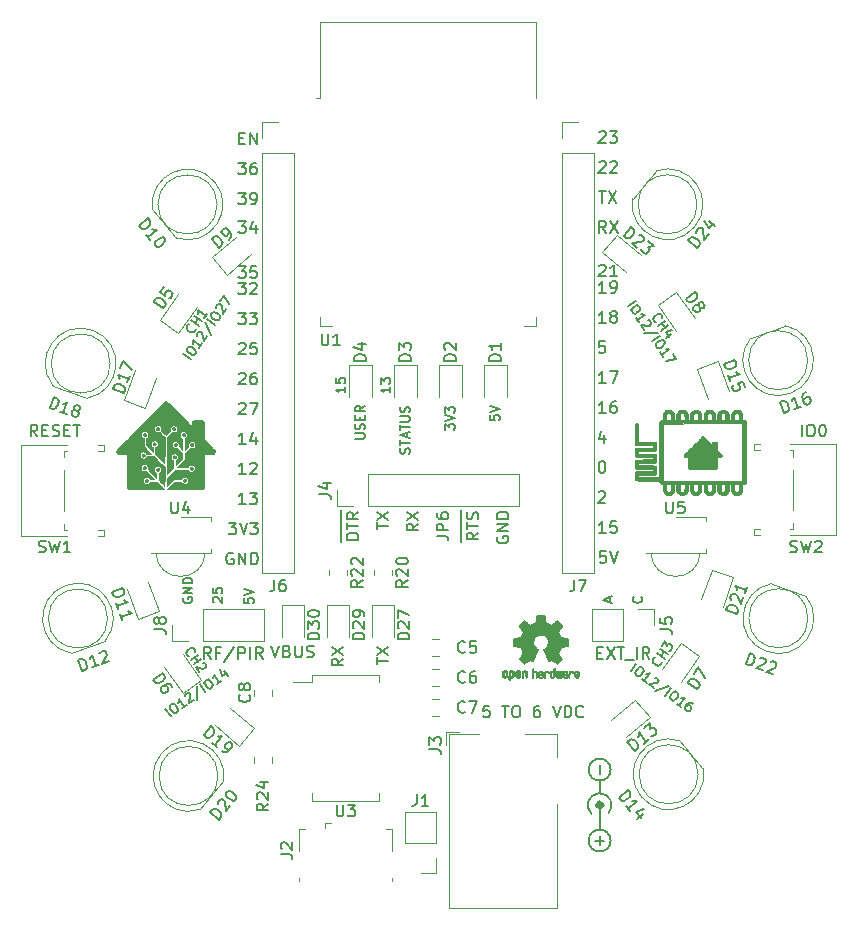
<source format=gbr>
G04 #@! TF.GenerationSoftware,KiCad,Pcbnew,(5.1.9-0-10_14)*
G04 #@! TF.CreationDate,2021-06-02T14:27:10-05:00*
G04 #@! TF.ProjectId,kbxIrBlaster,6b627849-7242-46c6-9173-7465722e6b69,rev?*
G04 #@! TF.SameCoordinates,Original*
G04 #@! TF.FileFunction,Legend,Top*
G04 #@! TF.FilePolarity,Positive*
%FSLAX46Y46*%
G04 Gerber Fmt 4.6, Leading zero omitted, Abs format (unit mm)*
G04 Created by KiCad (PCBNEW (5.1.9-0-10_14)) date 2021-06-02 14:27:10*
%MOMM*%
%LPD*%
G01*
G04 APERTURE LIST*
%ADD10C,0.010000*%
%ADD11C,0.500000*%
%ADD12C,0.150000*%
%ADD13C,0.120000*%
%ADD14C,0.200000*%
%ADD15C,0.160000*%
G04 APERTURE END LIST*
D10*
G36*
X157124744Y-105254918D02*
G01*
X157180201Y-105282568D01*
X157229148Y-105333480D01*
X157242629Y-105352338D01*
X157257314Y-105377015D01*
X157266842Y-105403816D01*
X157272293Y-105439587D01*
X157274747Y-105491169D01*
X157275286Y-105559267D01*
X157272852Y-105652588D01*
X157264394Y-105722657D01*
X157248174Y-105774931D01*
X157222454Y-105814869D01*
X157185497Y-105847929D01*
X157182782Y-105849886D01*
X157146360Y-105869908D01*
X157102502Y-105879815D01*
X157046724Y-105882257D01*
X156956048Y-105882257D01*
X156956010Y-105970283D01*
X156955166Y-106019308D01*
X156950024Y-106048065D01*
X156936587Y-106065311D01*
X156910858Y-106079808D01*
X156904679Y-106082769D01*
X156875764Y-106096648D01*
X156853376Y-106105414D01*
X156836729Y-106106171D01*
X156825036Y-106096023D01*
X156817510Y-106072073D01*
X156813366Y-106031426D01*
X156811815Y-105971186D01*
X156812071Y-105888455D01*
X156813349Y-105780339D01*
X156813748Y-105748000D01*
X156815185Y-105636524D01*
X156816472Y-105563603D01*
X156955971Y-105563603D01*
X156956755Y-105625499D01*
X156960240Y-105665997D01*
X156968124Y-105692708D01*
X156982105Y-105713244D01*
X156991597Y-105723260D01*
X157030404Y-105752567D01*
X157064763Y-105754952D01*
X157100216Y-105730750D01*
X157101114Y-105729857D01*
X157115539Y-105711153D01*
X157124313Y-105685732D01*
X157128739Y-105646584D01*
X157130118Y-105586697D01*
X157130143Y-105573430D01*
X157126812Y-105490901D01*
X157115969Y-105433691D01*
X157096340Y-105398766D01*
X157066650Y-105383094D01*
X157049491Y-105381514D01*
X157008766Y-105388926D01*
X156980832Y-105413330D01*
X156964017Y-105457980D01*
X156956650Y-105526130D01*
X156955971Y-105563603D01*
X156816472Y-105563603D01*
X156816708Y-105550245D01*
X156818677Y-105485333D01*
X156821450Y-105437958D01*
X156825388Y-105404290D01*
X156830849Y-105380498D01*
X156838192Y-105362753D01*
X156847777Y-105347224D01*
X156851887Y-105341381D01*
X156906405Y-105286185D01*
X156975336Y-105254890D01*
X157055072Y-105246165D01*
X157124744Y-105254918D01*
G37*
X157124744Y-105254918D02*
X157180201Y-105282568D01*
X157229148Y-105333480D01*
X157242629Y-105352338D01*
X157257314Y-105377015D01*
X157266842Y-105403816D01*
X157272293Y-105439587D01*
X157274747Y-105491169D01*
X157275286Y-105559267D01*
X157272852Y-105652588D01*
X157264394Y-105722657D01*
X157248174Y-105774931D01*
X157222454Y-105814869D01*
X157185497Y-105847929D01*
X157182782Y-105849886D01*
X157146360Y-105869908D01*
X157102502Y-105879815D01*
X157046724Y-105882257D01*
X156956048Y-105882257D01*
X156956010Y-105970283D01*
X156955166Y-106019308D01*
X156950024Y-106048065D01*
X156936587Y-106065311D01*
X156910858Y-106079808D01*
X156904679Y-106082769D01*
X156875764Y-106096648D01*
X156853376Y-106105414D01*
X156836729Y-106106171D01*
X156825036Y-106096023D01*
X156817510Y-106072073D01*
X156813366Y-106031426D01*
X156811815Y-105971186D01*
X156812071Y-105888455D01*
X156813349Y-105780339D01*
X156813748Y-105748000D01*
X156815185Y-105636524D01*
X156816472Y-105563603D01*
X156955971Y-105563603D01*
X156956755Y-105625499D01*
X156960240Y-105665997D01*
X156968124Y-105692708D01*
X156982105Y-105713244D01*
X156991597Y-105723260D01*
X157030404Y-105752567D01*
X157064763Y-105754952D01*
X157100216Y-105730750D01*
X157101114Y-105729857D01*
X157115539Y-105711153D01*
X157124313Y-105685732D01*
X157128739Y-105646584D01*
X157130118Y-105586697D01*
X157130143Y-105573430D01*
X157126812Y-105490901D01*
X157115969Y-105433691D01*
X157096340Y-105398766D01*
X157066650Y-105383094D01*
X157049491Y-105381514D01*
X157008766Y-105388926D01*
X156980832Y-105413330D01*
X156964017Y-105457980D01*
X156956650Y-105526130D01*
X156955971Y-105563603D01*
X156816472Y-105563603D01*
X156816708Y-105550245D01*
X156818677Y-105485333D01*
X156821450Y-105437958D01*
X156825388Y-105404290D01*
X156830849Y-105380498D01*
X156838192Y-105362753D01*
X156847777Y-105347224D01*
X156851887Y-105341381D01*
X156906405Y-105286185D01*
X156975336Y-105254890D01*
X157055072Y-105246165D01*
X157124744Y-105254918D01*
G36*
X158241093Y-105262780D02*
G01*
X158287672Y-105289723D01*
X158320057Y-105316466D01*
X158343742Y-105344484D01*
X158360059Y-105378748D01*
X158370339Y-105424227D01*
X158375914Y-105485892D01*
X158378116Y-105568711D01*
X158378371Y-105628246D01*
X158378371Y-105847391D01*
X158316686Y-105875044D01*
X158255000Y-105902697D01*
X158247743Y-105662670D01*
X158244744Y-105573028D01*
X158241598Y-105507962D01*
X158237701Y-105463026D01*
X158232447Y-105433770D01*
X158225231Y-105415748D01*
X158215450Y-105404511D01*
X158212312Y-105402079D01*
X158164761Y-105383083D01*
X158116697Y-105390600D01*
X158088086Y-105410543D01*
X158076447Y-105424675D01*
X158068391Y-105443220D01*
X158063271Y-105471334D01*
X158060441Y-105514173D01*
X158059256Y-105576895D01*
X158059057Y-105642261D01*
X158059018Y-105724268D01*
X158057614Y-105782316D01*
X158052914Y-105821465D01*
X158042987Y-105846780D01*
X158025903Y-105863323D01*
X157999732Y-105876156D01*
X157964775Y-105889491D01*
X157926596Y-105904007D01*
X157931141Y-105646389D01*
X157932971Y-105553519D01*
X157935112Y-105484889D01*
X157938181Y-105435711D01*
X157942794Y-105401198D01*
X157949568Y-105376562D01*
X157959119Y-105357016D01*
X157970634Y-105339770D01*
X158026190Y-105284680D01*
X158093980Y-105252822D01*
X158167713Y-105245191D01*
X158241093Y-105262780D01*
G37*
X158241093Y-105262780D02*
X158287672Y-105289723D01*
X158320057Y-105316466D01*
X158343742Y-105344484D01*
X158360059Y-105378748D01*
X158370339Y-105424227D01*
X158375914Y-105485892D01*
X158378116Y-105568711D01*
X158378371Y-105628246D01*
X158378371Y-105847391D01*
X158316686Y-105875044D01*
X158255000Y-105902697D01*
X158247743Y-105662670D01*
X158244744Y-105573028D01*
X158241598Y-105507962D01*
X158237701Y-105463026D01*
X158232447Y-105433770D01*
X158225231Y-105415748D01*
X158215450Y-105404511D01*
X158212312Y-105402079D01*
X158164761Y-105383083D01*
X158116697Y-105390600D01*
X158088086Y-105410543D01*
X158076447Y-105424675D01*
X158068391Y-105443220D01*
X158063271Y-105471334D01*
X158060441Y-105514173D01*
X158059256Y-105576895D01*
X158059057Y-105642261D01*
X158059018Y-105724268D01*
X158057614Y-105782316D01*
X158052914Y-105821465D01*
X158042987Y-105846780D01*
X158025903Y-105863323D01*
X157999732Y-105876156D01*
X157964775Y-105889491D01*
X157926596Y-105904007D01*
X157931141Y-105646389D01*
X157932971Y-105553519D01*
X157935112Y-105484889D01*
X157938181Y-105435711D01*
X157942794Y-105401198D01*
X157949568Y-105376562D01*
X157959119Y-105357016D01*
X157970634Y-105339770D01*
X158026190Y-105284680D01*
X158093980Y-105252822D01*
X158167713Y-105245191D01*
X158241093Y-105262780D01*
G36*
X156566115Y-105256962D02*
G01*
X156634145Y-105292733D01*
X156684351Y-105350301D01*
X156702185Y-105387312D01*
X156716063Y-105442882D01*
X156723167Y-105513096D01*
X156723840Y-105589727D01*
X156718427Y-105664552D01*
X156707270Y-105729342D01*
X156690714Y-105775873D01*
X156685626Y-105783887D01*
X156625355Y-105843707D01*
X156553769Y-105879535D01*
X156476092Y-105890020D01*
X156397548Y-105873810D01*
X156375689Y-105864092D01*
X156333122Y-105834143D01*
X156295763Y-105794433D01*
X156292232Y-105789397D01*
X156277881Y-105765124D01*
X156268394Y-105739178D01*
X156262790Y-105705022D01*
X156260086Y-105656119D01*
X156259299Y-105585935D01*
X156259286Y-105570200D01*
X156259322Y-105565192D01*
X156404429Y-105565192D01*
X156405273Y-105631430D01*
X156408596Y-105675386D01*
X156415583Y-105703779D01*
X156427416Y-105723325D01*
X156433457Y-105729857D01*
X156468186Y-105754680D01*
X156501903Y-105753548D01*
X156535995Y-105732016D01*
X156556329Y-105709029D01*
X156568371Y-105675478D01*
X156575134Y-105622569D01*
X156575598Y-105616399D01*
X156576752Y-105520513D01*
X156564688Y-105449299D01*
X156539570Y-105403194D01*
X156501560Y-105382635D01*
X156487992Y-105381514D01*
X156452364Y-105387152D01*
X156427994Y-105406686D01*
X156413093Y-105444042D01*
X156405875Y-105503150D01*
X156404429Y-105565192D01*
X156259322Y-105565192D01*
X156259826Y-105495413D01*
X156262096Y-105443159D01*
X156267068Y-105406949D01*
X156275713Y-105380299D01*
X156289005Y-105356722D01*
X156291943Y-105352338D01*
X156341313Y-105293249D01*
X156395109Y-105258947D01*
X156460602Y-105245331D01*
X156482842Y-105244665D01*
X156566115Y-105256962D01*
G37*
X156566115Y-105256962D02*
X156634145Y-105292733D01*
X156684351Y-105350301D01*
X156702185Y-105387312D01*
X156716063Y-105442882D01*
X156723167Y-105513096D01*
X156723840Y-105589727D01*
X156718427Y-105664552D01*
X156707270Y-105729342D01*
X156690714Y-105775873D01*
X156685626Y-105783887D01*
X156625355Y-105843707D01*
X156553769Y-105879535D01*
X156476092Y-105890020D01*
X156397548Y-105873810D01*
X156375689Y-105864092D01*
X156333122Y-105834143D01*
X156295763Y-105794433D01*
X156292232Y-105789397D01*
X156277881Y-105765124D01*
X156268394Y-105739178D01*
X156262790Y-105705022D01*
X156260086Y-105656119D01*
X156259299Y-105585935D01*
X156259286Y-105570200D01*
X156259322Y-105565192D01*
X156404429Y-105565192D01*
X156405273Y-105631430D01*
X156408596Y-105675386D01*
X156415583Y-105703779D01*
X156427416Y-105723325D01*
X156433457Y-105729857D01*
X156468186Y-105754680D01*
X156501903Y-105753548D01*
X156535995Y-105732016D01*
X156556329Y-105709029D01*
X156568371Y-105675478D01*
X156575134Y-105622569D01*
X156575598Y-105616399D01*
X156576752Y-105520513D01*
X156564688Y-105449299D01*
X156539570Y-105403194D01*
X156501560Y-105382635D01*
X156487992Y-105381514D01*
X156452364Y-105387152D01*
X156427994Y-105406686D01*
X156413093Y-105444042D01*
X156405875Y-105503150D01*
X156404429Y-105565192D01*
X156259322Y-105565192D01*
X156259826Y-105495413D01*
X156262096Y-105443159D01*
X156267068Y-105406949D01*
X156275713Y-105380299D01*
X156289005Y-105356722D01*
X156291943Y-105352338D01*
X156341313Y-105293249D01*
X156395109Y-105258947D01*
X156460602Y-105245331D01*
X156482842Y-105244665D01*
X156566115Y-105256962D01*
G36*
X157693303Y-105266239D02*
G01*
X157750527Y-105304735D01*
X157794749Y-105360335D01*
X157821167Y-105431086D01*
X157826510Y-105483162D01*
X157825903Y-105504893D01*
X157820822Y-105521531D01*
X157806855Y-105536437D01*
X157779589Y-105552973D01*
X157734612Y-105574498D01*
X157667511Y-105604374D01*
X157667171Y-105604524D01*
X157605407Y-105632813D01*
X157554759Y-105657933D01*
X157520404Y-105677179D01*
X157507518Y-105687848D01*
X157507514Y-105687934D01*
X157518872Y-105711166D01*
X157545431Y-105736774D01*
X157575923Y-105755221D01*
X157591370Y-105758886D01*
X157633515Y-105746212D01*
X157669808Y-105714471D01*
X157687517Y-105679572D01*
X157704552Y-105653845D01*
X157737922Y-105624546D01*
X157777149Y-105599235D01*
X157811756Y-105585471D01*
X157818993Y-105584714D01*
X157827139Y-105597160D01*
X157827630Y-105628972D01*
X157821643Y-105671866D01*
X157810357Y-105717558D01*
X157794950Y-105757761D01*
X157794171Y-105759322D01*
X157747804Y-105824062D01*
X157687711Y-105868097D01*
X157619465Y-105889711D01*
X157548638Y-105887185D01*
X157480804Y-105858804D01*
X157477788Y-105856808D01*
X157424427Y-105808448D01*
X157389340Y-105745352D01*
X157369922Y-105662387D01*
X157367316Y-105639078D01*
X157362701Y-105529055D01*
X157368233Y-105477748D01*
X157507514Y-105477748D01*
X157509324Y-105509753D01*
X157519222Y-105519093D01*
X157543898Y-105512105D01*
X157582795Y-105495587D01*
X157626275Y-105474881D01*
X157627356Y-105474333D01*
X157664209Y-105454949D01*
X157679000Y-105442013D01*
X157675353Y-105428451D01*
X157659995Y-105410632D01*
X157620923Y-105384845D01*
X157578846Y-105382950D01*
X157541103Y-105401717D01*
X157515034Y-105437915D01*
X157507514Y-105477748D01*
X157368233Y-105477748D01*
X157372194Y-105441027D01*
X157396550Y-105371212D01*
X157430456Y-105322302D01*
X157491653Y-105272878D01*
X157559063Y-105248359D01*
X157627880Y-105246797D01*
X157693303Y-105266239D01*
G37*
X157693303Y-105266239D02*
X157750527Y-105304735D01*
X157794749Y-105360335D01*
X157821167Y-105431086D01*
X157826510Y-105483162D01*
X157825903Y-105504893D01*
X157820822Y-105521531D01*
X157806855Y-105536437D01*
X157779589Y-105552973D01*
X157734612Y-105574498D01*
X157667511Y-105604374D01*
X157667171Y-105604524D01*
X157605407Y-105632813D01*
X157554759Y-105657933D01*
X157520404Y-105677179D01*
X157507518Y-105687848D01*
X157507514Y-105687934D01*
X157518872Y-105711166D01*
X157545431Y-105736774D01*
X157575923Y-105755221D01*
X157591370Y-105758886D01*
X157633515Y-105746212D01*
X157669808Y-105714471D01*
X157687517Y-105679572D01*
X157704552Y-105653845D01*
X157737922Y-105624546D01*
X157777149Y-105599235D01*
X157811756Y-105585471D01*
X157818993Y-105584714D01*
X157827139Y-105597160D01*
X157827630Y-105628972D01*
X157821643Y-105671866D01*
X157810357Y-105717558D01*
X157794950Y-105757761D01*
X157794171Y-105759322D01*
X157747804Y-105824062D01*
X157687711Y-105868097D01*
X157619465Y-105889711D01*
X157548638Y-105887185D01*
X157480804Y-105858804D01*
X157477788Y-105856808D01*
X157424427Y-105808448D01*
X157389340Y-105745352D01*
X157369922Y-105662387D01*
X157367316Y-105639078D01*
X157362701Y-105529055D01*
X157368233Y-105477748D01*
X157507514Y-105477748D01*
X157509324Y-105509753D01*
X157519222Y-105519093D01*
X157543898Y-105512105D01*
X157582795Y-105495587D01*
X157626275Y-105474881D01*
X157627356Y-105474333D01*
X157664209Y-105454949D01*
X157679000Y-105442013D01*
X157675353Y-105428451D01*
X157659995Y-105410632D01*
X157620923Y-105384845D01*
X157578846Y-105382950D01*
X157541103Y-105401717D01*
X157515034Y-105437915D01*
X157507514Y-105477748D01*
X157368233Y-105477748D01*
X157372194Y-105441027D01*
X157396550Y-105371212D01*
X157430456Y-105322302D01*
X157491653Y-105272878D01*
X157559063Y-105248359D01*
X157627880Y-105246797D01*
X157693303Y-105266239D01*
G36*
X158900886Y-105186289D02*
G01*
X158905139Y-105245613D01*
X158910025Y-105280572D01*
X158916795Y-105295820D01*
X158926702Y-105296015D01*
X158929914Y-105294195D01*
X158972644Y-105281015D01*
X159028227Y-105281785D01*
X159084737Y-105295333D01*
X159120082Y-105312861D01*
X159156321Y-105340861D01*
X159182813Y-105372549D01*
X159200999Y-105412813D01*
X159212322Y-105466543D01*
X159218222Y-105538626D01*
X159220143Y-105633951D01*
X159220177Y-105652237D01*
X159220200Y-105857646D01*
X159174491Y-105873580D01*
X159142027Y-105884420D01*
X159124215Y-105889468D01*
X159123691Y-105889514D01*
X159121937Y-105875828D01*
X159120444Y-105838076D01*
X159119326Y-105781224D01*
X159118697Y-105710234D01*
X159118600Y-105667073D01*
X159118398Y-105581973D01*
X159117358Y-105520981D01*
X159114831Y-105479177D01*
X159110164Y-105451642D01*
X159102707Y-105433456D01*
X159091811Y-105419698D01*
X159085007Y-105413073D01*
X159038272Y-105386375D01*
X158987272Y-105384375D01*
X158941001Y-105406955D01*
X158932444Y-105415107D01*
X158919893Y-105430436D01*
X158911188Y-105448618D01*
X158905631Y-105474909D01*
X158902526Y-105514562D01*
X158901176Y-105572832D01*
X158900886Y-105653173D01*
X158900886Y-105857646D01*
X158855177Y-105873580D01*
X158822713Y-105884420D01*
X158804901Y-105889468D01*
X158804377Y-105889514D01*
X158803037Y-105875623D01*
X158801828Y-105836439D01*
X158800801Y-105775700D01*
X158800002Y-105697141D01*
X158799481Y-105604498D01*
X158799286Y-105501509D01*
X158799286Y-105104342D01*
X158846457Y-105084444D01*
X158893629Y-105064547D01*
X158900886Y-105186289D01*
G37*
X158900886Y-105186289D02*
X158905139Y-105245613D01*
X158910025Y-105280572D01*
X158916795Y-105295820D01*
X158926702Y-105296015D01*
X158929914Y-105294195D01*
X158972644Y-105281015D01*
X159028227Y-105281785D01*
X159084737Y-105295333D01*
X159120082Y-105312861D01*
X159156321Y-105340861D01*
X159182813Y-105372549D01*
X159200999Y-105412813D01*
X159212322Y-105466543D01*
X159218222Y-105538626D01*
X159220143Y-105633951D01*
X159220177Y-105652237D01*
X159220200Y-105857646D01*
X159174491Y-105873580D01*
X159142027Y-105884420D01*
X159124215Y-105889468D01*
X159123691Y-105889514D01*
X159121937Y-105875828D01*
X159120444Y-105838076D01*
X159119326Y-105781224D01*
X159118697Y-105710234D01*
X159118600Y-105667073D01*
X159118398Y-105581973D01*
X159117358Y-105520981D01*
X159114831Y-105479177D01*
X159110164Y-105451642D01*
X159102707Y-105433456D01*
X159091811Y-105419698D01*
X159085007Y-105413073D01*
X159038272Y-105386375D01*
X158987272Y-105384375D01*
X158941001Y-105406955D01*
X158932444Y-105415107D01*
X158919893Y-105430436D01*
X158911188Y-105448618D01*
X158905631Y-105474909D01*
X158902526Y-105514562D01*
X158901176Y-105572832D01*
X158900886Y-105653173D01*
X158900886Y-105857646D01*
X158855177Y-105873580D01*
X158822713Y-105884420D01*
X158804901Y-105889468D01*
X158804377Y-105889514D01*
X158803037Y-105875623D01*
X158801828Y-105836439D01*
X158800801Y-105775700D01*
X158800002Y-105697141D01*
X158799481Y-105604498D01*
X158799286Y-105501509D01*
X158799286Y-105104342D01*
X158846457Y-105084444D01*
X158893629Y-105064547D01*
X158900886Y-105186289D01*
G36*
X159564744Y-105285968D02*
G01*
X159621616Y-105307087D01*
X159622267Y-105307493D01*
X159657440Y-105333380D01*
X159683407Y-105363633D01*
X159701670Y-105403058D01*
X159713732Y-105456462D01*
X159721096Y-105528651D01*
X159725264Y-105624432D01*
X159725629Y-105638078D01*
X159730876Y-105843842D01*
X159686716Y-105866678D01*
X159654763Y-105882110D01*
X159635470Y-105889423D01*
X159634578Y-105889514D01*
X159631239Y-105876022D01*
X159628587Y-105839626D01*
X159626956Y-105786452D01*
X159626600Y-105743393D01*
X159626592Y-105673641D01*
X159623403Y-105629837D01*
X159612288Y-105608944D01*
X159588501Y-105607925D01*
X159547296Y-105623741D01*
X159485086Y-105652815D01*
X159439341Y-105676963D01*
X159415813Y-105697913D01*
X159408896Y-105720747D01*
X159408886Y-105721877D01*
X159420299Y-105761212D01*
X159454092Y-105782462D01*
X159505809Y-105785539D01*
X159543061Y-105785006D01*
X159562703Y-105795735D01*
X159574952Y-105821505D01*
X159582002Y-105854337D01*
X159571842Y-105872966D01*
X159568017Y-105875632D01*
X159532001Y-105886340D01*
X159481566Y-105887856D01*
X159429626Y-105880759D01*
X159392822Y-105867788D01*
X159341938Y-105824585D01*
X159313014Y-105764446D01*
X159307286Y-105717462D01*
X159311657Y-105675082D01*
X159327475Y-105640488D01*
X159358797Y-105609763D01*
X159409678Y-105578990D01*
X159484176Y-105544252D01*
X159488714Y-105542288D01*
X159555821Y-105511287D01*
X159597232Y-105485862D01*
X159614981Y-105463014D01*
X159611107Y-105439745D01*
X159587643Y-105413056D01*
X159580627Y-105406914D01*
X159533630Y-105383100D01*
X159484933Y-105384103D01*
X159442522Y-105407451D01*
X159414384Y-105450675D01*
X159411769Y-105459160D01*
X159386308Y-105500308D01*
X159354001Y-105520128D01*
X159307286Y-105539770D01*
X159307286Y-105488950D01*
X159321496Y-105415082D01*
X159363675Y-105347327D01*
X159385624Y-105324661D01*
X159435517Y-105295569D01*
X159498967Y-105282400D01*
X159564744Y-105285968D01*
G37*
X159564744Y-105285968D02*
X159621616Y-105307087D01*
X159622267Y-105307493D01*
X159657440Y-105333380D01*
X159683407Y-105363633D01*
X159701670Y-105403058D01*
X159713732Y-105456462D01*
X159721096Y-105528651D01*
X159725264Y-105624432D01*
X159725629Y-105638078D01*
X159730876Y-105843842D01*
X159686716Y-105866678D01*
X159654763Y-105882110D01*
X159635470Y-105889423D01*
X159634578Y-105889514D01*
X159631239Y-105876022D01*
X159628587Y-105839626D01*
X159626956Y-105786452D01*
X159626600Y-105743393D01*
X159626592Y-105673641D01*
X159623403Y-105629837D01*
X159612288Y-105608944D01*
X159588501Y-105607925D01*
X159547296Y-105623741D01*
X159485086Y-105652815D01*
X159439341Y-105676963D01*
X159415813Y-105697913D01*
X159408896Y-105720747D01*
X159408886Y-105721877D01*
X159420299Y-105761212D01*
X159454092Y-105782462D01*
X159505809Y-105785539D01*
X159543061Y-105785006D01*
X159562703Y-105795735D01*
X159574952Y-105821505D01*
X159582002Y-105854337D01*
X159571842Y-105872966D01*
X159568017Y-105875632D01*
X159532001Y-105886340D01*
X159481566Y-105887856D01*
X159429626Y-105880759D01*
X159392822Y-105867788D01*
X159341938Y-105824585D01*
X159313014Y-105764446D01*
X159307286Y-105717462D01*
X159311657Y-105675082D01*
X159327475Y-105640488D01*
X159358797Y-105609763D01*
X159409678Y-105578990D01*
X159484176Y-105544252D01*
X159488714Y-105542288D01*
X159555821Y-105511287D01*
X159597232Y-105485862D01*
X159614981Y-105463014D01*
X159611107Y-105439745D01*
X159587643Y-105413056D01*
X159580627Y-105406914D01*
X159533630Y-105383100D01*
X159484933Y-105384103D01*
X159442522Y-105407451D01*
X159414384Y-105450675D01*
X159411769Y-105459160D01*
X159386308Y-105500308D01*
X159354001Y-105520128D01*
X159307286Y-105539770D01*
X159307286Y-105488950D01*
X159321496Y-105415082D01*
X159363675Y-105347327D01*
X159385624Y-105324661D01*
X159435517Y-105295569D01*
X159498967Y-105282400D01*
X159564744Y-105285968D01*
G36*
X160054926Y-105284755D02*
G01*
X160120858Y-105309084D01*
X160174273Y-105352117D01*
X160195164Y-105382409D01*
X160217939Y-105437994D01*
X160217466Y-105478186D01*
X160193562Y-105505217D01*
X160184717Y-105509813D01*
X160146530Y-105524144D01*
X160127028Y-105520472D01*
X160120422Y-105496407D01*
X160120086Y-105483114D01*
X160107992Y-105434210D01*
X160076471Y-105399999D01*
X160032659Y-105383476D01*
X159983695Y-105387634D01*
X159943894Y-105409227D01*
X159930450Y-105421544D01*
X159920921Y-105436487D01*
X159914485Y-105459075D01*
X159910317Y-105494328D01*
X159907597Y-105547266D01*
X159905502Y-105622907D01*
X159904960Y-105646857D01*
X159902981Y-105728790D01*
X159900731Y-105786455D01*
X159897357Y-105824608D01*
X159892006Y-105848004D01*
X159883824Y-105861398D01*
X159871959Y-105869545D01*
X159864362Y-105873144D01*
X159832102Y-105885452D01*
X159813111Y-105889514D01*
X159806836Y-105875948D01*
X159803006Y-105834934D01*
X159801600Y-105765999D01*
X159802598Y-105668669D01*
X159802908Y-105653657D01*
X159805101Y-105564859D01*
X159807693Y-105500019D01*
X159811382Y-105454067D01*
X159816864Y-105421935D01*
X159824835Y-105398553D01*
X159835993Y-105378852D01*
X159841830Y-105370410D01*
X159875296Y-105333057D01*
X159912727Y-105304003D01*
X159917309Y-105301467D01*
X159984426Y-105281443D01*
X160054926Y-105284755D01*
G37*
X160054926Y-105284755D02*
X160120858Y-105309084D01*
X160174273Y-105352117D01*
X160195164Y-105382409D01*
X160217939Y-105437994D01*
X160217466Y-105478186D01*
X160193562Y-105505217D01*
X160184717Y-105509813D01*
X160146530Y-105524144D01*
X160127028Y-105520472D01*
X160120422Y-105496407D01*
X160120086Y-105483114D01*
X160107992Y-105434210D01*
X160076471Y-105399999D01*
X160032659Y-105383476D01*
X159983695Y-105387634D01*
X159943894Y-105409227D01*
X159930450Y-105421544D01*
X159920921Y-105436487D01*
X159914485Y-105459075D01*
X159910317Y-105494328D01*
X159907597Y-105547266D01*
X159905502Y-105622907D01*
X159904960Y-105646857D01*
X159902981Y-105728790D01*
X159900731Y-105786455D01*
X159897357Y-105824608D01*
X159892006Y-105848004D01*
X159883824Y-105861398D01*
X159871959Y-105869545D01*
X159864362Y-105873144D01*
X159832102Y-105885452D01*
X159813111Y-105889514D01*
X159806836Y-105875948D01*
X159803006Y-105834934D01*
X159801600Y-105765999D01*
X159802598Y-105668669D01*
X159802908Y-105653657D01*
X159805101Y-105564859D01*
X159807693Y-105500019D01*
X159811382Y-105454067D01*
X159816864Y-105421935D01*
X159824835Y-105398553D01*
X159835993Y-105378852D01*
X159841830Y-105370410D01*
X159875296Y-105333057D01*
X159912727Y-105304003D01*
X159917309Y-105301467D01*
X159984426Y-105281443D01*
X160054926Y-105284755D01*
G36*
X160715117Y-105400358D02*
G01*
X160714933Y-105508837D01*
X160714219Y-105592287D01*
X160712675Y-105654704D01*
X160710001Y-105700085D01*
X160705894Y-105732429D01*
X160700055Y-105755733D01*
X160692182Y-105773995D01*
X160686221Y-105784418D01*
X160636855Y-105840945D01*
X160574264Y-105876377D01*
X160505013Y-105889090D01*
X160435668Y-105877463D01*
X160394375Y-105856568D01*
X160351025Y-105820422D01*
X160321481Y-105776276D01*
X160303655Y-105718462D01*
X160295463Y-105641313D01*
X160294302Y-105584714D01*
X160294458Y-105580647D01*
X160395857Y-105580647D01*
X160396476Y-105645550D01*
X160399314Y-105688514D01*
X160405840Y-105716622D01*
X160417523Y-105736953D01*
X160431483Y-105752288D01*
X160478365Y-105781890D01*
X160528701Y-105784419D01*
X160576276Y-105759705D01*
X160579979Y-105756356D01*
X160595783Y-105738935D01*
X160605693Y-105718209D01*
X160611058Y-105687362D01*
X160613228Y-105639577D01*
X160613571Y-105586748D01*
X160612827Y-105520381D01*
X160609748Y-105476106D01*
X160603061Y-105447009D01*
X160591496Y-105426173D01*
X160582013Y-105415107D01*
X160537960Y-105387198D01*
X160487224Y-105383843D01*
X160438796Y-105405159D01*
X160429450Y-105413073D01*
X160413540Y-105430647D01*
X160403610Y-105451587D01*
X160398278Y-105482782D01*
X160396163Y-105531122D01*
X160395857Y-105580647D01*
X160294458Y-105580647D01*
X160297810Y-105493568D01*
X160309726Y-105425086D01*
X160332135Y-105373600D01*
X160367124Y-105333443D01*
X160394375Y-105312861D01*
X160443907Y-105290625D01*
X160501316Y-105280304D01*
X160554682Y-105283067D01*
X160584543Y-105294212D01*
X160596261Y-105297383D01*
X160604037Y-105285557D01*
X160609465Y-105253866D01*
X160613571Y-105205593D01*
X160618067Y-105151829D01*
X160624313Y-105119482D01*
X160635676Y-105100985D01*
X160655528Y-105088770D01*
X160668000Y-105083362D01*
X160715171Y-105063601D01*
X160715117Y-105400358D01*
G37*
X160715117Y-105400358D02*
X160714933Y-105508837D01*
X160714219Y-105592287D01*
X160712675Y-105654704D01*
X160710001Y-105700085D01*
X160705894Y-105732429D01*
X160700055Y-105755733D01*
X160692182Y-105773995D01*
X160686221Y-105784418D01*
X160636855Y-105840945D01*
X160574264Y-105876377D01*
X160505013Y-105889090D01*
X160435668Y-105877463D01*
X160394375Y-105856568D01*
X160351025Y-105820422D01*
X160321481Y-105776276D01*
X160303655Y-105718462D01*
X160295463Y-105641313D01*
X160294302Y-105584714D01*
X160294458Y-105580647D01*
X160395857Y-105580647D01*
X160396476Y-105645550D01*
X160399314Y-105688514D01*
X160405840Y-105716622D01*
X160417523Y-105736953D01*
X160431483Y-105752288D01*
X160478365Y-105781890D01*
X160528701Y-105784419D01*
X160576276Y-105759705D01*
X160579979Y-105756356D01*
X160595783Y-105738935D01*
X160605693Y-105718209D01*
X160611058Y-105687362D01*
X160613228Y-105639577D01*
X160613571Y-105586748D01*
X160612827Y-105520381D01*
X160609748Y-105476106D01*
X160603061Y-105447009D01*
X160591496Y-105426173D01*
X160582013Y-105415107D01*
X160537960Y-105387198D01*
X160487224Y-105383843D01*
X160438796Y-105405159D01*
X160429450Y-105413073D01*
X160413540Y-105430647D01*
X160403610Y-105451587D01*
X160398278Y-105482782D01*
X160396163Y-105531122D01*
X160395857Y-105580647D01*
X160294458Y-105580647D01*
X160297810Y-105493568D01*
X160309726Y-105425086D01*
X160332135Y-105373600D01*
X160367124Y-105333443D01*
X160394375Y-105312861D01*
X160443907Y-105290625D01*
X160501316Y-105280304D01*
X160554682Y-105283067D01*
X160584543Y-105294212D01*
X160596261Y-105297383D01*
X160604037Y-105285557D01*
X160609465Y-105253866D01*
X160613571Y-105205593D01*
X160618067Y-105151829D01*
X160624313Y-105119482D01*
X160635676Y-105100985D01*
X160655528Y-105088770D01*
X160668000Y-105083362D01*
X160715171Y-105063601D01*
X160715117Y-105400358D01*
G36*
X161304833Y-105293663D02*
G01*
X161307048Y-105331850D01*
X161308784Y-105389886D01*
X161309899Y-105463180D01*
X161310257Y-105540055D01*
X161310257Y-105800196D01*
X161264326Y-105846127D01*
X161232675Y-105874429D01*
X161204890Y-105885893D01*
X161166915Y-105885168D01*
X161151840Y-105883321D01*
X161104726Y-105877948D01*
X161065756Y-105874869D01*
X161056257Y-105874585D01*
X161024233Y-105876445D01*
X160978432Y-105881114D01*
X160960674Y-105883321D01*
X160917057Y-105886735D01*
X160887745Y-105879320D01*
X160858680Y-105856427D01*
X160848188Y-105846127D01*
X160802257Y-105800196D01*
X160802257Y-105313602D01*
X160839226Y-105296758D01*
X160871059Y-105284282D01*
X160889683Y-105279914D01*
X160894458Y-105293718D01*
X160898921Y-105332286D01*
X160902775Y-105391356D01*
X160905722Y-105466663D01*
X160907143Y-105530286D01*
X160911114Y-105780657D01*
X160945759Y-105785556D01*
X160977268Y-105782131D01*
X160992708Y-105771041D01*
X160997023Y-105750308D01*
X161000708Y-105706145D01*
X161003469Y-105644146D01*
X161005012Y-105569909D01*
X161005235Y-105531706D01*
X161005457Y-105311783D01*
X161051166Y-105295849D01*
X161083518Y-105285015D01*
X161101115Y-105279962D01*
X161101623Y-105279914D01*
X161103388Y-105293648D01*
X161105329Y-105331730D01*
X161107282Y-105389482D01*
X161109084Y-105462227D01*
X161110343Y-105530286D01*
X161114314Y-105780657D01*
X161201400Y-105780657D01*
X161205396Y-105552240D01*
X161209392Y-105323822D01*
X161251847Y-105301868D01*
X161283192Y-105286793D01*
X161301744Y-105279951D01*
X161302279Y-105279914D01*
X161304833Y-105293663D01*
G37*
X161304833Y-105293663D02*
X161307048Y-105331850D01*
X161308784Y-105389886D01*
X161309899Y-105463180D01*
X161310257Y-105540055D01*
X161310257Y-105800196D01*
X161264326Y-105846127D01*
X161232675Y-105874429D01*
X161204890Y-105885893D01*
X161166915Y-105885168D01*
X161151840Y-105883321D01*
X161104726Y-105877948D01*
X161065756Y-105874869D01*
X161056257Y-105874585D01*
X161024233Y-105876445D01*
X160978432Y-105881114D01*
X160960674Y-105883321D01*
X160917057Y-105886735D01*
X160887745Y-105879320D01*
X160858680Y-105856427D01*
X160848188Y-105846127D01*
X160802257Y-105800196D01*
X160802257Y-105313602D01*
X160839226Y-105296758D01*
X160871059Y-105284282D01*
X160889683Y-105279914D01*
X160894458Y-105293718D01*
X160898921Y-105332286D01*
X160902775Y-105391356D01*
X160905722Y-105466663D01*
X160907143Y-105530286D01*
X160911114Y-105780657D01*
X160945759Y-105785556D01*
X160977268Y-105782131D01*
X160992708Y-105771041D01*
X160997023Y-105750308D01*
X161000708Y-105706145D01*
X161003469Y-105644146D01*
X161005012Y-105569909D01*
X161005235Y-105531706D01*
X161005457Y-105311783D01*
X161051166Y-105295849D01*
X161083518Y-105285015D01*
X161101115Y-105279962D01*
X161101623Y-105279914D01*
X161103388Y-105293648D01*
X161105329Y-105331730D01*
X161107282Y-105389482D01*
X161109084Y-105462227D01*
X161110343Y-105530286D01*
X161114314Y-105780657D01*
X161201400Y-105780657D01*
X161205396Y-105552240D01*
X161209392Y-105323822D01*
X161251847Y-105301868D01*
X161283192Y-105286793D01*
X161301744Y-105279951D01*
X161302279Y-105279914D01*
X161304833Y-105293663D01*
G36*
X161669876Y-105291335D02*
G01*
X161711667Y-105310344D01*
X161744469Y-105333378D01*
X161768503Y-105359133D01*
X161785097Y-105392358D01*
X161795577Y-105437800D01*
X161801271Y-105500207D01*
X161803507Y-105584327D01*
X161803743Y-105639721D01*
X161803743Y-105855826D01*
X161766774Y-105872670D01*
X161737656Y-105884981D01*
X161723231Y-105889514D01*
X161720472Y-105876025D01*
X161718282Y-105839653D01*
X161716942Y-105786542D01*
X161716657Y-105744372D01*
X161715434Y-105683447D01*
X161712136Y-105635115D01*
X161707321Y-105605518D01*
X161703496Y-105599229D01*
X161677783Y-105605652D01*
X161637418Y-105622125D01*
X161590679Y-105644458D01*
X161545845Y-105668457D01*
X161511193Y-105689930D01*
X161495002Y-105704685D01*
X161494938Y-105704845D01*
X161496330Y-105732152D01*
X161508818Y-105758219D01*
X161530743Y-105779392D01*
X161562743Y-105786474D01*
X161590092Y-105785649D01*
X161628826Y-105785042D01*
X161649158Y-105794116D01*
X161661369Y-105818092D01*
X161662909Y-105822613D01*
X161668203Y-105856806D01*
X161654047Y-105877568D01*
X161617148Y-105887462D01*
X161577289Y-105889292D01*
X161505562Y-105875727D01*
X161468432Y-105856355D01*
X161422576Y-105810845D01*
X161398256Y-105754983D01*
X161396073Y-105695957D01*
X161416629Y-105640953D01*
X161447549Y-105606486D01*
X161478420Y-105587189D01*
X161526942Y-105562759D01*
X161583485Y-105537985D01*
X161592910Y-105534199D01*
X161655019Y-105506791D01*
X161690822Y-105482634D01*
X161702337Y-105458619D01*
X161691580Y-105431635D01*
X161673114Y-105410543D01*
X161629469Y-105384572D01*
X161581446Y-105382624D01*
X161537406Y-105402637D01*
X161505709Y-105442551D01*
X161501549Y-105452848D01*
X161477327Y-105490724D01*
X161441965Y-105518842D01*
X161397343Y-105541917D01*
X161397343Y-105476485D01*
X161399969Y-105436506D01*
X161411230Y-105404997D01*
X161436199Y-105371378D01*
X161460169Y-105345484D01*
X161497441Y-105308817D01*
X161526401Y-105289121D01*
X161557505Y-105281220D01*
X161592713Y-105279914D01*
X161669876Y-105291335D01*
G37*
X161669876Y-105291335D02*
X161711667Y-105310344D01*
X161744469Y-105333378D01*
X161768503Y-105359133D01*
X161785097Y-105392358D01*
X161795577Y-105437800D01*
X161801271Y-105500207D01*
X161803507Y-105584327D01*
X161803743Y-105639721D01*
X161803743Y-105855826D01*
X161766774Y-105872670D01*
X161737656Y-105884981D01*
X161723231Y-105889514D01*
X161720472Y-105876025D01*
X161718282Y-105839653D01*
X161716942Y-105786542D01*
X161716657Y-105744372D01*
X161715434Y-105683447D01*
X161712136Y-105635115D01*
X161707321Y-105605518D01*
X161703496Y-105599229D01*
X161677783Y-105605652D01*
X161637418Y-105622125D01*
X161590679Y-105644458D01*
X161545845Y-105668457D01*
X161511193Y-105689930D01*
X161495002Y-105704685D01*
X161494938Y-105704845D01*
X161496330Y-105732152D01*
X161508818Y-105758219D01*
X161530743Y-105779392D01*
X161562743Y-105786474D01*
X161590092Y-105785649D01*
X161628826Y-105785042D01*
X161649158Y-105794116D01*
X161661369Y-105818092D01*
X161662909Y-105822613D01*
X161668203Y-105856806D01*
X161654047Y-105877568D01*
X161617148Y-105887462D01*
X161577289Y-105889292D01*
X161505562Y-105875727D01*
X161468432Y-105856355D01*
X161422576Y-105810845D01*
X161398256Y-105754983D01*
X161396073Y-105695957D01*
X161416629Y-105640953D01*
X161447549Y-105606486D01*
X161478420Y-105587189D01*
X161526942Y-105562759D01*
X161583485Y-105537985D01*
X161592910Y-105534199D01*
X161655019Y-105506791D01*
X161690822Y-105482634D01*
X161702337Y-105458619D01*
X161691580Y-105431635D01*
X161673114Y-105410543D01*
X161629469Y-105384572D01*
X161581446Y-105382624D01*
X161537406Y-105402637D01*
X161505709Y-105442551D01*
X161501549Y-105452848D01*
X161477327Y-105490724D01*
X161441965Y-105518842D01*
X161397343Y-105541917D01*
X161397343Y-105476485D01*
X161399969Y-105436506D01*
X161411230Y-105404997D01*
X161436199Y-105371378D01*
X161460169Y-105345484D01*
X161497441Y-105308817D01*
X161526401Y-105289121D01*
X161557505Y-105281220D01*
X161592713Y-105279914D01*
X161669876Y-105291335D01*
G36*
X162177600Y-105293752D02*
G01*
X162194948Y-105301334D01*
X162236356Y-105334128D01*
X162271765Y-105381547D01*
X162293664Y-105432151D01*
X162297229Y-105457098D01*
X162285279Y-105491927D01*
X162259067Y-105510357D01*
X162230964Y-105521516D01*
X162218095Y-105523572D01*
X162211829Y-105508649D01*
X162199456Y-105476175D01*
X162194028Y-105461502D01*
X162163590Y-105410744D01*
X162119520Y-105385427D01*
X162063010Y-105386206D01*
X162058825Y-105387203D01*
X162028655Y-105401507D01*
X162006476Y-105429393D01*
X161991327Y-105474287D01*
X161982250Y-105539615D01*
X161978286Y-105628804D01*
X161977914Y-105676261D01*
X161977730Y-105751071D01*
X161976522Y-105802069D01*
X161973309Y-105834471D01*
X161967109Y-105853495D01*
X161956940Y-105864356D01*
X161941819Y-105872272D01*
X161940946Y-105872670D01*
X161911828Y-105884981D01*
X161897403Y-105889514D01*
X161895186Y-105875809D01*
X161893289Y-105837925D01*
X161891847Y-105780715D01*
X161890998Y-105709027D01*
X161890829Y-105656565D01*
X161891692Y-105555047D01*
X161895070Y-105478032D01*
X161902142Y-105421023D01*
X161914088Y-105379526D01*
X161932090Y-105349043D01*
X161957327Y-105325080D01*
X161982247Y-105308355D01*
X162042171Y-105286097D01*
X162111911Y-105281076D01*
X162177600Y-105293752D01*
G37*
X162177600Y-105293752D02*
X162194948Y-105301334D01*
X162236356Y-105334128D01*
X162271765Y-105381547D01*
X162293664Y-105432151D01*
X162297229Y-105457098D01*
X162285279Y-105491927D01*
X162259067Y-105510357D01*
X162230964Y-105521516D01*
X162218095Y-105523572D01*
X162211829Y-105508649D01*
X162199456Y-105476175D01*
X162194028Y-105461502D01*
X162163590Y-105410744D01*
X162119520Y-105385427D01*
X162063010Y-105386206D01*
X162058825Y-105387203D01*
X162028655Y-105401507D01*
X162006476Y-105429393D01*
X161991327Y-105474287D01*
X161982250Y-105539615D01*
X161978286Y-105628804D01*
X161977914Y-105676261D01*
X161977730Y-105751071D01*
X161976522Y-105802069D01*
X161973309Y-105834471D01*
X161967109Y-105853495D01*
X161956940Y-105864356D01*
X161941819Y-105872272D01*
X161940946Y-105872670D01*
X161911828Y-105884981D01*
X161897403Y-105889514D01*
X161895186Y-105875809D01*
X161893289Y-105837925D01*
X161891847Y-105780715D01*
X161890998Y-105709027D01*
X161890829Y-105656565D01*
X161891692Y-105555047D01*
X161895070Y-105478032D01*
X161902142Y-105421023D01*
X161914088Y-105379526D01*
X161932090Y-105349043D01*
X161957327Y-105325080D01*
X161982247Y-105308355D01*
X162042171Y-105286097D01*
X162111911Y-105281076D01*
X162177600Y-105293752D01*
G36*
X162678595Y-105301966D02*
G01*
X162736021Y-105339497D01*
X162763719Y-105373096D01*
X162785662Y-105434064D01*
X162787405Y-105482308D01*
X162783457Y-105546816D01*
X162634686Y-105611934D01*
X162562349Y-105645202D01*
X162515084Y-105671964D01*
X162490507Y-105695144D01*
X162486237Y-105717667D01*
X162499889Y-105742455D01*
X162514943Y-105758886D01*
X162558746Y-105785235D01*
X162606389Y-105787081D01*
X162650145Y-105766546D01*
X162682289Y-105725752D01*
X162688038Y-105711347D01*
X162715576Y-105666356D01*
X162747258Y-105647182D01*
X162790714Y-105630779D01*
X162790714Y-105692966D01*
X162786872Y-105735283D01*
X162771823Y-105770969D01*
X162740280Y-105811943D01*
X162735592Y-105817267D01*
X162700506Y-105853720D01*
X162670347Y-105873283D01*
X162632615Y-105882283D01*
X162601335Y-105885230D01*
X162545385Y-105885965D01*
X162505555Y-105876660D01*
X162480708Y-105862846D01*
X162441656Y-105832467D01*
X162414625Y-105799613D01*
X162397517Y-105758294D01*
X162388238Y-105702521D01*
X162384693Y-105626305D01*
X162384410Y-105587622D01*
X162385372Y-105541247D01*
X162473007Y-105541247D01*
X162474023Y-105566126D01*
X162476556Y-105570200D01*
X162493274Y-105564665D01*
X162529249Y-105550017D01*
X162577331Y-105529190D01*
X162587386Y-105524714D01*
X162648152Y-105493814D01*
X162681632Y-105466657D01*
X162688990Y-105441220D01*
X162671391Y-105415481D01*
X162656856Y-105404109D01*
X162604410Y-105381364D01*
X162555322Y-105385122D01*
X162514227Y-105412884D01*
X162485758Y-105462152D01*
X162476631Y-105501257D01*
X162473007Y-105541247D01*
X162385372Y-105541247D01*
X162386285Y-105497249D01*
X162393196Y-105430384D01*
X162406884Y-105381695D01*
X162429096Y-105345849D01*
X162461574Y-105317513D01*
X162475733Y-105308355D01*
X162540053Y-105284507D01*
X162610473Y-105283006D01*
X162678595Y-105301966D01*
G37*
X162678595Y-105301966D02*
X162736021Y-105339497D01*
X162763719Y-105373096D01*
X162785662Y-105434064D01*
X162787405Y-105482308D01*
X162783457Y-105546816D01*
X162634686Y-105611934D01*
X162562349Y-105645202D01*
X162515084Y-105671964D01*
X162490507Y-105695144D01*
X162486237Y-105717667D01*
X162499889Y-105742455D01*
X162514943Y-105758886D01*
X162558746Y-105785235D01*
X162606389Y-105787081D01*
X162650145Y-105766546D01*
X162682289Y-105725752D01*
X162688038Y-105711347D01*
X162715576Y-105666356D01*
X162747258Y-105647182D01*
X162790714Y-105630779D01*
X162790714Y-105692966D01*
X162786872Y-105735283D01*
X162771823Y-105770969D01*
X162740280Y-105811943D01*
X162735592Y-105817267D01*
X162700506Y-105853720D01*
X162670347Y-105873283D01*
X162632615Y-105882283D01*
X162601335Y-105885230D01*
X162545385Y-105885965D01*
X162505555Y-105876660D01*
X162480708Y-105862846D01*
X162441656Y-105832467D01*
X162414625Y-105799613D01*
X162397517Y-105758294D01*
X162388238Y-105702521D01*
X162384693Y-105626305D01*
X162384410Y-105587622D01*
X162385372Y-105541247D01*
X162473007Y-105541247D01*
X162474023Y-105566126D01*
X162476556Y-105570200D01*
X162493274Y-105564665D01*
X162529249Y-105550017D01*
X162577331Y-105529190D01*
X162587386Y-105524714D01*
X162648152Y-105493814D01*
X162681632Y-105466657D01*
X162688990Y-105441220D01*
X162671391Y-105415481D01*
X162656856Y-105404109D01*
X162604410Y-105381364D01*
X162555322Y-105385122D01*
X162514227Y-105412884D01*
X162485758Y-105462152D01*
X162476631Y-105501257D01*
X162473007Y-105541247D01*
X162385372Y-105541247D01*
X162386285Y-105497249D01*
X162393196Y-105430384D01*
X162406884Y-105381695D01*
X162429096Y-105345849D01*
X162461574Y-105317513D01*
X162475733Y-105308355D01*
X162540053Y-105284507D01*
X162610473Y-105283006D01*
X162678595Y-105301966D01*
G36*
X159628910Y-100577348D02*
G01*
X159707454Y-100577778D01*
X159764298Y-100578942D01*
X159803105Y-100581207D01*
X159827538Y-100584940D01*
X159841262Y-100590506D01*
X159847940Y-100598273D01*
X159851236Y-100608605D01*
X159851556Y-100609943D01*
X159856562Y-100634079D01*
X159865829Y-100681701D01*
X159878392Y-100747741D01*
X159893287Y-100827128D01*
X159909551Y-100914796D01*
X159910119Y-100917875D01*
X159926410Y-101003789D01*
X159941652Y-101079696D01*
X159954861Y-101141045D01*
X159965054Y-101183282D01*
X159971248Y-101201855D01*
X159971543Y-101202184D01*
X159989788Y-101211253D01*
X160027405Y-101226367D01*
X160076271Y-101244262D01*
X160076543Y-101244358D01*
X160138093Y-101267493D01*
X160210657Y-101296965D01*
X160279057Y-101326597D01*
X160282294Y-101328062D01*
X160393702Y-101378626D01*
X160640399Y-101210160D01*
X160716077Y-101158803D01*
X160784631Y-101112889D01*
X160842088Y-101075030D01*
X160884476Y-101047837D01*
X160907825Y-101033921D01*
X160910042Y-101032889D01*
X160927010Y-101037484D01*
X160958701Y-101059655D01*
X161006352Y-101100447D01*
X161071198Y-101160905D01*
X161137397Y-101225227D01*
X161201214Y-101288612D01*
X161258329Y-101346451D01*
X161305305Y-101395175D01*
X161338703Y-101431210D01*
X161355085Y-101450984D01*
X161355694Y-101452002D01*
X161357505Y-101465572D01*
X161350683Y-101487733D01*
X161333540Y-101521478D01*
X161304393Y-101569800D01*
X161261555Y-101635692D01*
X161204448Y-101720517D01*
X161153766Y-101795177D01*
X161108461Y-101862140D01*
X161071150Y-101917516D01*
X161044452Y-101957420D01*
X161030985Y-101977962D01*
X161030137Y-101979356D01*
X161031781Y-101999038D01*
X161044245Y-102037293D01*
X161065048Y-102086889D01*
X161072462Y-102102728D01*
X161104814Y-102173290D01*
X161139328Y-102253353D01*
X161167365Y-102322629D01*
X161187568Y-102374045D01*
X161203615Y-102413119D01*
X161212888Y-102433541D01*
X161214041Y-102435114D01*
X161231096Y-102437721D01*
X161271298Y-102444863D01*
X161329302Y-102455523D01*
X161399763Y-102468685D01*
X161477335Y-102483333D01*
X161556672Y-102498449D01*
X161632431Y-102513018D01*
X161699264Y-102526022D01*
X161751828Y-102536445D01*
X161784776Y-102543270D01*
X161792857Y-102545199D01*
X161801205Y-102549962D01*
X161807506Y-102560718D01*
X161812045Y-102581098D01*
X161815104Y-102614734D01*
X161816967Y-102665255D01*
X161817918Y-102736292D01*
X161818240Y-102831476D01*
X161818257Y-102870492D01*
X161818257Y-103187799D01*
X161742057Y-103202839D01*
X161699663Y-103210995D01*
X161636400Y-103222899D01*
X161559962Y-103237116D01*
X161478043Y-103252210D01*
X161455400Y-103256355D01*
X161379806Y-103271053D01*
X161313953Y-103285505D01*
X161263366Y-103298375D01*
X161233574Y-103308322D01*
X161228612Y-103311287D01*
X161216426Y-103332283D01*
X161198953Y-103372967D01*
X161179577Y-103425322D01*
X161175734Y-103436600D01*
X161150339Y-103506523D01*
X161118817Y-103585418D01*
X161087969Y-103656266D01*
X161087817Y-103656595D01*
X161036447Y-103767733D01*
X161205399Y-104016253D01*
X161374352Y-104264772D01*
X161157429Y-104482058D01*
X161091819Y-104546726D01*
X161031979Y-104603733D01*
X160981267Y-104650033D01*
X160943046Y-104682584D01*
X160920675Y-104698343D01*
X160917466Y-104699343D01*
X160898626Y-104691469D01*
X160860180Y-104669578D01*
X160806330Y-104636267D01*
X160741276Y-104594131D01*
X160670940Y-104546943D01*
X160599555Y-104498810D01*
X160535908Y-104456928D01*
X160484041Y-104423871D01*
X160447995Y-104402218D01*
X160431867Y-104394543D01*
X160412189Y-104401037D01*
X160374875Y-104418150D01*
X160327621Y-104442326D01*
X160322612Y-104445013D01*
X160258977Y-104476927D01*
X160215341Y-104492579D01*
X160188202Y-104492745D01*
X160174057Y-104478204D01*
X160173975Y-104478000D01*
X160166905Y-104460779D01*
X160150042Y-104419899D01*
X160124695Y-104358525D01*
X160092171Y-104279819D01*
X160053778Y-104186947D01*
X160010822Y-104083072D01*
X159969222Y-103982502D01*
X159923504Y-103871516D01*
X159881526Y-103768703D01*
X159844548Y-103677215D01*
X159813827Y-103600201D01*
X159790622Y-103540815D01*
X159776190Y-103502209D01*
X159771743Y-103487800D01*
X159782896Y-103471272D01*
X159812069Y-103444930D01*
X159850971Y-103415887D01*
X159961757Y-103324039D01*
X160048351Y-103218759D01*
X160109716Y-103102266D01*
X160144815Y-102976776D01*
X160152608Y-102844507D01*
X160146943Y-102783457D01*
X160116078Y-102656795D01*
X160062920Y-102544941D01*
X159990767Y-102449001D01*
X159902917Y-102370076D01*
X159802665Y-102309270D01*
X159693310Y-102267687D01*
X159578147Y-102246428D01*
X159460475Y-102246599D01*
X159343590Y-102269301D01*
X159230789Y-102315638D01*
X159125369Y-102386713D01*
X159081368Y-102426911D01*
X158996979Y-102530129D01*
X158938222Y-102642925D01*
X158904704Y-102762010D01*
X158896035Y-102884095D01*
X158911823Y-103005893D01*
X158951678Y-103124116D01*
X159015207Y-103235475D01*
X159102021Y-103336684D01*
X159199029Y-103415887D01*
X159239437Y-103446162D01*
X159267982Y-103472219D01*
X159278257Y-103487825D01*
X159272877Y-103504843D01*
X159257575Y-103545500D01*
X159233612Y-103606642D01*
X159202244Y-103685119D01*
X159164732Y-103777780D01*
X159122333Y-103881472D01*
X159080663Y-103982526D01*
X159034690Y-104093607D01*
X158992107Y-104196541D01*
X158954221Y-104288165D01*
X158922340Y-104365316D01*
X158897771Y-104424831D01*
X158881820Y-104463544D01*
X158875910Y-104478000D01*
X158861948Y-104492685D01*
X158834940Y-104492642D01*
X158791413Y-104477099D01*
X158727890Y-104445284D01*
X158727388Y-104445013D01*
X158679560Y-104420323D01*
X158640897Y-104402338D01*
X158619095Y-104394614D01*
X158618133Y-104394543D01*
X158601721Y-104402378D01*
X158565487Y-104424165D01*
X158513474Y-104457328D01*
X158449725Y-104499291D01*
X158379060Y-104546943D01*
X158307116Y-104595191D01*
X158242274Y-104637151D01*
X158188735Y-104670227D01*
X158150697Y-104691821D01*
X158132533Y-104699343D01*
X158115808Y-104689457D01*
X158082180Y-104661826D01*
X158035010Y-104619495D01*
X157977658Y-104565505D01*
X157913484Y-104502899D01*
X157892497Y-104481983D01*
X157675499Y-104264623D01*
X157840668Y-104022220D01*
X157890864Y-103947781D01*
X157934919Y-103880972D01*
X157970362Y-103825665D01*
X157994719Y-103785729D01*
X158005522Y-103765036D01*
X158005838Y-103763563D01*
X158000143Y-103744058D01*
X157984826Y-103704822D01*
X157962537Y-103652430D01*
X157946893Y-103617355D01*
X157917641Y-103550201D01*
X157890094Y-103482358D01*
X157868737Y-103425034D01*
X157862935Y-103407572D01*
X157846452Y-103360938D01*
X157830340Y-103324905D01*
X157821490Y-103311287D01*
X157801960Y-103302952D01*
X157759334Y-103291137D01*
X157699145Y-103277181D01*
X157626922Y-103262422D01*
X157594600Y-103256355D01*
X157512522Y-103241273D01*
X157433795Y-103226669D01*
X157366109Y-103213980D01*
X157317160Y-103204642D01*
X157307943Y-103202839D01*
X157231743Y-103187799D01*
X157231743Y-102870492D01*
X157231914Y-102766154D01*
X157232616Y-102687213D01*
X157234134Y-102630038D01*
X157236749Y-102590999D01*
X157240746Y-102566465D01*
X157246409Y-102552805D01*
X157254020Y-102546389D01*
X157257143Y-102545199D01*
X157275978Y-102540980D01*
X157317588Y-102532562D01*
X157376630Y-102520961D01*
X157447757Y-102507195D01*
X157525625Y-102492280D01*
X157604887Y-102477232D01*
X157680198Y-102463069D01*
X157746213Y-102450806D01*
X157797587Y-102441461D01*
X157828975Y-102436050D01*
X157835959Y-102435114D01*
X157842285Y-102422596D01*
X157856290Y-102389246D01*
X157875355Y-102341377D01*
X157882634Y-102322629D01*
X157911996Y-102250195D01*
X157946571Y-102170170D01*
X157977537Y-102102728D01*
X158000323Y-102051159D01*
X158015482Y-102008785D01*
X158020542Y-101982834D01*
X158019736Y-101979356D01*
X158009041Y-101962936D01*
X157984620Y-101926417D01*
X157949095Y-101873687D01*
X157905087Y-101808635D01*
X157855217Y-101735151D01*
X157845356Y-101720645D01*
X157787492Y-101634704D01*
X157744956Y-101569261D01*
X157716054Y-101521304D01*
X157699090Y-101487820D01*
X157692367Y-101465795D01*
X157694190Y-101452217D01*
X157694236Y-101452131D01*
X157708586Y-101434297D01*
X157740323Y-101399817D01*
X157786010Y-101352268D01*
X157842204Y-101295222D01*
X157905468Y-101232255D01*
X157912602Y-101225227D01*
X157992330Y-101148020D01*
X158053857Y-101091330D01*
X158098421Y-101054110D01*
X158127257Y-101035315D01*
X158139958Y-101032889D01*
X158158494Y-101043471D01*
X158196961Y-101067916D01*
X158251386Y-101103612D01*
X158317798Y-101147947D01*
X158392225Y-101198311D01*
X158409601Y-101210160D01*
X158656297Y-101378626D01*
X158767706Y-101328062D01*
X158835457Y-101298595D01*
X158908183Y-101268959D01*
X158970703Y-101245330D01*
X158973457Y-101244358D01*
X159022360Y-101226457D01*
X159060057Y-101211320D01*
X159078425Y-101202210D01*
X159078456Y-101202184D01*
X159084285Y-101185717D01*
X159094192Y-101145219D01*
X159107195Y-101085242D01*
X159122309Y-101010340D01*
X159138552Y-100925064D01*
X159139881Y-100917875D01*
X159156175Y-100830014D01*
X159171133Y-100750260D01*
X159183791Y-100683681D01*
X159193186Y-100635347D01*
X159198354Y-100610325D01*
X159198444Y-100609943D01*
X159201589Y-100599299D01*
X159207704Y-100591262D01*
X159220453Y-100585467D01*
X159243500Y-100581547D01*
X159280509Y-100579135D01*
X159335144Y-100577865D01*
X159411067Y-100577371D01*
X159511944Y-100577286D01*
X159525000Y-100577286D01*
X159628910Y-100577348D01*
G37*
X159628910Y-100577348D02*
X159707454Y-100577778D01*
X159764298Y-100578942D01*
X159803105Y-100581207D01*
X159827538Y-100584940D01*
X159841262Y-100590506D01*
X159847940Y-100598273D01*
X159851236Y-100608605D01*
X159851556Y-100609943D01*
X159856562Y-100634079D01*
X159865829Y-100681701D01*
X159878392Y-100747741D01*
X159893287Y-100827128D01*
X159909551Y-100914796D01*
X159910119Y-100917875D01*
X159926410Y-101003789D01*
X159941652Y-101079696D01*
X159954861Y-101141045D01*
X159965054Y-101183282D01*
X159971248Y-101201855D01*
X159971543Y-101202184D01*
X159989788Y-101211253D01*
X160027405Y-101226367D01*
X160076271Y-101244262D01*
X160076543Y-101244358D01*
X160138093Y-101267493D01*
X160210657Y-101296965D01*
X160279057Y-101326597D01*
X160282294Y-101328062D01*
X160393702Y-101378626D01*
X160640399Y-101210160D01*
X160716077Y-101158803D01*
X160784631Y-101112889D01*
X160842088Y-101075030D01*
X160884476Y-101047837D01*
X160907825Y-101033921D01*
X160910042Y-101032889D01*
X160927010Y-101037484D01*
X160958701Y-101059655D01*
X161006352Y-101100447D01*
X161071198Y-101160905D01*
X161137397Y-101225227D01*
X161201214Y-101288612D01*
X161258329Y-101346451D01*
X161305305Y-101395175D01*
X161338703Y-101431210D01*
X161355085Y-101450984D01*
X161355694Y-101452002D01*
X161357505Y-101465572D01*
X161350683Y-101487733D01*
X161333540Y-101521478D01*
X161304393Y-101569800D01*
X161261555Y-101635692D01*
X161204448Y-101720517D01*
X161153766Y-101795177D01*
X161108461Y-101862140D01*
X161071150Y-101917516D01*
X161044452Y-101957420D01*
X161030985Y-101977962D01*
X161030137Y-101979356D01*
X161031781Y-101999038D01*
X161044245Y-102037293D01*
X161065048Y-102086889D01*
X161072462Y-102102728D01*
X161104814Y-102173290D01*
X161139328Y-102253353D01*
X161167365Y-102322629D01*
X161187568Y-102374045D01*
X161203615Y-102413119D01*
X161212888Y-102433541D01*
X161214041Y-102435114D01*
X161231096Y-102437721D01*
X161271298Y-102444863D01*
X161329302Y-102455523D01*
X161399763Y-102468685D01*
X161477335Y-102483333D01*
X161556672Y-102498449D01*
X161632431Y-102513018D01*
X161699264Y-102526022D01*
X161751828Y-102536445D01*
X161784776Y-102543270D01*
X161792857Y-102545199D01*
X161801205Y-102549962D01*
X161807506Y-102560718D01*
X161812045Y-102581098D01*
X161815104Y-102614734D01*
X161816967Y-102665255D01*
X161817918Y-102736292D01*
X161818240Y-102831476D01*
X161818257Y-102870492D01*
X161818257Y-103187799D01*
X161742057Y-103202839D01*
X161699663Y-103210995D01*
X161636400Y-103222899D01*
X161559962Y-103237116D01*
X161478043Y-103252210D01*
X161455400Y-103256355D01*
X161379806Y-103271053D01*
X161313953Y-103285505D01*
X161263366Y-103298375D01*
X161233574Y-103308322D01*
X161228612Y-103311287D01*
X161216426Y-103332283D01*
X161198953Y-103372967D01*
X161179577Y-103425322D01*
X161175734Y-103436600D01*
X161150339Y-103506523D01*
X161118817Y-103585418D01*
X161087969Y-103656266D01*
X161087817Y-103656595D01*
X161036447Y-103767733D01*
X161205399Y-104016253D01*
X161374352Y-104264772D01*
X161157429Y-104482058D01*
X161091819Y-104546726D01*
X161031979Y-104603733D01*
X160981267Y-104650033D01*
X160943046Y-104682584D01*
X160920675Y-104698343D01*
X160917466Y-104699343D01*
X160898626Y-104691469D01*
X160860180Y-104669578D01*
X160806330Y-104636267D01*
X160741276Y-104594131D01*
X160670940Y-104546943D01*
X160599555Y-104498810D01*
X160535908Y-104456928D01*
X160484041Y-104423871D01*
X160447995Y-104402218D01*
X160431867Y-104394543D01*
X160412189Y-104401037D01*
X160374875Y-104418150D01*
X160327621Y-104442326D01*
X160322612Y-104445013D01*
X160258977Y-104476927D01*
X160215341Y-104492579D01*
X160188202Y-104492745D01*
X160174057Y-104478204D01*
X160173975Y-104478000D01*
X160166905Y-104460779D01*
X160150042Y-104419899D01*
X160124695Y-104358525D01*
X160092171Y-104279819D01*
X160053778Y-104186947D01*
X160010822Y-104083072D01*
X159969222Y-103982502D01*
X159923504Y-103871516D01*
X159881526Y-103768703D01*
X159844548Y-103677215D01*
X159813827Y-103600201D01*
X159790622Y-103540815D01*
X159776190Y-103502209D01*
X159771743Y-103487800D01*
X159782896Y-103471272D01*
X159812069Y-103444930D01*
X159850971Y-103415887D01*
X159961757Y-103324039D01*
X160048351Y-103218759D01*
X160109716Y-103102266D01*
X160144815Y-102976776D01*
X160152608Y-102844507D01*
X160146943Y-102783457D01*
X160116078Y-102656795D01*
X160062920Y-102544941D01*
X159990767Y-102449001D01*
X159902917Y-102370076D01*
X159802665Y-102309270D01*
X159693310Y-102267687D01*
X159578147Y-102246428D01*
X159460475Y-102246599D01*
X159343590Y-102269301D01*
X159230789Y-102315638D01*
X159125369Y-102386713D01*
X159081368Y-102426911D01*
X158996979Y-102530129D01*
X158938222Y-102642925D01*
X158904704Y-102762010D01*
X158896035Y-102884095D01*
X158911823Y-103005893D01*
X158951678Y-103124116D01*
X159015207Y-103235475D01*
X159102021Y-103336684D01*
X159199029Y-103415887D01*
X159239437Y-103446162D01*
X159267982Y-103472219D01*
X159278257Y-103487825D01*
X159272877Y-103504843D01*
X159257575Y-103545500D01*
X159233612Y-103606642D01*
X159202244Y-103685119D01*
X159164732Y-103777780D01*
X159122333Y-103881472D01*
X159080663Y-103982526D01*
X159034690Y-104093607D01*
X158992107Y-104196541D01*
X158954221Y-104288165D01*
X158922340Y-104365316D01*
X158897771Y-104424831D01*
X158881820Y-104463544D01*
X158875910Y-104478000D01*
X158861948Y-104492685D01*
X158834940Y-104492642D01*
X158791413Y-104477099D01*
X158727890Y-104445284D01*
X158727388Y-104445013D01*
X158679560Y-104420323D01*
X158640897Y-104402338D01*
X158619095Y-104394614D01*
X158618133Y-104394543D01*
X158601721Y-104402378D01*
X158565487Y-104424165D01*
X158513474Y-104457328D01*
X158449725Y-104499291D01*
X158379060Y-104546943D01*
X158307116Y-104595191D01*
X158242274Y-104637151D01*
X158188735Y-104670227D01*
X158150697Y-104691821D01*
X158132533Y-104699343D01*
X158115808Y-104689457D01*
X158082180Y-104661826D01*
X158035010Y-104619495D01*
X157977658Y-104565505D01*
X157913484Y-104502899D01*
X157892497Y-104481983D01*
X157675499Y-104264623D01*
X157840668Y-104022220D01*
X157890864Y-103947781D01*
X157934919Y-103880972D01*
X157970362Y-103825665D01*
X157994719Y-103785729D01*
X158005522Y-103765036D01*
X158005838Y-103763563D01*
X158000143Y-103744058D01*
X157984826Y-103704822D01*
X157962537Y-103652430D01*
X157946893Y-103617355D01*
X157917641Y-103550201D01*
X157890094Y-103482358D01*
X157868737Y-103425034D01*
X157862935Y-103407572D01*
X157846452Y-103360938D01*
X157830340Y-103324905D01*
X157821490Y-103311287D01*
X157801960Y-103302952D01*
X157759334Y-103291137D01*
X157699145Y-103277181D01*
X157626922Y-103262422D01*
X157594600Y-103256355D01*
X157512522Y-103241273D01*
X157433795Y-103226669D01*
X157366109Y-103213980D01*
X157317160Y-103204642D01*
X157307943Y-103202839D01*
X157231743Y-103187799D01*
X157231743Y-102870492D01*
X157231914Y-102766154D01*
X157232616Y-102687213D01*
X157234134Y-102630038D01*
X157236749Y-102590999D01*
X157240746Y-102566465D01*
X157246409Y-102552805D01*
X157254020Y-102546389D01*
X157257143Y-102545199D01*
X157275978Y-102540980D01*
X157317588Y-102532562D01*
X157376630Y-102520961D01*
X157447757Y-102507195D01*
X157525625Y-102492280D01*
X157604887Y-102477232D01*
X157680198Y-102463069D01*
X157746213Y-102450806D01*
X157797587Y-102441461D01*
X157828975Y-102436050D01*
X157835959Y-102435114D01*
X157842285Y-102422596D01*
X157856290Y-102389246D01*
X157875355Y-102341377D01*
X157882634Y-102322629D01*
X157911996Y-102250195D01*
X157946571Y-102170170D01*
X157977537Y-102102728D01*
X158000323Y-102051159D01*
X158015482Y-102008785D01*
X158020542Y-101982834D01*
X158019736Y-101979356D01*
X158009041Y-101962936D01*
X157984620Y-101926417D01*
X157949095Y-101873687D01*
X157905087Y-101808635D01*
X157855217Y-101735151D01*
X157845356Y-101720645D01*
X157787492Y-101634704D01*
X157744956Y-101569261D01*
X157716054Y-101521304D01*
X157699090Y-101487820D01*
X157692367Y-101465795D01*
X157694190Y-101452217D01*
X157694236Y-101452131D01*
X157708586Y-101434297D01*
X157740323Y-101399817D01*
X157786010Y-101352268D01*
X157842204Y-101295222D01*
X157905468Y-101232255D01*
X157912602Y-101225227D01*
X157992330Y-101148020D01*
X158053857Y-101091330D01*
X158098421Y-101054110D01*
X158127257Y-101035315D01*
X158139958Y-101032889D01*
X158158494Y-101043471D01*
X158196961Y-101067916D01*
X158251386Y-101103612D01*
X158317798Y-101147947D01*
X158392225Y-101198311D01*
X158409601Y-101210160D01*
X158656297Y-101378626D01*
X158767706Y-101328062D01*
X158835457Y-101298595D01*
X158908183Y-101268959D01*
X158970703Y-101245330D01*
X158973457Y-101244358D01*
X159022360Y-101226457D01*
X159060057Y-101211320D01*
X159078425Y-101202210D01*
X159078456Y-101202184D01*
X159084285Y-101185717D01*
X159094192Y-101145219D01*
X159107195Y-101085242D01*
X159122309Y-101010340D01*
X159138552Y-100925064D01*
X159139881Y-100917875D01*
X159156175Y-100830014D01*
X159171133Y-100750260D01*
X159183791Y-100683681D01*
X159193186Y-100635347D01*
X159198354Y-100610325D01*
X159198444Y-100609943D01*
X159201589Y-100599299D01*
X159207704Y-100591262D01*
X159220453Y-100585467D01*
X159243500Y-100581547D01*
X159280509Y-100579135D01*
X159335144Y-100577865D01*
X159411067Y-100577371D01*
X159511944Y-100577286D01*
X159525000Y-100577286D01*
X159628910Y-100577348D01*
G36*
X128519070Y-84705039D02*
G01*
X128560011Y-84750043D01*
X128577681Y-84809261D01*
X128567302Y-84869775D01*
X128540625Y-84906136D01*
X128478408Y-84937787D01*
X128412605Y-84929887D01*
X128367667Y-84898834D01*
X128335954Y-84852755D01*
X128325333Y-84814167D01*
X128343704Y-84760089D01*
X128388757Y-84713400D01*
X128445403Y-84688369D01*
X128459636Y-84687167D01*
X128519070Y-84705039D01*
G37*
X128519070Y-84705039D02*
X128560011Y-84750043D01*
X128577681Y-84809261D01*
X128567302Y-84869775D01*
X128540625Y-84906136D01*
X128478408Y-84937787D01*
X128412605Y-84929887D01*
X128367667Y-84898834D01*
X128335954Y-84852755D01*
X128325333Y-84814167D01*
X128343704Y-84760089D01*
X128388757Y-84713400D01*
X128445403Y-84688369D01*
X128459636Y-84687167D01*
X128519070Y-84705039D01*
G36*
X127156629Y-84697144D02*
G01*
X127207061Y-84732012D01*
X127225882Y-84764447D01*
X127232609Y-84832679D01*
X127206042Y-84892402D01*
X127154181Y-84931644D01*
X127108250Y-84940519D01*
X127061355Y-84933180D01*
X127042627Y-84924968D01*
X126997546Y-84872160D01*
X126984652Y-84804600D01*
X126995365Y-84761952D01*
X127037294Y-84711968D01*
X127095544Y-84690414D01*
X127156629Y-84697144D01*
G37*
X127156629Y-84697144D02*
X127207061Y-84732012D01*
X127225882Y-84764447D01*
X127232609Y-84832679D01*
X127206042Y-84892402D01*
X127154181Y-84931644D01*
X127108250Y-84940519D01*
X127061355Y-84933180D01*
X127042627Y-84924968D01*
X126997546Y-84872160D01*
X126984652Y-84804600D01*
X126995365Y-84761952D01*
X127037294Y-84711968D01*
X127095544Y-84690414D01*
X127156629Y-84697144D01*
G36*
X126069509Y-85191655D02*
G01*
X126117781Y-85234605D01*
X126143906Y-85287827D01*
X126145167Y-85301000D01*
X126126796Y-85355078D01*
X126081743Y-85401767D01*
X126025096Y-85426798D01*
X126010864Y-85428000D01*
X125957642Y-85412747D01*
X125926197Y-85389292D01*
X125895546Y-85329658D01*
X125897680Y-85266570D01*
X125927579Y-85212260D01*
X125980225Y-85178956D01*
X126014542Y-85174000D01*
X126069509Y-85191655D01*
G37*
X126069509Y-85191655D02*
X126117781Y-85234605D01*
X126143906Y-85287827D01*
X126145167Y-85301000D01*
X126126796Y-85355078D01*
X126081743Y-85401767D01*
X126025096Y-85426798D01*
X126010864Y-85428000D01*
X125957642Y-85412747D01*
X125926197Y-85389292D01*
X125895546Y-85329658D01*
X125897680Y-85266570D01*
X125927579Y-85212260D01*
X125980225Y-85178956D01*
X126014542Y-85174000D01*
X126069509Y-85191655D01*
G36*
X129375927Y-85220118D02*
G01*
X129390969Y-85233875D01*
X129423787Y-85293498D01*
X129423005Y-85352067D01*
X129396287Y-85402079D01*
X129351294Y-85436033D01*
X129295689Y-85446425D01*
X129237135Y-85425752D01*
X129214333Y-85406834D01*
X129177115Y-85348356D01*
X129181149Y-85285869D01*
X129204950Y-85242210D01*
X129254186Y-85204435D01*
X129316855Y-85196817D01*
X129375927Y-85220118D01*
G37*
X129375927Y-85220118D02*
X129390969Y-85233875D01*
X129423787Y-85293498D01*
X129423005Y-85352067D01*
X129396287Y-85402079D01*
X129351294Y-85436033D01*
X129295689Y-85446425D01*
X129237135Y-85425752D01*
X129214333Y-85406834D01*
X129177115Y-85348356D01*
X129181149Y-85285869D01*
X129204950Y-85242210D01*
X129254186Y-85204435D01*
X129316855Y-85196817D01*
X129375927Y-85220118D01*
G36*
X126864081Y-85969627D02*
G01*
X126913267Y-86006847D01*
X126940256Y-86059673D01*
X126939592Y-86101876D01*
X126908309Y-86164691D01*
X126857801Y-86202275D01*
X126799560Y-86210595D01*
X126745073Y-86185618D01*
X126733750Y-86174125D01*
X126701621Y-86133003D01*
X126687157Y-86111063D01*
X126685778Y-86073458D01*
X126704801Y-86023912D01*
X126735972Y-85981644D01*
X126746294Y-85973366D01*
X126804492Y-85955853D01*
X126864081Y-85969627D01*
G37*
X126864081Y-85969627D02*
X126913267Y-86006847D01*
X126940256Y-86059673D01*
X126939592Y-86101876D01*
X126908309Y-86164691D01*
X126857801Y-86202275D01*
X126799560Y-86210595D01*
X126745073Y-86185618D01*
X126733750Y-86174125D01*
X126701621Y-86133003D01*
X126687157Y-86111063D01*
X126685778Y-86073458D01*
X126704801Y-86023912D01*
X126735972Y-85981644D01*
X126746294Y-85973366D01*
X126804492Y-85955853D01*
X126864081Y-85969627D01*
G36*
X130065663Y-86042404D02*
G01*
X130107732Y-86087014D01*
X130124499Y-86150845D01*
X130124500Y-86151345D01*
X130107330Y-86212228D01*
X130064068Y-86254276D01*
X130007088Y-86273217D01*
X129948764Y-86264782D01*
X129903450Y-86227624D01*
X129878419Y-86180318D01*
X129870500Y-86147667D01*
X129882082Y-86106128D01*
X129903450Y-86067710D01*
X129951942Y-86028370D01*
X130009873Y-86021395D01*
X130065663Y-86042404D01*
G37*
X130065663Y-86042404D02*
X130107732Y-86087014D01*
X130124499Y-86150845D01*
X130124500Y-86151345D01*
X130107330Y-86212228D01*
X130064068Y-86254276D01*
X130007088Y-86273217D01*
X129948764Y-86264782D01*
X129903450Y-86227624D01*
X129878419Y-86180318D01*
X129870500Y-86147667D01*
X129882082Y-86106128D01*
X129903450Y-86067710D01*
X129951942Y-86028370D01*
X130009873Y-86021395D01*
X130065663Y-86042404D01*
G36*
X128667237Y-86038539D02*
G01*
X128708178Y-86083543D01*
X128725848Y-86142761D01*
X128715468Y-86203275D01*
X128688791Y-86239636D01*
X128626575Y-86271287D01*
X128560772Y-86263387D01*
X128515833Y-86232334D01*
X128484121Y-86186255D01*
X128473500Y-86147667D01*
X128491870Y-86093589D01*
X128536923Y-86046900D01*
X128593570Y-86021869D01*
X128607803Y-86020667D01*
X128667237Y-86038539D01*
G37*
X128667237Y-86038539D02*
X128708178Y-86083543D01*
X128725848Y-86142761D01*
X128715468Y-86203275D01*
X128688791Y-86239636D01*
X128626575Y-86271287D01*
X128560772Y-86263387D01*
X128515833Y-86232334D01*
X128484121Y-86186255D01*
X128473500Y-86147667D01*
X128491870Y-86093589D01*
X128536923Y-86046900D01*
X128593570Y-86021869D01*
X128607803Y-86020667D01*
X128667237Y-86038539D01*
G36*
X125942509Y-86927322D02*
G01*
X125990781Y-86970272D01*
X126016906Y-87023494D01*
X126018167Y-87036667D01*
X125999796Y-87090745D01*
X125954743Y-87137434D01*
X125898096Y-87162465D01*
X125883864Y-87163667D01*
X125830642Y-87148414D01*
X125799197Y-87124958D01*
X125768546Y-87065324D01*
X125770680Y-87002237D01*
X125800579Y-86947926D01*
X125853225Y-86914623D01*
X125887542Y-86909667D01*
X125942509Y-86927322D01*
G37*
X125942509Y-86927322D02*
X125990781Y-86970272D01*
X126016906Y-87023494D01*
X126018167Y-87036667D01*
X125999796Y-87090745D01*
X125954743Y-87137434D01*
X125898096Y-87162465D01*
X125883864Y-87163667D01*
X125830642Y-87148414D01*
X125799197Y-87124958D01*
X125768546Y-87065324D01*
X125770680Y-87002237D01*
X125800579Y-86947926D01*
X125853225Y-86914623D01*
X125887542Y-86909667D01*
X125942509Y-86927322D01*
G36*
X128582570Y-87075705D02*
G01*
X128623511Y-87120709D01*
X128641181Y-87179927D01*
X128630802Y-87240441D01*
X128604125Y-87276803D01*
X128541908Y-87308454D01*
X128476105Y-87300553D01*
X128431167Y-87269500D01*
X128399454Y-87223422D01*
X128388833Y-87184834D01*
X128407204Y-87130755D01*
X128452257Y-87084067D01*
X128508903Y-87059035D01*
X128523136Y-87057834D01*
X128582570Y-87075705D01*
G37*
X128582570Y-87075705D02*
X128623511Y-87120709D01*
X128641181Y-87179927D01*
X128630802Y-87240441D01*
X128604125Y-87276803D01*
X128541908Y-87308454D01*
X128476105Y-87300553D01*
X128431167Y-87269500D01*
X128399454Y-87223422D01*
X128388833Y-87184834D01*
X128407204Y-87130755D01*
X128452257Y-87084067D01*
X128508903Y-87059035D01*
X128523136Y-87057834D01*
X128582570Y-87075705D01*
G36*
X126048343Y-87985655D02*
G01*
X126096615Y-88028605D01*
X126122740Y-88081827D01*
X126124000Y-88095000D01*
X126105629Y-88149078D01*
X126060576Y-88195767D01*
X126003930Y-88220798D01*
X125989697Y-88222000D01*
X125936476Y-88206747D01*
X125905030Y-88183292D01*
X125874379Y-88123658D01*
X125876513Y-88060570D01*
X125906412Y-88006260D01*
X125959059Y-87972956D01*
X125993375Y-87968000D01*
X126048343Y-87985655D01*
G37*
X126048343Y-87985655D02*
X126096615Y-88028605D01*
X126122740Y-88081827D01*
X126124000Y-88095000D01*
X126105629Y-88149078D01*
X126060576Y-88195767D01*
X126003930Y-88220798D01*
X125989697Y-88222000D01*
X125936476Y-88206747D01*
X125905030Y-88183292D01*
X125874379Y-88123658D01*
X125876513Y-88060570D01*
X125906412Y-88006260D01*
X125959059Y-87972956D01*
X125993375Y-87968000D01*
X126048343Y-87985655D01*
G36*
X130023330Y-88053237D02*
G01*
X130065399Y-88097848D01*
X130082166Y-88161678D01*
X130082167Y-88162178D01*
X130064996Y-88223062D01*
X130021735Y-88265109D01*
X129964755Y-88284050D01*
X129906431Y-88275615D01*
X129861117Y-88238457D01*
X129836085Y-88191151D01*
X129828167Y-88158500D01*
X129839748Y-88116961D01*
X129861117Y-88078543D01*
X129909609Y-88039204D01*
X129967540Y-88032229D01*
X130023330Y-88053237D01*
G37*
X130023330Y-88053237D02*
X130065399Y-88097848D01*
X130082166Y-88161678D01*
X130082167Y-88162178D01*
X130064996Y-88223062D01*
X130021735Y-88265109D01*
X129964755Y-88284050D01*
X129906431Y-88275615D01*
X129861117Y-88238457D01*
X129836085Y-88191151D01*
X129828167Y-88158500D01*
X129839748Y-88116961D01*
X129861117Y-88078543D01*
X129909609Y-88039204D01*
X129967540Y-88032229D01*
X130023330Y-88053237D01*
G36*
X127135462Y-88126144D02*
G01*
X127185895Y-88161012D01*
X127204715Y-88193447D01*
X127211443Y-88261679D01*
X127184876Y-88321402D01*
X127133014Y-88360644D01*
X127087083Y-88369519D01*
X127040188Y-88362180D01*
X127021460Y-88353968D01*
X126976380Y-88301160D01*
X126963486Y-88233600D01*
X126974198Y-88190952D01*
X127016127Y-88140968D01*
X127074377Y-88119414D01*
X127135462Y-88126144D01*
G37*
X127135462Y-88126144D02*
X127185895Y-88161012D01*
X127204715Y-88193447D01*
X127211443Y-88261679D01*
X127184876Y-88321402D01*
X127133014Y-88360644D01*
X127087083Y-88369519D01*
X127040188Y-88362180D01*
X127021460Y-88353968D01*
X126976380Y-88301160D01*
X126963486Y-88233600D01*
X126974198Y-88190952D01*
X127016127Y-88140968D01*
X127074377Y-88119414D01*
X127135462Y-88126144D01*
G36*
X129481760Y-89072452D02*
G01*
X129496803Y-89086209D01*
X129529620Y-89145831D01*
X129528838Y-89204400D01*
X129502120Y-89254413D01*
X129457127Y-89288366D01*
X129401523Y-89298758D01*
X129342968Y-89278085D01*
X129320167Y-89259167D01*
X129282949Y-89200689D01*
X129286982Y-89138203D01*
X129310783Y-89094543D01*
X129360019Y-89056769D01*
X129422688Y-89049150D01*
X129481760Y-89072452D01*
G37*
X129481760Y-89072452D02*
X129496803Y-89086209D01*
X129529620Y-89145831D01*
X129528838Y-89204400D01*
X129502120Y-89254413D01*
X129457127Y-89288366D01*
X129401523Y-89298758D01*
X129342968Y-89278085D01*
X129320167Y-89259167D01*
X129282949Y-89200689D01*
X129286982Y-89138203D01*
X129310783Y-89094543D01*
X129360019Y-89056769D01*
X129422688Y-89049150D01*
X129481760Y-89072452D01*
G36*
X126217676Y-89086322D02*
G01*
X126265948Y-89129272D01*
X126292073Y-89182494D01*
X126293333Y-89195667D01*
X126274963Y-89249745D01*
X126229910Y-89296434D01*
X126173263Y-89321465D01*
X126159030Y-89322667D01*
X126105809Y-89307414D01*
X126074364Y-89283958D01*
X126043713Y-89224324D01*
X126045846Y-89161237D01*
X126075746Y-89106926D01*
X126128392Y-89073623D01*
X126162708Y-89068667D01*
X126217676Y-89086322D01*
G37*
X126217676Y-89086322D02*
X126265948Y-89129272D01*
X126292073Y-89182494D01*
X126293333Y-89195667D01*
X126274963Y-89249745D01*
X126229910Y-89296434D01*
X126173263Y-89321465D01*
X126159030Y-89322667D01*
X126105809Y-89307414D01*
X126074364Y-89283958D01*
X126043713Y-89224324D01*
X126045846Y-89161237D01*
X126075746Y-89106926D01*
X126128392Y-89073623D01*
X126162708Y-89068667D01*
X126217676Y-89086322D01*
G36*
X127865692Y-82501514D02*
G01*
X127897759Y-82515660D01*
X127921945Y-82535484D01*
X127973179Y-82583031D01*
X128048902Y-82655767D01*
X128146553Y-82751160D01*
X128263573Y-82866674D01*
X128397401Y-82999777D01*
X128545477Y-83147936D01*
X128705242Y-83308616D01*
X128874135Y-83479285D01*
X128981500Y-83588181D01*
X130008083Y-84630876D01*
X130018667Y-84403074D01*
X130023330Y-84305378D01*
X130030518Y-84230815D01*
X130045404Y-84176264D01*
X130073157Y-84138604D01*
X130118949Y-84114715D01*
X130187951Y-84101475D01*
X130285335Y-84095764D01*
X130416272Y-84094461D01*
X130529974Y-84094500D01*
X130669494Y-84094646D01*
X130773035Y-84095570D01*
X130846954Y-84098001D01*
X130897605Y-84102668D01*
X130931344Y-84110301D01*
X130954524Y-84121629D01*
X130973503Y-84137382D01*
X130982712Y-84146455D01*
X131034666Y-84198409D01*
X131035127Y-84934913D01*
X131035587Y-85671417D01*
X131500793Y-86151989D01*
X131630728Y-86286502D01*
X131734043Y-86394419D01*
X131813762Y-86479364D01*
X131872912Y-86544960D01*
X131914517Y-86594833D01*
X131941603Y-86632606D01*
X131957195Y-86661902D01*
X131964319Y-86686346D01*
X131966000Y-86709243D01*
X131953374Y-86779838D01*
X131909744Y-86842070D01*
X131904128Y-86847795D01*
X131842256Y-86909667D01*
X131034667Y-86909667D01*
X131034667Y-88349962D01*
X131034666Y-89790258D01*
X130930757Y-89894167D01*
X127934297Y-89894167D01*
X128240667Y-89587250D01*
X128547036Y-89280334D01*
X128822476Y-89280334D01*
X129097917Y-89280335D01*
X129158771Y-89356603D01*
X129234799Y-89427924D01*
X129324626Y-89475768D01*
X129408054Y-89492000D01*
X129455754Y-89482921D01*
X129519294Y-89460151D01*
X129542420Y-89449665D01*
X129631346Y-89386394D01*
X129689128Y-89303427D01*
X129715972Y-89209175D01*
X129712083Y-89112050D01*
X129677667Y-89020460D01*
X129612930Y-88942818D01*
X129528777Y-88891760D01*
X129423733Y-88862638D01*
X129330673Y-88870455D01*
X129242355Y-88916935D01*
X129177648Y-88975297D01*
X129088045Y-89068667D01*
X128463464Y-89068667D01*
X128172149Y-89359425D01*
X127880833Y-89650183D01*
X127880833Y-88951769D01*
X128225025Y-88608051D01*
X128569217Y-88264334D01*
X129644189Y-88264334D01*
X129716251Y-88348522D01*
X129806399Y-88427597D01*
X129905844Y-88466634D01*
X130011708Y-88464647D01*
X130036925Y-88458206D01*
X130136489Y-88409164D01*
X130209229Y-88334879D01*
X130252923Y-88243730D01*
X130265349Y-88144095D01*
X130244287Y-88044354D01*
X130187516Y-87952885D01*
X130174530Y-87939137D01*
X130083030Y-87874143D01*
X129982136Y-87847576D01*
X129879159Y-87858970D01*
X129781416Y-87907855D01*
X129716251Y-87968478D01*
X129644189Y-88052667D01*
X128780946Y-88052667D01*
X129092889Y-87740202D01*
X129404833Y-87427738D01*
X129404833Y-86898362D01*
X129633620Y-86670284D01*
X129862408Y-86442206D01*
X129949852Y-86456189D01*
X130057236Y-86453245D01*
X130156408Y-86413601D01*
X130236738Y-86342820D01*
X130271394Y-86287878D01*
X130305637Y-86199888D01*
X130311107Y-86124577D01*
X130287803Y-86043572D01*
X130271394Y-86007455D01*
X130216553Y-85932884D01*
X130137917Y-85872506D01*
X130050520Y-85836243D01*
X130002778Y-85830167D01*
X129902564Y-85849297D01*
X129814512Y-85901068D01*
X129745219Y-85977054D01*
X129701281Y-86068828D01*
X129689294Y-86167963D01*
X129697891Y-86219672D01*
X129705371Y-86252928D01*
X129703452Y-86281117D01*
X129687412Y-86312074D01*
X129652525Y-86353635D01*
X129594068Y-86413634D01*
X129561212Y-86446355D01*
X129404833Y-86601691D01*
X129404833Y-85619587D01*
X129468125Y-85586858D01*
X129528055Y-85536364D01*
X129578206Y-85459559D01*
X129609772Y-85372453D01*
X129616152Y-85317718D01*
X129595765Y-85216682D01*
X129540793Y-85126181D01*
X129458979Y-85057370D01*
X129422943Y-85039427D01*
X129312131Y-85011258D01*
X129210668Y-85023943D01*
X129114741Y-85078103D01*
X129097759Y-85092311D01*
X129027245Y-85179122D01*
X128994284Y-85277652D01*
X128998723Y-85380370D01*
X129040410Y-85479746D01*
X129107141Y-85557876D01*
X129193167Y-85634835D01*
X129193167Y-86107642D01*
X129193166Y-86580448D01*
X129046829Y-86435232D01*
X128900492Y-86290017D01*
X128910677Y-86181800D01*
X128904214Y-86064894D01*
X128860758Y-85968539D01*
X128780146Y-85892413D01*
X128757046Y-85878140D01*
X128654992Y-85837592D01*
X128556411Y-85837637D01*
X128473922Y-85867241D01*
X128387248Y-85931655D01*
X128331156Y-86016630D01*
X128305646Y-86113456D01*
X128310719Y-86213423D01*
X128346374Y-86307822D01*
X128412611Y-86387942D01*
X128473922Y-86429205D01*
X128543301Y-86454358D01*
X128622243Y-86457445D01*
X128651830Y-86454443D01*
X128756077Y-86441559D01*
X128974622Y-86659360D01*
X129193166Y-86877160D01*
X129193167Y-87110666D01*
X129193167Y-87344172D01*
X128907417Y-87629334D01*
X128621667Y-87914495D01*
X128621667Y-87485348D01*
X128691930Y-87443892D01*
X128769108Y-87376438D01*
X128815212Y-87289646D01*
X128830576Y-87192559D01*
X128815534Y-87094222D01*
X128770421Y-87003677D01*
X128695572Y-86929970D01*
X128672380Y-86915307D01*
X128570326Y-86874759D01*
X128471744Y-86874804D01*
X128389255Y-86904408D01*
X128304143Y-86968339D01*
X128248177Y-87053993D01*
X128221917Y-87152128D01*
X128225926Y-87253505D01*
X128260765Y-87348882D01*
X128326995Y-87429019D01*
X128356073Y-87450701D01*
X128376688Y-87465280D01*
X128391239Y-87482216D01*
X128400782Y-87508482D01*
X128406374Y-87551051D01*
X128409071Y-87616895D01*
X128409928Y-87712986D01*
X128410000Y-87806711D01*
X128410000Y-88127385D01*
X128145417Y-88391334D01*
X127880833Y-88655282D01*
X127880833Y-85543660D01*
X128099744Y-85325495D01*
X128185175Y-85240771D01*
X128246887Y-85181803D01*
X128291049Y-85144367D01*
X128323833Y-85124240D01*
X128351406Y-85117199D01*
X128379941Y-85119019D01*
X128396990Y-85122025D01*
X128491099Y-85121755D01*
X128588215Y-85092601D01*
X128671653Y-85041033D01*
X128708884Y-85001085D01*
X128753045Y-84905678D01*
X128765423Y-84797869D01*
X128744510Y-84694382D01*
X128737889Y-84679163D01*
X128674712Y-84589109D01*
X128591013Y-84530470D01*
X128495233Y-84503787D01*
X128395813Y-84509601D01*
X128301194Y-84548452D01*
X128219819Y-84620883D01*
X128202173Y-84644834D01*
X128172299Y-84698150D01*
X128159540Y-84752641D01*
X128159880Y-84827185D01*
X128160705Y-84839740D01*
X128169156Y-84960563D01*
X127784744Y-85343377D01*
X127594664Y-85152406D01*
X127404583Y-84961435D01*
X127411442Y-84840176D01*
X127411942Y-84759746D01*
X127399586Y-84701733D01*
X127370213Y-84647124D01*
X127368686Y-84644834D01*
X127290718Y-84561627D01*
X127195738Y-84512873D01*
X127091834Y-84500784D01*
X126987093Y-84527573D01*
X126970336Y-84535859D01*
X126883698Y-84603028D01*
X126827655Y-84690467D01*
X126802869Y-84789228D01*
X126810004Y-84890361D01*
X126849723Y-84984920D01*
X126922688Y-85063955D01*
X126930770Y-85069902D01*
X126984842Y-85100681D01*
X127046516Y-85116186D01*
X127132804Y-85120670D01*
X127133851Y-85120674D01*
X127266204Y-85121084D01*
X127478269Y-85332353D01*
X127690333Y-85543623D01*
X127690333Y-86639395D01*
X127690032Y-86850308D01*
X127689167Y-87047875D01*
X127687795Y-87228157D01*
X127685976Y-87387217D01*
X127683766Y-87521115D01*
X127681223Y-87625913D01*
X127678406Y-87697673D01*
X127675372Y-87732456D01*
X127674238Y-87735167D01*
X127655478Y-87720791D01*
X127611143Y-87680352D01*
X127545432Y-87617879D01*
X127462543Y-87537403D01*
X127366673Y-87442955D01*
X127282654Y-87359244D01*
X126907167Y-86983321D01*
X126907300Y-86687202D01*
X126907434Y-86391084D01*
X126970359Y-86355280D01*
X127048971Y-86287353D01*
X127100239Y-86193181D01*
X127118753Y-86082727D01*
X127118754Y-86082005D01*
X127100372Y-85973990D01*
X127050135Y-85885124D01*
X126975695Y-85819355D01*
X126884700Y-85780633D01*
X126784800Y-85772907D01*
X126683645Y-85800124D01*
X126631538Y-85830495D01*
X126560382Y-85903853D01*
X126518798Y-85994882D01*
X126506397Y-86093886D01*
X126522793Y-86191164D01*
X126567597Y-86277019D01*
X126640422Y-86341751D01*
X126652230Y-86348266D01*
X126716667Y-86381587D01*
X126716667Y-86792683D01*
X126420333Y-86496917D01*
X126124000Y-86201151D01*
X126124000Y-85901676D01*
X126124220Y-85783675D01*
X126125659Y-85700735D01*
X126129491Y-85645584D01*
X126136885Y-85610949D01*
X126149014Y-85589558D01*
X126167048Y-85574139D01*
X126177927Y-85566868D01*
X126254721Y-85493846D01*
X126299936Y-85402512D01*
X126314136Y-85302105D01*
X126297881Y-85201866D01*
X126251732Y-85111036D01*
X126176250Y-85038855D01*
X126144745Y-85020575D01*
X126043463Y-84987854D01*
X125944800Y-84995492D01*
X125861620Y-85031473D01*
X125779427Y-85099589D01*
X125726888Y-85186791D01*
X125704337Y-85284036D01*
X125712108Y-85382279D01*
X125750536Y-85472476D01*
X125819956Y-85545584D01*
X125842070Y-85560059D01*
X125912333Y-85601515D01*
X125912333Y-86284754D01*
X126234869Y-86607794D01*
X126557404Y-86930834D01*
X126363295Y-86930834D01*
X126270794Y-86929957D01*
X126212087Y-86926193D01*
X126178652Y-86917839D01*
X126161966Y-86903193D01*
X126156045Y-86889430D01*
X126121416Y-86834744D01*
X126060247Y-86781765D01*
X125987268Y-86741623D01*
X125942547Y-86728065D01*
X125850967Y-86728997D01*
X125755022Y-86758612D01*
X125671955Y-86810068D01*
X125634067Y-86850520D01*
X125602378Y-86915023D01*
X125581877Y-86994016D01*
X125579580Y-87012913D01*
X125587907Y-87117931D01*
X125627600Y-87206239D01*
X125691329Y-87275341D01*
X125771765Y-87322744D01*
X125861580Y-87345952D01*
X125953444Y-87342470D01*
X126040027Y-87309804D01*
X126114001Y-87245460D01*
X126141901Y-87204318D01*
X126176917Y-87142768D01*
X126473430Y-87142634D01*
X126769944Y-87142500D01*
X127230139Y-87603052D01*
X127690333Y-88063603D01*
X127690333Y-88841302D01*
X127689908Y-89018018D01*
X127688697Y-89180652D01*
X127686799Y-89324529D01*
X127684310Y-89444973D01*
X127681328Y-89537310D01*
X127677951Y-89596864D01*
X127674276Y-89618961D01*
X127674113Y-89619000D01*
X127654388Y-89604746D01*
X127610422Y-89565376D01*
X127547634Y-89505979D01*
X127471443Y-89431642D01*
X127420113Y-89380544D01*
X127182333Y-89142088D01*
X127182601Y-88550084D01*
X127245525Y-88514280D01*
X127325071Y-88447271D01*
X127374219Y-88360259D01*
X127393318Y-88262338D01*
X127382721Y-88162599D01*
X127342777Y-88070136D01*
X127273838Y-87994043D01*
X127224245Y-87962741D01*
X127118464Y-87929363D01*
X127014929Y-87937922D01*
X126949170Y-87964859D01*
X126862844Y-88031516D01*
X126806726Y-88117960D01*
X126781177Y-88215409D01*
X126786558Y-88315083D01*
X126823231Y-88408197D01*
X126891558Y-88485972D01*
X126926712Y-88510159D01*
X126991833Y-88548628D01*
X126991833Y-88951783D01*
X126635278Y-88595691D01*
X126278724Y-88239599D01*
X126288698Y-88135795D01*
X126282671Y-88017510D01*
X126244058Y-87918723D01*
X126178532Y-87843978D01*
X126091765Y-87797818D01*
X125989429Y-87784788D01*
X125879938Y-87808372D01*
X125782636Y-87865475D01*
X125717910Y-87949449D01*
X125686650Y-88059091D01*
X125685414Y-88071246D01*
X125695035Y-88180399D01*
X125739497Y-88274513D01*
X125812252Y-88347452D01*
X125906753Y-88393080D01*
X126016455Y-88405260D01*
X126039522Y-88403157D01*
X126134960Y-88391229D01*
X126483781Y-88740531D01*
X126832602Y-89089834D01*
X126638477Y-89089834D01*
X126545972Y-89088957D01*
X126487261Y-89085194D01*
X126453823Y-89076841D01*
X126437135Y-89062196D01*
X126431212Y-89048430D01*
X126396582Y-88993744D01*
X126335413Y-88940765D01*
X126262435Y-88900623D01*
X126217714Y-88887065D01*
X126126133Y-88887997D01*
X126030188Y-88917612D01*
X125947122Y-88969068D01*
X125909234Y-89009520D01*
X125877545Y-89074023D01*
X125857044Y-89153016D01*
X125854747Y-89171913D01*
X125863074Y-89276931D01*
X125902766Y-89365239D01*
X125966495Y-89434341D01*
X126046932Y-89481744D01*
X126136747Y-89504952D01*
X126228610Y-89501470D01*
X126315194Y-89468804D01*
X126389168Y-89404460D01*
X126417068Y-89363318D01*
X126452083Y-89301768D01*
X127045317Y-89301500D01*
X127341083Y-89597834D01*
X127636849Y-89894167D01*
X124640409Y-89894167D01*
X124536500Y-89790258D01*
X124536500Y-86909667D01*
X123728910Y-86909667D01*
X123667038Y-86847795D01*
X123620899Y-86786861D01*
X123605415Y-86719108D01*
X123605167Y-86706572D01*
X123606702Y-86681722D01*
X123613468Y-86656614D01*
X123628706Y-86627343D01*
X123655657Y-86590005D01*
X123697561Y-86540694D01*
X123757658Y-86475508D01*
X123839191Y-86390540D01*
X123945398Y-86281888D01*
X124023760Y-86202236D01*
X124105375Y-86119333D01*
X124213692Y-86009242D01*
X124345751Y-85874975D01*
X124498592Y-85719544D01*
X124669253Y-85545962D01*
X124854774Y-85357244D01*
X125052194Y-85156401D01*
X125258551Y-84946446D01*
X125470886Y-84730393D01*
X125686237Y-84511254D01*
X125901643Y-84292043D01*
X126114143Y-84075772D01*
X126320778Y-83865454D01*
X126518585Y-83664102D01*
X126704604Y-83474730D01*
X126875874Y-83300349D01*
X127029434Y-83143974D01*
X127162324Y-83008616D01*
X127271583Y-82897290D01*
X127287538Y-82881028D01*
X127386539Y-82781362D01*
X127478894Y-82690712D01*
X127559430Y-82613972D01*
X127622978Y-82556034D01*
X127664366Y-82521790D01*
X127673407Y-82515903D01*
X127768976Y-82487827D01*
X127865692Y-82501514D01*
G37*
X127865692Y-82501514D02*
X127897759Y-82515660D01*
X127921945Y-82535484D01*
X127973179Y-82583031D01*
X128048902Y-82655767D01*
X128146553Y-82751160D01*
X128263573Y-82866674D01*
X128397401Y-82999777D01*
X128545477Y-83147936D01*
X128705242Y-83308616D01*
X128874135Y-83479285D01*
X128981500Y-83588181D01*
X130008083Y-84630876D01*
X130018667Y-84403074D01*
X130023330Y-84305378D01*
X130030518Y-84230815D01*
X130045404Y-84176264D01*
X130073157Y-84138604D01*
X130118949Y-84114715D01*
X130187951Y-84101475D01*
X130285335Y-84095764D01*
X130416272Y-84094461D01*
X130529974Y-84094500D01*
X130669494Y-84094646D01*
X130773035Y-84095570D01*
X130846954Y-84098001D01*
X130897605Y-84102668D01*
X130931344Y-84110301D01*
X130954524Y-84121629D01*
X130973503Y-84137382D01*
X130982712Y-84146455D01*
X131034666Y-84198409D01*
X131035127Y-84934913D01*
X131035587Y-85671417D01*
X131500793Y-86151989D01*
X131630728Y-86286502D01*
X131734043Y-86394419D01*
X131813762Y-86479364D01*
X131872912Y-86544960D01*
X131914517Y-86594833D01*
X131941603Y-86632606D01*
X131957195Y-86661902D01*
X131964319Y-86686346D01*
X131966000Y-86709243D01*
X131953374Y-86779838D01*
X131909744Y-86842070D01*
X131904128Y-86847795D01*
X131842256Y-86909667D01*
X131034667Y-86909667D01*
X131034667Y-88349962D01*
X131034666Y-89790258D01*
X130930757Y-89894167D01*
X127934297Y-89894167D01*
X128240667Y-89587250D01*
X128547036Y-89280334D01*
X128822476Y-89280334D01*
X129097917Y-89280335D01*
X129158771Y-89356603D01*
X129234799Y-89427924D01*
X129324626Y-89475768D01*
X129408054Y-89492000D01*
X129455754Y-89482921D01*
X129519294Y-89460151D01*
X129542420Y-89449665D01*
X129631346Y-89386394D01*
X129689128Y-89303427D01*
X129715972Y-89209175D01*
X129712083Y-89112050D01*
X129677667Y-89020460D01*
X129612930Y-88942818D01*
X129528777Y-88891760D01*
X129423733Y-88862638D01*
X129330673Y-88870455D01*
X129242355Y-88916935D01*
X129177648Y-88975297D01*
X129088045Y-89068667D01*
X128463464Y-89068667D01*
X128172149Y-89359425D01*
X127880833Y-89650183D01*
X127880833Y-88951769D01*
X128225025Y-88608051D01*
X128569217Y-88264334D01*
X129644189Y-88264334D01*
X129716251Y-88348522D01*
X129806399Y-88427597D01*
X129905844Y-88466634D01*
X130011708Y-88464647D01*
X130036925Y-88458206D01*
X130136489Y-88409164D01*
X130209229Y-88334879D01*
X130252923Y-88243730D01*
X130265349Y-88144095D01*
X130244287Y-88044354D01*
X130187516Y-87952885D01*
X130174530Y-87939137D01*
X130083030Y-87874143D01*
X129982136Y-87847576D01*
X129879159Y-87858970D01*
X129781416Y-87907855D01*
X129716251Y-87968478D01*
X129644189Y-88052667D01*
X128780946Y-88052667D01*
X129092889Y-87740202D01*
X129404833Y-87427738D01*
X129404833Y-86898362D01*
X129633620Y-86670284D01*
X129862408Y-86442206D01*
X129949852Y-86456189D01*
X130057236Y-86453245D01*
X130156408Y-86413601D01*
X130236738Y-86342820D01*
X130271394Y-86287878D01*
X130305637Y-86199888D01*
X130311107Y-86124577D01*
X130287803Y-86043572D01*
X130271394Y-86007455D01*
X130216553Y-85932884D01*
X130137917Y-85872506D01*
X130050520Y-85836243D01*
X130002778Y-85830167D01*
X129902564Y-85849297D01*
X129814512Y-85901068D01*
X129745219Y-85977054D01*
X129701281Y-86068828D01*
X129689294Y-86167963D01*
X129697891Y-86219672D01*
X129705371Y-86252928D01*
X129703452Y-86281117D01*
X129687412Y-86312074D01*
X129652525Y-86353635D01*
X129594068Y-86413634D01*
X129561212Y-86446355D01*
X129404833Y-86601691D01*
X129404833Y-85619587D01*
X129468125Y-85586858D01*
X129528055Y-85536364D01*
X129578206Y-85459559D01*
X129609772Y-85372453D01*
X129616152Y-85317718D01*
X129595765Y-85216682D01*
X129540793Y-85126181D01*
X129458979Y-85057370D01*
X129422943Y-85039427D01*
X129312131Y-85011258D01*
X129210668Y-85023943D01*
X129114741Y-85078103D01*
X129097759Y-85092311D01*
X129027245Y-85179122D01*
X128994284Y-85277652D01*
X128998723Y-85380370D01*
X129040410Y-85479746D01*
X129107141Y-85557876D01*
X129193167Y-85634835D01*
X129193167Y-86107642D01*
X129193166Y-86580448D01*
X129046829Y-86435232D01*
X128900492Y-86290017D01*
X128910677Y-86181800D01*
X128904214Y-86064894D01*
X128860758Y-85968539D01*
X128780146Y-85892413D01*
X128757046Y-85878140D01*
X128654992Y-85837592D01*
X128556411Y-85837637D01*
X128473922Y-85867241D01*
X128387248Y-85931655D01*
X128331156Y-86016630D01*
X128305646Y-86113456D01*
X128310719Y-86213423D01*
X128346374Y-86307822D01*
X128412611Y-86387942D01*
X128473922Y-86429205D01*
X128543301Y-86454358D01*
X128622243Y-86457445D01*
X128651830Y-86454443D01*
X128756077Y-86441559D01*
X128974622Y-86659360D01*
X129193166Y-86877160D01*
X129193167Y-87110666D01*
X129193167Y-87344172D01*
X128907417Y-87629334D01*
X128621667Y-87914495D01*
X128621667Y-87485348D01*
X128691930Y-87443892D01*
X128769108Y-87376438D01*
X128815212Y-87289646D01*
X128830576Y-87192559D01*
X128815534Y-87094222D01*
X128770421Y-87003677D01*
X128695572Y-86929970D01*
X128672380Y-86915307D01*
X128570326Y-86874759D01*
X128471744Y-86874804D01*
X128389255Y-86904408D01*
X128304143Y-86968339D01*
X128248177Y-87053993D01*
X128221917Y-87152128D01*
X128225926Y-87253505D01*
X128260765Y-87348882D01*
X128326995Y-87429019D01*
X128356073Y-87450701D01*
X128376688Y-87465280D01*
X128391239Y-87482216D01*
X128400782Y-87508482D01*
X128406374Y-87551051D01*
X128409071Y-87616895D01*
X128409928Y-87712986D01*
X128410000Y-87806711D01*
X128410000Y-88127385D01*
X128145417Y-88391334D01*
X127880833Y-88655282D01*
X127880833Y-85543660D01*
X128099744Y-85325495D01*
X128185175Y-85240771D01*
X128246887Y-85181803D01*
X128291049Y-85144367D01*
X128323833Y-85124240D01*
X128351406Y-85117199D01*
X128379941Y-85119019D01*
X128396990Y-85122025D01*
X128491099Y-85121755D01*
X128588215Y-85092601D01*
X128671653Y-85041033D01*
X128708884Y-85001085D01*
X128753045Y-84905678D01*
X128765423Y-84797869D01*
X128744510Y-84694382D01*
X128737889Y-84679163D01*
X128674712Y-84589109D01*
X128591013Y-84530470D01*
X128495233Y-84503787D01*
X128395813Y-84509601D01*
X128301194Y-84548452D01*
X128219819Y-84620883D01*
X128202173Y-84644834D01*
X128172299Y-84698150D01*
X128159540Y-84752641D01*
X128159880Y-84827185D01*
X128160705Y-84839740D01*
X128169156Y-84960563D01*
X127784744Y-85343377D01*
X127594664Y-85152406D01*
X127404583Y-84961435D01*
X127411442Y-84840176D01*
X127411942Y-84759746D01*
X127399586Y-84701733D01*
X127370213Y-84647124D01*
X127368686Y-84644834D01*
X127290718Y-84561627D01*
X127195738Y-84512873D01*
X127091834Y-84500784D01*
X126987093Y-84527573D01*
X126970336Y-84535859D01*
X126883698Y-84603028D01*
X126827655Y-84690467D01*
X126802869Y-84789228D01*
X126810004Y-84890361D01*
X126849723Y-84984920D01*
X126922688Y-85063955D01*
X126930770Y-85069902D01*
X126984842Y-85100681D01*
X127046516Y-85116186D01*
X127132804Y-85120670D01*
X127133851Y-85120674D01*
X127266204Y-85121084D01*
X127478269Y-85332353D01*
X127690333Y-85543623D01*
X127690333Y-86639395D01*
X127690032Y-86850308D01*
X127689167Y-87047875D01*
X127687795Y-87228157D01*
X127685976Y-87387217D01*
X127683766Y-87521115D01*
X127681223Y-87625913D01*
X127678406Y-87697673D01*
X127675372Y-87732456D01*
X127674238Y-87735167D01*
X127655478Y-87720791D01*
X127611143Y-87680352D01*
X127545432Y-87617879D01*
X127462543Y-87537403D01*
X127366673Y-87442955D01*
X127282654Y-87359244D01*
X126907167Y-86983321D01*
X126907300Y-86687202D01*
X126907434Y-86391084D01*
X126970359Y-86355280D01*
X127048971Y-86287353D01*
X127100239Y-86193181D01*
X127118753Y-86082727D01*
X127118754Y-86082005D01*
X127100372Y-85973990D01*
X127050135Y-85885124D01*
X126975695Y-85819355D01*
X126884700Y-85780633D01*
X126784800Y-85772907D01*
X126683645Y-85800124D01*
X126631538Y-85830495D01*
X126560382Y-85903853D01*
X126518798Y-85994882D01*
X126506397Y-86093886D01*
X126522793Y-86191164D01*
X126567597Y-86277019D01*
X126640422Y-86341751D01*
X126652230Y-86348266D01*
X126716667Y-86381587D01*
X126716667Y-86792683D01*
X126420333Y-86496917D01*
X126124000Y-86201151D01*
X126124000Y-85901676D01*
X126124220Y-85783675D01*
X126125659Y-85700735D01*
X126129491Y-85645584D01*
X126136885Y-85610949D01*
X126149014Y-85589558D01*
X126167048Y-85574139D01*
X126177927Y-85566868D01*
X126254721Y-85493846D01*
X126299936Y-85402512D01*
X126314136Y-85302105D01*
X126297881Y-85201866D01*
X126251732Y-85111036D01*
X126176250Y-85038855D01*
X126144745Y-85020575D01*
X126043463Y-84987854D01*
X125944800Y-84995492D01*
X125861620Y-85031473D01*
X125779427Y-85099589D01*
X125726888Y-85186791D01*
X125704337Y-85284036D01*
X125712108Y-85382279D01*
X125750536Y-85472476D01*
X125819956Y-85545584D01*
X125842070Y-85560059D01*
X125912333Y-85601515D01*
X125912333Y-86284754D01*
X126234869Y-86607794D01*
X126557404Y-86930834D01*
X126363295Y-86930834D01*
X126270794Y-86929957D01*
X126212087Y-86926193D01*
X126178652Y-86917839D01*
X126161966Y-86903193D01*
X126156045Y-86889430D01*
X126121416Y-86834744D01*
X126060247Y-86781765D01*
X125987268Y-86741623D01*
X125942547Y-86728065D01*
X125850967Y-86728997D01*
X125755022Y-86758612D01*
X125671955Y-86810068D01*
X125634067Y-86850520D01*
X125602378Y-86915023D01*
X125581877Y-86994016D01*
X125579580Y-87012913D01*
X125587907Y-87117931D01*
X125627600Y-87206239D01*
X125691329Y-87275341D01*
X125771765Y-87322744D01*
X125861580Y-87345952D01*
X125953444Y-87342470D01*
X126040027Y-87309804D01*
X126114001Y-87245460D01*
X126141901Y-87204318D01*
X126176917Y-87142768D01*
X126473430Y-87142634D01*
X126769944Y-87142500D01*
X127230139Y-87603052D01*
X127690333Y-88063603D01*
X127690333Y-88841302D01*
X127689908Y-89018018D01*
X127688697Y-89180652D01*
X127686799Y-89324529D01*
X127684310Y-89444973D01*
X127681328Y-89537310D01*
X127677951Y-89596864D01*
X127674276Y-89618961D01*
X127674113Y-89619000D01*
X127654388Y-89604746D01*
X127610422Y-89565376D01*
X127547634Y-89505979D01*
X127471443Y-89431642D01*
X127420113Y-89380544D01*
X127182333Y-89142088D01*
X127182601Y-88550084D01*
X127245525Y-88514280D01*
X127325071Y-88447271D01*
X127374219Y-88360259D01*
X127393318Y-88262338D01*
X127382721Y-88162599D01*
X127342777Y-88070136D01*
X127273838Y-87994043D01*
X127224245Y-87962741D01*
X127118464Y-87929363D01*
X127014929Y-87937922D01*
X126949170Y-87964859D01*
X126862844Y-88031516D01*
X126806726Y-88117960D01*
X126781177Y-88215409D01*
X126786558Y-88315083D01*
X126823231Y-88408197D01*
X126891558Y-88485972D01*
X126926712Y-88510159D01*
X126991833Y-88548628D01*
X126991833Y-88951783D01*
X126635278Y-88595691D01*
X126278724Y-88239599D01*
X126288698Y-88135795D01*
X126282671Y-88017510D01*
X126244058Y-87918723D01*
X126178532Y-87843978D01*
X126091765Y-87797818D01*
X125989429Y-87784788D01*
X125879938Y-87808372D01*
X125782636Y-87865475D01*
X125717910Y-87949449D01*
X125686650Y-88059091D01*
X125685414Y-88071246D01*
X125695035Y-88180399D01*
X125739497Y-88274513D01*
X125812252Y-88347452D01*
X125906753Y-88393080D01*
X126016455Y-88405260D01*
X126039522Y-88403157D01*
X126134960Y-88391229D01*
X126483781Y-88740531D01*
X126832602Y-89089834D01*
X126638477Y-89089834D01*
X126545972Y-89088957D01*
X126487261Y-89085194D01*
X126453823Y-89076841D01*
X126437135Y-89062196D01*
X126431212Y-89048430D01*
X126396582Y-88993744D01*
X126335413Y-88940765D01*
X126262435Y-88900623D01*
X126217714Y-88887065D01*
X126126133Y-88887997D01*
X126030188Y-88917612D01*
X125947122Y-88969068D01*
X125909234Y-89009520D01*
X125877545Y-89074023D01*
X125857044Y-89153016D01*
X125854747Y-89171913D01*
X125863074Y-89276931D01*
X125902766Y-89365239D01*
X125966495Y-89434341D01*
X126046932Y-89481744D01*
X126136747Y-89504952D01*
X126228610Y-89501470D01*
X126315194Y-89468804D01*
X126389168Y-89404460D01*
X126417068Y-89363318D01*
X126452083Y-89301768D01*
X127045317Y-89301500D01*
X127341083Y-89597834D01*
X127636849Y-89894167D01*
X124640409Y-89894167D01*
X124536500Y-89790258D01*
X124536500Y-86909667D01*
X123728910Y-86909667D01*
X123667038Y-86847795D01*
X123620899Y-86786861D01*
X123605415Y-86719108D01*
X123605167Y-86706572D01*
X123606702Y-86681722D01*
X123613468Y-86656614D01*
X123628706Y-86627343D01*
X123655657Y-86590005D01*
X123697561Y-86540694D01*
X123757658Y-86475508D01*
X123839191Y-86390540D01*
X123945398Y-86281888D01*
X124023760Y-86202236D01*
X124105375Y-86119333D01*
X124213692Y-86009242D01*
X124345751Y-85874975D01*
X124498592Y-85719544D01*
X124669253Y-85545962D01*
X124854774Y-85357244D01*
X125052194Y-85156401D01*
X125258551Y-84946446D01*
X125470886Y-84730393D01*
X125686237Y-84511254D01*
X125901643Y-84292043D01*
X126114143Y-84075772D01*
X126320778Y-83865454D01*
X126518585Y-83664102D01*
X126704604Y-83474730D01*
X126875874Y-83300349D01*
X127029434Y-83143974D01*
X127162324Y-83008616D01*
X127271583Y-82897290D01*
X127287538Y-82881028D01*
X127386539Y-82781362D01*
X127478894Y-82690712D01*
X127559430Y-82613972D01*
X127622978Y-82556034D01*
X127664366Y-82521790D01*
X127673407Y-82515903D01*
X127768976Y-82487827D01*
X127865692Y-82501514D01*
G36*
X173266553Y-85449766D02*
G01*
X173281802Y-85453863D01*
X173299382Y-85462451D01*
X173320458Y-85476452D01*
X173346196Y-85496789D01*
X173377761Y-85524384D01*
X173416317Y-85560158D01*
X173463030Y-85605034D01*
X173519066Y-85659934D01*
X173585589Y-85725780D01*
X173663764Y-85803494D01*
X173665794Y-85805514D01*
X174007535Y-86145499D01*
X174012071Y-86059844D01*
X174015122Y-86016395D01*
X174019372Y-85986986D01*
X174025699Y-85967516D01*
X174034728Y-85954166D01*
X174050567Y-85938359D01*
X174067341Y-85926684D01*
X174088017Y-85918527D01*
X174115562Y-85913277D01*
X174152943Y-85910320D01*
X174203125Y-85909043D01*
X174254281Y-85908820D01*
X174311837Y-85909058D01*
X174354299Y-85909935D01*
X174384715Y-85911740D01*
X174406130Y-85914760D01*
X174421590Y-85919285D01*
X174434143Y-85925603D01*
X174434619Y-85925891D01*
X174449306Y-85935453D01*
X174461294Y-85945695D01*
X174470854Y-85958462D01*
X174478262Y-85975598D01*
X174483791Y-85998945D01*
X174487715Y-86030348D01*
X174490308Y-86071651D01*
X174491844Y-86124698D01*
X174492597Y-86191332D01*
X174492840Y-86273396D01*
X174492857Y-86317890D01*
X174492857Y-86629003D01*
X174669293Y-86806852D01*
X174716103Y-86854584D01*
X174758943Y-86899311D01*
X174796040Y-86939099D01*
X174825621Y-86972014D01*
X174845914Y-86996120D01*
X174855145Y-87009483D01*
X174855257Y-87009762D01*
X174864000Y-87056187D01*
X174856191Y-87100807D01*
X174833311Y-87139822D01*
X174796840Y-87169433D01*
X174792033Y-87171968D01*
X174775826Y-87178470D01*
X174755238Y-87182987D01*
X174726924Y-87185840D01*
X174687541Y-87187350D01*
X174633747Y-87187838D01*
X174626660Y-87187843D01*
X174492857Y-87187857D01*
X174492857Y-87642626D01*
X174492834Y-87745252D01*
X174492727Y-87831314D01*
X174492476Y-87902389D01*
X174492020Y-87960057D01*
X174491301Y-88005894D01*
X174490259Y-88041479D01*
X174488834Y-88068391D01*
X174486967Y-88088208D01*
X174484598Y-88102507D01*
X174481668Y-88112868D01*
X174478117Y-88120868D01*
X174474571Y-88126981D01*
X174469727Y-88135447D01*
X174465579Y-88143061D01*
X174461192Y-88149868D01*
X174455629Y-88155914D01*
X174447953Y-88161242D01*
X174437229Y-88165898D01*
X174422519Y-88169928D01*
X174402889Y-88173376D01*
X174377400Y-88176286D01*
X174345118Y-88178705D01*
X174305105Y-88180677D01*
X174256425Y-88182247D01*
X174198142Y-88183460D01*
X174129320Y-88184361D01*
X174049022Y-88184996D01*
X173956312Y-88185408D01*
X173850253Y-88185643D01*
X173729910Y-88185746D01*
X173594346Y-88185763D01*
X173442623Y-88185737D01*
X173273808Y-88185715D01*
X173252310Y-88185714D01*
X172109754Y-88185714D01*
X172078931Y-88165123D01*
X172065309Y-88155952D01*
X172053824Y-88147118D01*
X172044293Y-88137076D01*
X172036533Y-88124281D01*
X172030364Y-88107189D01*
X172025601Y-88084254D01*
X172022064Y-88053933D01*
X172019570Y-88014680D01*
X172017937Y-87964951D01*
X172016982Y-87903201D01*
X172016525Y-87827886D01*
X172016382Y-87737460D01*
X172016371Y-87634625D01*
X172016357Y-87187857D01*
X171882412Y-87187857D01*
X171819273Y-87187121D01*
X171771359Y-87184251D01*
X171735786Y-87178248D01*
X171709673Y-87168119D01*
X171690136Y-87152865D01*
X171674293Y-87131492D01*
X171663843Y-87112326D01*
X171657652Y-87100884D01*
X171651931Y-87090788D01*
X171647307Y-87081315D01*
X171644402Y-87071741D01*
X171643843Y-87061342D01*
X171646253Y-87049394D01*
X171652256Y-87035175D01*
X171662479Y-87017959D01*
X171677545Y-86997024D01*
X171698079Y-86971646D01*
X171724705Y-86941101D01*
X171758049Y-86904666D01*
X171798735Y-86861616D01*
X171847387Y-86811228D01*
X171904630Y-86752778D01*
X171971089Y-86685544D01*
X172047389Y-86608800D01*
X172134153Y-86521823D01*
X172232008Y-86423890D01*
X172341576Y-86314276D01*
X172422897Y-86232894D01*
X172542608Y-86113127D01*
X172650179Y-86005661D01*
X172746227Y-85909894D01*
X172831369Y-85825228D01*
X172906222Y-85751062D01*
X172971404Y-85686796D01*
X173027532Y-85631832D01*
X173075223Y-85585568D01*
X173115094Y-85547404D01*
X173147764Y-85516742D01*
X173173848Y-85492981D01*
X173193964Y-85475522D01*
X173208730Y-85463764D01*
X173218763Y-85457107D01*
X173223143Y-85455203D01*
X173238389Y-85451358D01*
X173252471Y-85449238D01*
X173266553Y-85449766D01*
G37*
X173266553Y-85449766D02*
X173281802Y-85453863D01*
X173299382Y-85462451D01*
X173320458Y-85476452D01*
X173346196Y-85496789D01*
X173377761Y-85524384D01*
X173416317Y-85560158D01*
X173463030Y-85605034D01*
X173519066Y-85659934D01*
X173585589Y-85725780D01*
X173663764Y-85803494D01*
X173665794Y-85805514D01*
X174007535Y-86145499D01*
X174012071Y-86059844D01*
X174015122Y-86016395D01*
X174019372Y-85986986D01*
X174025699Y-85967516D01*
X174034728Y-85954166D01*
X174050567Y-85938359D01*
X174067341Y-85926684D01*
X174088017Y-85918527D01*
X174115562Y-85913277D01*
X174152943Y-85910320D01*
X174203125Y-85909043D01*
X174254281Y-85908820D01*
X174311837Y-85909058D01*
X174354299Y-85909935D01*
X174384715Y-85911740D01*
X174406130Y-85914760D01*
X174421590Y-85919285D01*
X174434143Y-85925603D01*
X174434619Y-85925891D01*
X174449306Y-85935453D01*
X174461294Y-85945695D01*
X174470854Y-85958462D01*
X174478262Y-85975598D01*
X174483791Y-85998945D01*
X174487715Y-86030348D01*
X174490308Y-86071651D01*
X174491844Y-86124698D01*
X174492597Y-86191332D01*
X174492840Y-86273396D01*
X174492857Y-86317890D01*
X174492857Y-86629003D01*
X174669293Y-86806852D01*
X174716103Y-86854584D01*
X174758943Y-86899311D01*
X174796040Y-86939099D01*
X174825621Y-86972014D01*
X174845914Y-86996120D01*
X174855145Y-87009483D01*
X174855257Y-87009762D01*
X174864000Y-87056187D01*
X174856191Y-87100807D01*
X174833311Y-87139822D01*
X174796840Y-87169433D01*
X174792033Y-87171968D01*
X174775826Y-87178470D01*
X174755238Y-87182987D01*
X174726924Y-87185840D01*
X174687541Y-87187350D01*
X174633747Y-87187838D01*
X174626660Y-87187843D01*
X174492857Y-87187857D01*
X174492857Y-87642626D01*
X174492834Y-87745252D01*
X174492727Y-87831314D01*
X174492476Y-87902389D01*
X174492020Y-87960057D01*
X174491301Y-88005894D01*
X174490259Y-88041479D01*
X174488834Y-88068391D01*
X174486967Y-88088208D01*
X174484598Y-88102507D01*
X174481668Y-88112868D01*
X174478117Y-88120868D01*
X174474571Y-88126981D01*
X174469727Y-88135447D01*
X174465579Y-88143061D01*
X174461192Y-88149868D01*
X174455629Y-88155914D01*
X174447953Y-88161242D01*
X174437229Y-88165898D01*
X174422519Y-88169928D01*
X174402889Y-88173376D01*
X174377400Y-88176286D01*
X174345118Y-88178705D01*
X174305105Y-88180677D01*
X174256425Y-88182247D01*
X174198142Y-88183460D01*
X174129320Y-88184361D01*
X174049022Y-88184996D01*
X173956312Y-88185408D01*
X173850253Y-88185643D01*
X173729910Y-88185746D01*
X173594346Y-88185763D01*
X173442623Y-88185737D01*
X173273808Y-88185715D01*
X173252310Y-88185714D01*
X172109754Y-88185714D01*
X172078931Y-88165123D01*
X172065309Y-88155952D01*
X172053824Y-88147118D01*
X172044293Y-88137076D01*
X172036533Y-88124281D01*
X172030364Y-88107189D01*
X172025601Y-88084254D01*
X172022064Y-88053933D01*
X172019570Y-88014680D01*
X172017937Y-87964951D01*
X172016982Y-87903201D01*
X172016525Y-87827886D01*
X172016382Y-87737460D01*
X172016371Y-87634625D01*
X172016357Y-87187857D01*
X171882412Y-87187857D01*
X171819273Y-87187121D01*
X171771359Y-87184251D01*
X171735786Y-87178248D01*
X171709673Y-87168119D01*
X171690136Y-87152865D01*
X171674293Y-87131492D01*
X171663843Y-87112326D01*
X171657652Y-87100884D01*
X171651931Y-87090788D01*
X171647307Y-87081315D01*
X171644402Y-87071741D01*
X171643843Y-87061342D01*
X171646253Y-87049394D01*
X171652256Y-87035175D01*
X171662479Y-87017959D01*
X171677545Y-86997024D01*
X171698079Y-86971646D01*
X171724705Y-86941101D01*
X171758049Y-86904666D01*
X171798735Y-86861616D01*
X171847387Y-86811228D01*
X171904630Y-86752778D01*
X171971089Y-86685544D01*
X172047389Y-86608800D01*
X172134153Y-86521823D01*
X172232008Y-86423890D01*
X172341576Y-86314276D01*
X172422897Y-86232894D01*
X172542608Y-86113127D01*
X172650179Y-86005661D01*
X172746227Y-85909894D01*
X172831369Y-85825228D01*
X172906222Y-85751062D01*
X172971404Y-85686796D01*
X173027532Y-85631832D01*
X173075223Y-85585568D01*
X173115094Y-85547404D01*
X173147764Y-85516742D01*
X173173848Y-85492981D01*
X173193964Y-85475522D01*
X173208730Y-85463764D01*
X173218763Y-85457107D01*
X173223143Y-85455203D01*
X173238389Y-85451358D01*
X173252471Y-85449238D01*
X173266553Y-85449766D01*
G36*
X175091522Y-83195118D02*
G01*
X175174630Y-83223530D01*
X175250964Y-83266655D01*
X175318713Y-83323365D01*
X175376068Y-83392533D01*
X175421217Y-83473032D01*
X175437519Y-83513928D01*
X175443864Y-83533151D01*
X175448832Y-83552087D01*
X175452634Y-83573346D01*
X175455481Y-83599536D01*
X175457586Y-83633266D01*
X175459160Y-83677144D01*
X175460416Y-83733779D01*
X175461564Y-83805780D01*
X175461640Y-83811018D01*
X175465057Y-84049143D01*
X175642481Y-84049143D01*
X175646348Y-83859089D01*
X175926143Y-83859089D01*
X175926143Y-84049143D01*
X176334357Y-84049143D01*
X176334357Y-83835673D01*
X176334114Y-83760548D01*
X176333102Y-83701089D01*
X176330896Y-83654820D01*
X176327071Y-83619268D01*
X176321204Y-83591957D01*
X176312868Y-83570414D01*
X176301640Y-83552165D01*
X176287094Y-83534734D01*
X176281715Y-83528973D01*
X176235873Y-83492273D01*
X176185032Y-83470956D01*
X176132070Y-83464233D01*
X176079868Y-83471317D01*
X176031306Y-83491417D01*
X175989262Y-83523746D01*
X175956618Y-83567515D01*
X175936252Y-83621935D01*
X175935867Y-83623692D01*
X175932900Y-83646624D01*
X175930299Y-83684133D01*
X175928209Y-83732651D01*
X175926780Y-83788613D01*
X175926158Y-83848453D01*
X175926143Y-83859089D01*
X175646348Y-83859089D01*
X175647235Y-83815553D01*
X175648888Y-83741760D01*
X175650635Y-83683449D01*
X175652692Y-83637959D01*
X175655274Y-83602630D01*
X175658598Y-83574802D01*
X175662880Y-83551814D01*
X175668333Y-83531006D01*
X175671003Y-83522346D01*
X175705661Y-83441482D01*
X175754754Y-83367423D01*
X175815715Y-83302908D01*
X175885979Y-83250678D01*
X175958989Y-83214940D01*
X176049237Y-83190327D01*
X176140018Y-83182934D01*
X176229212Y-83192228D01*
X176314701Y-83217676D01*
X176394362Y-83258741D01*
X176466078Y-83314892D01*
X176500888Y-83351453D01*
X176531613Y-83394206D01*
X176561331Y-83447656D01*
X176586506Y-83504538D01*
X176603598Y-83557585D01*
X176605620Y-83566536D01*
X176608575Y-83590080D01*
X176611156Y-83628663D01*
X176613248Y-83679183D01*
X176614733Y-83738538D01*
X176615495Y-83803627D01*
X176615571Y-83831875D01*
X176615571Y-84049143D01*
X176656052Y-84049143D01*
X176707380Y-84056069D01*
X176761838Y-84074933D01*
X176812077Y-84102865D01*
X176831356Y-84117632D01*
X176859631Y-84148176D01*
X176887066Y-84188799D01*
X176898672Y-84210350D01*
X176928536Y-84271010D01*
X176928536Y-86770380D01*
X176928532Y-87022587D01*
X176928519Y-87257294D01*
X176928492Y-87475141D01*
X176928447Y-87676771D01*
X176928380Y-87862825D01*
X176928286Y-88033946D01*
X176928162Y-88190775D01*
X176928003Y-88333954D01*
X176927806Y-88464126D01*
X176927565Y-88581931D01*
X176927277Y-88688012D01*
X176926938Y-88783011D01*
X176926544Y-88867569D01*
X176926090Y-88942328D01*
X176925572Y-89007931D01*
X176924986Y-89065019D01*
X176924328Y-89114234D01*
X176923593Y-89156217D01*
X176922779Y-89191611D01*
X176921879Y-89221058D01*
X176920891Y-89245199D01*
X176919810Y-89264676D01*
X176918632Y-89280131D01*
X176917352Y-89292207D01*
X176915967Y-89301544D01*
X176914473Y-89308784D01*
X176912864Y-89314571D01*
X176912021Y-89317105D01*
X176891410Y-89359077D01*
X176860330Y-89402349D01*
X176823703Y-89441133D01*
X176786449Y-89469641D01*
X176778706Y-89473934D01*
X176753779Y-89483468D01*
X176718019Y-89493496D01*
X176678610Y-89502360D01*
X176642732Y-89508398D01*
X176622375Y-89510074D01*
X176620607Y-89518780D01*
X176619010Y-89543323D01*
X176617646Y-89581400D01*
X176616577Y-89630706D01*
X176615866Y-89688936D01*
X176615575Y-89753785D01*
X176615571Y-89762237D01*
X176615354Y-89845677D01*
X176614484Y-89913573D01*
X176612635Y-89968524D01*
X176609478Y-90013124D01*
X176604686Y-90049972D01*
X176597932Y-90081665D01*
X176588888Y-90110798D01*
X176577228Y-90139968D01*
X176564406Y-90168018D01*
X176538206Y-90212276D01*
X176501280Y-90260189D01*
X176458516Y-90306174D01*
X176414801Y-90344648D01*
X176400906Y-90354808D01*
X176339989Y-90388470D01*
X176268815Y-90414339D01*
X176194443Y-90430033D01*
X176170462Y-90432568D01*
X176077963Y-90431067D01*
X175990007Y-90412801D01*
X175908280Y-90378922D01*
X175834463Y-90330581D01*
X175770241Y-90268928D01*
X175717296Y-90195116D01*
X175677313Y-90110295D01*
X175670566Y-90090714D01*
X175664900Y-90071661D01*
X175660379Y-90051844D01*
X175656826Y-90028819D01*
X175654060Y-90000140D01*
X175651902Y-89963360D01*
X175650174Y-89916034D01*
X175648695Y-89855716D01*
X175647288Y-89779960D01*
X175647136Y-89770946D01*
X175642765Y-89510143D01*
X175924826Y-89510143D01*
X175927959Y-89752803D01*
X175929218Y-89833997D01*
X175930987Y-89899304D01*
X175933740Y-89950978D01*
X175937948Y-89991274D01*
X175944084Y-90022449D01*
X175952621Y-90046757D01*
X175964031Y-90066453D01*
X175978787Y-90083793D01*
X175997360Y-90101031D01*
X176001689Y-90104763D01*
X176038707Y-90131685D01*
X176075611Y-90146553D01*
X176119224Y-90151565D01*
X176145422Y-90151075D01*
X176190349Y-90144619D01*
X176230278Y-90127715D01*
X176240271Y-90121796D01*
X176277057Y-90092640D01*
X176304923Y-90054009D01*
X176309009Y-90046449D01*
X176334357Y-89997928D01*
X176334357Y-89510143D01*
X175924826Y-89510143D01*
X175642765Y-89510143D01*
X175463500Y-89510143D01*
X175463342Y-89748268D01*
X175462888Y-89836271D01*
X175461425Y-89908736D01*
X175458614Y-89968253D01*
X175454112Y-90017415D01*
X175447580Y-90058815D01*
X175438677Y-90095042D01*
X175427061Y-90128690D01*
X175412393Y-90162350D01*
X175407581Y-90172357D01*
X175375260Y-90224730D01*
X175330767Y-90277933D01*
X175279092Y-90326903D01*
X175225223Y-90366581D01*
X175204120Y-90378747D01*
X175119565Y-90413620D01*
X175033367Y-90431593D01*
X174947423Y-90433561D01*
X174863632Y-90420420D01*
X174783891Y-90393064D01*
X174710099Y-90352387D01*
X174644152Y-90299284D01*
X174587949Y-90234650D01*
X174543387Y-90159380D01*
X174512365Y-90074369D01*
X174506563Y-90049893D01*
X174501871Y-90021299D01*
X174498279Y-89984142D01*
X174495694Y-89936339D01*
X174494023Y-89875802D01*
X174493171Y-89800449D01*
X174493014Y-89748268D01*
X174492857Y-89510143D01*
X174774071Y-89510143D01*
X174774071Y-89744859D01*
X174774319Y-89825469D01*
X174775317Y-89890244D01*
X174777447Y-89941490D01*
X174781091Y-89981512D01*
X174786631Y-90012613D01*
X174794447Y-90037100D01*
X174804923Y-90057277D01*
X174818439Y-90075449D01*
X174831153Y-90089520D01*
X174876959Y-90125620D01*
X174929990Y-90147325D01*
X174986305Y-90153818D01*
X175041958Y-90144280D01*
X175060327Y-90137104D01*
X175098327Y-90112400D01*
X175133805Y-90076503D01*
X175161163Y-90035779D01*
X175171758Y-90010355D01*
X175175544Y-89987486D01*
X175178523Y-89947342D01*
X175180661Y-89890775D01*
X175181924Y-89818637D01*
X175182286Y-89742680D01*
X175182286Y-89510143D01*
X174774071Y-89510143D01*
X174492857Y-89510143D01*
X174302357Y-89510143D01*
X174302357Y-89766773D01*
X174302123Y-89852167D01*
X174301194Y-89921928D01*
X174299230Y-89978560D01*
X174295887Y-90024569D01*
X174290827Y-90062460D01*
X174283707Y-90094738D01*
X174274186Y-90123910D01*
X174261923Y-90152479D01*
X174246578Y-90182953D01*
X174245378Y-90185225D01*
X174205681Y-90245099D01*
X174153240Y-90302077D01*
X174093327Y-90351125D01*
X174036506Y-90384742D01*
X173948461Y-90417422D01*
X173859568Y-90432921D01*
X173771691Y-90431995D01*
X173686693Y-90415403D01*
X173606439Y-90383902D01*
X173532792Y-90338250D01*
X173467616Y-90279203D01*
X173412775Y-90207520D01*
X173370132Y-90123958D01*
X173365490Y-90112018D01*
X173359792Y-90095837D01*
X173355253Y-90079507D01*
X173351712Y-90060724D01*
X173349008Y-90037183D01*
X173346980Y-90006579D01*
X173345466Y-89966608D01*
X173344306Y-89914965D01*
X173343338Y-89849346D01*
X173342586Y-89784553D01*
X173339588Y-89510143D01*
X173621203Y-89510143D01*
X173626535Y-90025693D01*
X173653806Y-90065007D01*
X173691666Y-90104771D01*
X173730913Y-90129995D01*
X173762667Y-90144769D01*
X173789086Y-90151651D01*
X173819583Y-90152531D01*
X173837723Y-90151429D01*
X173883460Y-90144530D01*
X173919499Y-90130199D01*
X173930628Y-90123409D01*
X173958536Y-90100275D01*
X173984839Y-90071201D01*
X173991583Y-90061840D01*
X174016607Y-90024049D01*
X174021939Y-89510143D01*
X173621203Y-89510143D01*
X173339588Y-89510143D01*
X173150285Y-89510143D01*
X173150128Y-89752803D01*
X173149699Y-89841156D01*
X173148318Y-89913852D01*
X173145657Y-89973367D01*
X173141385Y-90022177D01*
X173135174Y-90062758D01*
X173126694Y-90097584D01*
X173115616Y-90129133D01*
X173101610Y-90159878D01*
X173094025Y-90174562D01*
X173043653Y-90251273D01*
X172981902Y-90315530D01*
X172910895Y-90366671D01*
X172832752Y-90404031D01*
X172749594Y-90426948D01*
X172663543Y-90434759D01*
X172576719Y-90426800D01*
X172491243Y-90402410D01*
X172440248Y-90378953D01*
X172362887Y-90327670D01*
X172297401Y-90262970D01*
X172244616Y-90185826D01*
X172208176Y-90105247D01*
X172201490Y-90086026D01*
X172196194Y-90068198D01*
X172192091Y-90049331D01*
X172188983Y-90026990D01*
X172186673Y-89998745D01*
X172184963Y-89962162D01*
X172183657Y-89914809D01*
X172182556Y-89854253D01*
X172181464Y-89778062D01*
X172181429Y-89775482D01*
X172177827Y-89510143D01*
X172459791Y-89510143D01*
X172462592Y-89757339D01*
X172463501Y-89831215D01*
X172464479Y-89889269D01*
X172465709Y-89933821D01*
X172467374Y-89967190D01*
X172469659Y-89991698D01*
X172472745Y-90009664D01*
X172476815Y-90023408D01*
X172482054Y-90035251D01*
X172484973Y-90040821D01*
X172520626Y-90090250D01*
X172565556Y-90126421D01*
X172616894Y-90148278D01*
X172671772Y-90154764D01*
X172727323Y-90144823D01*
X172746607Y-90137170D01*
X172795117Y-90106036D01*
X172835566Y-90062896D01*
X172849503Y-90041010D01*
X172854076Y-90030388D01*
X172857722Y-90015623D01*
X172860576Y-89994573D01*
X172862776Y-89965095D01*
X172864458Y-89925044D01*
X172865760Y-89872278D01*
X172866818Y-89804653D01*
X172867329Y-89761875D01*
X172870122Y-89510143D01*
X172459791Y-89510143D01*
X172177827Y-89510143D01*
X172000377Y-89510143D01*
X171996007Y-89770946D01*
X171994596Y-89848478D01*
X171993134Y-89910313D01*
X171991440Y-89958897D01*
X171989337Y-89996676D01*
X171986644Y-90026096D01*
X171983182Y-90049604D01*
X171978772Y-90069644D01*
X171973235Y-90088662D01*
X171972576Y-90090714D01*
X171935473Y-90178163D01*
X171885092Y-90254642D01*
X171823061Y-90319040D01*
X171751010Y-90370246D01*
X171670566Y-90407150D01*
X171583359Y-90428641D01*
X171491018Y-90433608D01*
X171471458Y-90432474D01*
X171381462Y-90416804D01*
X171297800Y-90385039D01*
X171222176Y-90338627D01*
X171156291Y-90279014D01*
X171101849Y-90207647D01*
X171060552Y-90125974D01*
X171041247Y-90066837D01*
X171036860Y-90045638D01*
X171033450Y-90018275D01*
X171030920Y-89982562D01*
X171029171Y-89936313D01*
X171028105Y-89877343D01*
X171027623Y-89803466D01*
X171027571Y-89762237D01*
X171027571Y-89510143D01*
X171307977Y-89510143D01*
X171313321Y-90015081D01*
X171340676Y-90059300D01*
X171368694Y-90095289D01*
X171405125Y-90122703D01*
X171417783Y-90129743D01*
X171448698Y-90144599D01*
X171474066Y-90151696D01*
X171502932Y-90152865D01*
X171525315Y-90151512D01*
X171566299Y-90145870D01*
X171597859Y-90134599D01*
X171620430Y-90120817D01*
X171665097Y-90080470D01*
X171694455Y-90031851D01*
X171707248Y-89990150D01*
X171710075Y-89967829D01*
X171712571Y-89930522D01*
X171714617Y-89881385D01*
X171716098Y-89823574D01*
X171716894Y-89760244D01*
X171717000Y-89727411D01*
X171717000Y-89510143D01*
X171307977Y-89510143D01*
X171027571Y-89510143D01*
X170837071Y-89510143D01*
X170837071Y-89759161D01*
X170836692Y-89834291D01*
X170835610Y-89902785D01*
X170833909Y-89962153D01*
X170831671Y-90009905D01*
X170828981Y-90043552D01*
X170827120Y-90056250D01*
X170801024Y-90138999D01*
X170759399Y-90215868D01*
X170704495Y-90284608D01*
X170638557Y-90342972D01*
X170563833Y-90388713D01*
X170482571Y-90419584D01*
X170457893Y-90425477D01*
X170396020Y-90433297D01*
X170328231Y-90433710D01*
X170263035Y-90426970D01*
X170224750Y-90418496D01*
X170138724Y-90384620D01*
X170061696Y-90335805D01*
X169995360Y-90273722D01*
X169941412Y-90200039D01*
X169901547Y-90116426D01*
X169893313Y-90092027D01*
X169888055Y-90073449D01*
X169883934Y-90054103D01*
X169880816Y-90031562D01*
X169878563Y-90003395D01*
X169877041Y-89967174D01*
X169876114Y-89920470D01*
X169875646Y-89860854D01*
X169875502Y-89785897D01*
X169875500Y-89772911D01*
X169875500Y-89511448D01*
X169864307Y-89510143D01*
X170156714Y-89510143D01*
X170156714Y-89755363D01*
X170156881Y-89835081D01*
X170157618Y-89898936D01*
X170159280Y-89949208D01*
X170162220Y-89988175D01*
X170166793Y-90018116D01*
X170173353Y-90041311D01*
X170182253Y-90060038D01*
X170193849Y-90076576D01*
X170208493Y-90093204D01*
X170209356Y-90094126D01*
X170251316Y-90128180D01*
X170300418Y-90147235D01*
X170359304Y-90152265D01*
X170366359Y-90152010D01*
X170406398Y-90148159D01*
X170436517Y-90139512D01*
X170463800Y-90124430D01*
X170492816Y-90100519D01*
X170519732Y-90070944D01*
X170526297Y-90061840D01*
X170551321Y-90024049D01*
X170553987Y-89767096D01*
X170556654Y-89510143D01*
X170156714Y-89510143D01*
X169864307Y-89510143D01*
X169823339Y-89505367D01*
X169753043Y-89489103D01*
X169689073Y-89458484D01*
X169639654Y-89419439D01*
X169599186Y-89368640D01*
X169573364Y-89310558D01*
X169561205Y-89248036D01*
X169555440Y-89192882D01*
X169457582Y-89192643D01*
X169866395Y-89192643D01*
X176615571Y-89192643D01*
X176615571Y-84357547D01*
X173243268Y-84359827D01*
X169870964Y-84362107D01*
X169868679Y-86777375D01*
X169866395Y-89192643D01*
X169457582Y-89192643D01*
X168577669Y-89190494D01*
X168423427Y-89190113D01*
X168286294Y-89189753D01*
X168165233Y-89189391D01*
X168059210Y-89189005D01*
X167967190Y-89188575D01*
X167888138Y-89188078D01*
X167821019Y-89187492D01*
X167764798Y-89186796D01*
X167718440Y-89185968D01*
X167680910Y-89184986D01*
X167651173Y-89183829D01*
X167628194Y-89182474D01*
X167610939Y-89180900D01*
X167598371Y-89179085D01*
X167589457Y-89177008D01*
X167583161Y-89174646D01*
X167578448Y-89171977D01*
X167574848Y-89169404D01*
X167550630Y-89147797D01*
X167531096Y-89125649D01*
X167525982Y-89118126D01*
X167521896Y-89109408D01*
X167518722Y-89097511D01*
X167516346Y-89080446D01*
X167514652Y-89056228D01*
X167513526Y-89022870D01*
X167512852Y-88978386D01*
X167512516Y-88920789D01*
X167512402Y-88848093D01*
X167512393Y-88802571D01*
X167512433Y-88721063D01*
X167512630Y-88655707D01*
X167513102Y-88604514D01*
X167513965Y-88565494D01*
X167515336Y-88536657D01*
X167517331Y-88516012D01*
X167520067Y-88501571D01*
X167523661Y-88491344D01*
X167528229Y-88483339D01*
X167531370Y-88478933D01*
X167552299Y-88456062D01*
X167577906Y-88434604D01*
X167580336Y-88432911D01*
X167610326Y-88412500D01*
X169041487Y-88412500D01*
X169036393Y-88190250D01*
X168315214Y-88185714D01*
X168183726Y-88184872D01*
X168069166Y-88184089D01*
X167970318Y-88183327D01*
X167885966Y-88182553D01*
X167814896Y-88181731D01*
X167755892Y-88180825D01*
X167707738Y-88179799D01*
X167669221Y-88178619D01*
X167639123Y-88177249D01*
X167616230Y-88175653D01*
X167599326Y-88173795D01*
X167587197Y-88171641D01*
X167578627Y-88169155D01*
X167572400Y-88166301D01*
X167568567Y-88163918D01*
X167547851Y-88144396D01*
X167528620Y-88117785D01*
X167525117Y-88111413D01*
X167520129Y-88100745D01*
X167516188Y-88089083D01*
X167513196Y-88074335D01*
X167511053Y-88054408D01*
X167509660Y-88027209D01*
X167508918Y-87990646D01*
X167508729Y-87942625D01*
X167508993Y-87881055D01*
X167509612Y-87803842D01*
X167509765Y-87786876D01*
X167510539Y-87706634D01*
X167511340Y-87642511D01*
X167512307Y-87592479D01*
X167513580Y-87554515D01*
X167515297Y-87526594D01*
X167517600Y-87506689D01*
X167520627Y-87492777D01*
X167524518Y-87482833D01*
X167529414Y-87474830D01*
X167531484Y-87471988D01*
X167552859Y-87449602D01*
X167579173Y-87429583D01*
X167581377Y-87428250D01*
X167587458Y-87424930D01*
X167594489Y-87422035D01*
X167603702Y-87419531D01*
X167616328Y-87417385D01*
X167633599Y-87415562D01*
X167656748Y-87414028D01*
X167687007Y-87412749D01*
X167725608Y-87411691D01*
X167773783Y-87410819D01*
X167832764Y-87410101D01*
X167903783Y-87409501D01*
X167988072Y-87408985D01*
X168086863Y-87408520D01*
X168201389Y-87408071D01*
X168326553Y-87407627D01*
X169040928Y-87405146D01*
X169040928Y-87188177D01*
X168320411Y-87185749D01*
X168189209Y-87185299D01*
X168074933Y-87184870D01*
X167976366Y-87184427D01*
X167892291Y-87183935D01*
X167821493Y-87183361D01*
X167762754Y-87182670D01*
X167714858Y-87181827D01*
X167676587Y-87180798D01*
X167646726Y-87179548D01*
X167624057Y-87178043D01*
X167607364Y-87176249D01*
X167595430Y-87174130D01*
X167587039Y-87171653D01*
X167580973Y-87168782D01*
X167576017Y-87165485D01*
X167574847Y-87164618D01*
X167550629Y-87143016D01*
X167531096Y-87120879D01*
X167525925Y-87113206D01*
X167521780Y-87104182D01*
X167518529Y-87091798D01*
X167516039Y-87074043D01*
X167514175Y-87048907D01*
X167512805Y-87014378D01*
X167511795Y-86968447D01*
X167511011Y-86909103D01*
X167510322Y-86834335D01*
X167510076Y-86803940D01*
X167509467Y-86723467D01*
X167509133Y-86659063D01*
X167509188Y-86608652D01*
X167509747Y-86570161D01*
X167510925Y-86541517D01*
X167512838Y-86520644D01*
X167515601Y-86505468D01*
X167519327Y-86493917D01*
X167524133Y-86483915D01*
X167528219Y-86476694D01*
X167535018Y-86464429D01*
X167541080Y-86453706D01*
X167547598Y-86444423D01*
X167555769Y-86436475D01*
X167566788Y-86429760D01*
X167581851Y-86424174D01*
X167602152Y-86419614D01*
X167628888Y-86415976D01*
X167663253Y-86413158D01*
X167706443Y-86411056D01*
X167759653Y-86409567D01*
X167824079Y-86408587D01*
X167900916Y-86408013D01*
X167991360Y-86407742D01*
X168096605Y-86407670D01*
X168217848Y-86407695D01*
X168326412Y-86407714D01*
X169040928Y-86407714D01*
X169040928Y-86180928D01*
X168326412Y-86180928D01*
X168191584Y-86180956D01*
X168073704Y-86180969D01*
X167971577Y-86180864D01*
X167884008Y-86180538D01*
X167809803Y-86179888D01*
X167747767Y-86178811D01*
X167696706Y-86177202D01*
X167655423Y-86174960D01*
X167622725Y-86171981D01*
X167597418Y-86168161D01*
X167578305Y-86163397D01*
X167564193Y-86157585D01*
X167553887Y-86150624D01*
X167546191Y-86142409D01*
X167539912Y-86132836D01*
X167533854Y-86121804D01*
X167528417Y-86111948D01*
X167508155Y-86076607D01*
X167508006Y-85275762D01*
X167507976Y-85133823D01*
X167507980Y-85008883D01*
X167508081Y-84899801D01*
X167508337Y-84805433D01*
X167508809Y-84724637D01*
X167509557Y-84656270D01*
X167510641Y-84599188D01*
X167512122Y-84552250D01*
X167514059Y-84514312D01*
X167516514Y-84484232D01*
X167519545Y-84460866D01*
X167523214Y-84443073D01*
X167527580Y-84429708D01*
X167532704Y-84419630D01*
X167538646Y-84411695D01*
X167545466Y-84404762D01*
X167553224Y-84397686D01*
X167554313Y-84396689D01*
X167576600Y-84382046D01*
X167606702Y-84369048D01*
X167617756Y-84365653D01*
X167644008Y-84359830D01*
X167664055Y-84360273D01*
X167686384Y-84368043D01*
X167703934Y-84376429D01*
X167737159Y-84397033D01*
X167759695Y-84422915D01*
X167768661Y-84438868D01*
X167789071Y-84479344D01*
X167789071Y-85908786D01*
X168503446Y-85908820D01*
X168634130Y-85908837D01*
X168747901Y-85908895D01*
X168845990Y-85909023D01*
X168929625Y-85909252D01*
X169000038Y-85909612D01*
X169058457Y-85910132D01*
X169106114Y-85910842D01*
X169144238Y-85911772D01*
X169174059Y-85912951D01*
X169196806Y-85914411D01*
X169213711Y-85916180D01*
X169226003Y-85918289D01*
X169234912Y-85920766D01*
X169241668Y-85923643D01*
X169247386Y-85926879D01*
X169273052Y-85947732D01*
X169294502Y-85973400D01*
X169295174Y-85974471D01*
X169300128Y-85983258D01*
X169304070Y-85993130D01*
X169307094Y-86006088D01*
X169309296Y-86024136D01*
X169310771Y-86049275D01*
X169311615Y-86083509D01*
X169311924Y-86128839D01*
X169311792Y-86187268D01*
X169311317Y-86260798D01*
X169310966Y-86305520D01*
X169308535Y-86607005D01*
X169240203Y-86675321D01*
X167789071Y-86680175D01*
X167789071Y-86906643D01*
X168494375Y-86906842D01*
X168624489Y-86906896D01*
X168737709Y-86907000D01*
X168835288Y-86907182D01*
X168918473Y-86907471D01*
X168988516Y-86907895D01*
X169046666Y-86908483D01*
X169094173Y-86909265D01*
X169132288Y-86910268D01*
X169162260Y-86911522D01*
X169185339Y-86913056D01*
X169202776Y-86914897D01*
X169215821Y-86917075D01*
X169225723Y-86919619D01*
X169233732Y-86922557D01*
X169236830Y-86923914D01*
X169268412Y-86944440D01*
X169292838Y-86971317D01*
X169293526Y-86972410D01*
X169298896Y-86981694D01*
X169303180Y-86991643D01*
X169306501Y-87004302D01*
X169308982Y-87021711D01*
X169310745Y-87045914D01*
X169311912Y-87078953D01*
X169312605Y-87122871D01*
X169312948Y-87179709D01*
X169313062Y-87251511D01*
X169313071Y-87298711D01*
X169313042Y-87379592D01*
X169312870Y-87444363D01*
X169312424Y-87495058D01*
X169311578Y-87533711D01*
X169310203Y-87562355D01*
X169308169Y-87583023D01*
X169305348Y-87597749D01*
X169301611Y-87608566D01*
X169296831Y-87617508D01*
X169292480Y-87624212D01*
X169285265Y-87635374D01*
X169278717Y-87645126D01*
X169271628Y-87653562D01*
X169262794Y-87660779D01*
X169251010Y-87666870D01*
X169235069Y-87671930D01*
X169213767Y-87676056D01*
X169185898Y-87679341D01*
X169150257Y-87681881D01*
X169105637Y-87683771D01*
X169050834Y-87685106D01*
X168984643Y-87685981D01*
X168905857Y-87686490D01*
X168813271Y-87686730D01*
X168705681Y-87686795D01*
X168581880Y-87686780D01*
X168498910Y-87686772D01*
X167789071Y-87686786D01*
X167789071Y-87913571D01*
X168501629Y-87913571D01*
X168634406Y-87913558D01*
X168750266Y-87913570D01*
X168850436Y-87913686D01*
X168936142Y-87913982D01*
X169008610Y-87914537D01*
X169069066Y-87915429D01*
X169118737Y-87916736D01*
X169158849Y-87918534D01*
X169190628Y-87920903D01*
X169215301Y-87923920D01*
X169234093Y-87927662D01*
X169248231Y-87932208D01*
X169258941Y-87937635D01*
X169267450Y-87944021D01*
X169274983Y-87951444D01*
X169282767Y-87959982D01*
X169285857Y-87963333D01*
X169308535Y-87987604D01*
X169308535Y-88297570D01*
X169308491Y-88380951D01*
X169308289Y-88448125D01*
X169307822Y-88501028D01*
X169306987Y-88541597D01*
X169305678Y-88571766D01*
X169303790Y-88593474D01*
X169301218Y-88608654D01*
X169297857Y-88619244D01*
X169293602Y-88627180D01*
X169290393Y-88631716D01*
X169269062Y-88654151D01*
X169245035Y-88672538D01*
X169239278Y-88675591D01*
X169231845Y-88678256D01*
X169221513Y-88680565D01*
X169207061Y-88682549D01*
X169187265Y-88684239D01*
X169160902Y-88685669D01*
X169126751Y-88686868D01*
X169083587Y-88687869D01*
X169030189Y-88688704D01*
X168965333Y-88689403D01*
X168887798Y-88689999D01*
X168796359Y-88690523D01*
X168689795Y-88691006D01*
X168566883Y-88691482D01*
X168503446Y-88691710D01*
X167789071Y-88694241D01*
X167789071Y-88911428D01*
X169557862Y-88911428D01*
X169560199Y-86586875D01*
X169562535Y-84262321D01*
X169583922Y-84215025D01*
X169616790Y-84162215D01*
X169662510Y-84116534D01*
X169717013Y-84080670D01*
X169776231Y-84057312D01*
X169835019Y-84049143D01*
X169875500Y-84049143D01*
X169875607Y-83820089D01*
X169875975Y-83739191D01*
X169877055Y-83674418D01*
X169878944Y-83623764D01*
X169879822Y-83611634D01*
X170156714Y-83611634D01*
X170156714Y-84049143D01*
X170555857Y-84049143D01*
X170555658Y-83833696D01*
X170555350Y-83757771D01*
X170554223Y-83697507D01*
X170551741Y-83650424D01*
X170547363Y-83614044D01*
X170540553Y-83585886D01*
X170530772Y-83563472D01*
X170517483Y-83544322D01*
X170500146Y-83525955D01*
X170486031Y-83512884D01*
X170438591Y-83481295D01*
X170386309Y-83465354D01*
X170332447Y-83464475D01*
X170280266Y-83478072D01*
X170233029Y-83505561D01*
X170193997Y-83546355D01*
X170180629Y-83567694D01*
X170156714Y-83611634D01*
X169879822Y-83611634D01*
X169881734Y-83585222D01*
X169885522Y-83556785D01*
X169888678Y-83542331D01*
X169920327Y-83457729D01*
X169967255Y-83380572D01*
X170027372Y-83313052D01*
X170098593Y-83257364D01*
X170178829Y-83215700D01*
X170210488Y-83204244D01*
X170275753Y-83189951D01*
X170349310Y-83184704D01*
X170423727Y-83188496D01*
X170491573Y-83201322D01*
X170502083Y-83204453D01*
X170584314Y-83239817D01*
X170658394Y-83290143D01*
X170722362Y-83353340D01*
X170774258Y-83427315D01*
X170812123Y-83509978D01*
X170823563Y-83547522D01*
X170828233Y-83570633D01*
X170831789Y-83601046D01*
X170834340Y-83641010D01*
X170835996Y-83692774D01*
X170836866Y-83758587D01*
X170837071Y-83824263D01*
X170837071Y-84049143D01*
X171027571Y-84049143D01*
X171027571Y-83835673D01*
X171308786Y-83835673D01*
X171308786Y-84049143D01*
X171717000Y-84049143D01*
X171717000Y-83864417D01*
X171716547Y-83804712D01*
X171715288Y-83747919D01*
X171713366Y-83697763D01*
X171710929Y-83657972D01*
X171708121Y-83632273D01*
X171707864Y-83630827D01*
X171689256Y-83574788D01*
X171658132Y-83529264D01*
X171617318Y-83495088D01*
X171569641Y-83473091D01*
X171517925Y-83464102D01*
X171464996Y-83468952D01*
X171413681Y-83488474D01*
X171366804Y-83523496D01*
X171361427Y-83528973D01*
X171345740Y-83546661D01*
X171333505Y-83564383D01*
X171324297Y-83584612D01*
X171317692Y-83609824D01*
X171313265Y-83642492D01*
X171310591Y-83685091D01*
X171309246Y-83740096D01*
X171308805Y-83809980D01*
X171308786Y-83835673D01*
X171027571Y-83835673D01*
X171027571Y-83831875D01*
X171027892Y-83751293D01*
X171029105Y-83686022D01*
X171031587Y-83633240D01*
X171035717Y-83590123D01*
X171041871Y-83553846D01*
X171050426Y-83521586D01*
X171061761Y-83490520D01*
X171076251Y-83457824D01*
X171078062Y-83453991D01*
X171124228Y-83375870D01*
X171181132Y-83310831D01*
X171246835Y-83258979D01*
X171319398Y-83220419D01*
X171396881Y-83195252D01*
X171477345Y-83183585D01*
X171558851Y-83185520D01*
X171639460Y-83201162D01*
X171717232Y-83230614D01*
X171790228Y-83273981D01*
X171856510Y-83331366D01*
X171914137Y-83402874D01*
X171918150Y-83408953D01*
X171938328Y-83441558D01*
X171954466Y-83472359D01*
X171967068Y-83503998D01*
X171976641Y-83539117D01*
X171983688Y-83580358D01*
X171988714Y-83630364D01*
X171992225Y-83691778D01*
X171994725Y-83767241D01*
X171995850Y-83815553D01*
X172000783Y-84049143D01*
X172177690Y-84049143D01*
X172459440Y-84049143D01*
X172869071Y-84049143D01*
X172869071Y-83843820D01*
X172868571Y-83768998D01*
X172867123Y-83705581D01*
X172864803Y-83655344D01*
X172861687Y-83620061D01*
X172858717Y-83603938D01*
X172834806Y-83553350D01*
X172798370Y-83512878D01*
X172752714Y-83483774D01*
X172701144Y-83467290D01*
X172646966Y-83464678D01*
X172593486Y-83477191D01*
X172563649Y-83492144D01*
X172523522Y-83524808D01*
X172492847Y-83563323D01*
X172465393Y-83607702D01*
X172462416Y-83828423D01*
X172459440Y-84049143D01*
X172177690Y-84049143D01*
X172181658Y-83811018D01*
X172182941Y-83738520D01*
X172184242Y-83681562D01*
X172185793Y-83637545D01*
X172187827Y-83603866D01*
X172190574Y-83577925D01*
X172194269Y-83557121D01*
X172199143Y-83538853D01*
X172205429Y-83520520D01*
X172208293Y-83512844D01*
X172237580Y-83444931D01*
X172270652Y-83389076D01*
X172311356Y-83339198D01*
X172330367Y-83319820D01*
X172402560Y-83261345D01*
X172482483Y-83219267D01*
X172569945Y-83193662D01*
X172664759Y-83184603D01*
X172674035Y-83184605D01*
X172767223Y-83193873D01*
X172853633Y-83219541D01*
X172932050Y-83260742D01*
X173001256Y-83316604D01*
X173060033Y-83386260D01*
X173107166Y-83468840D01*
X173122266Y-83504720D01*
X173129076Y-83523256D01*
X173134409Y-83540718D01*
X173138486Y-83559662D01*
X173141528Y-83582640D01*
X173143755Y-83612206D01*
X173145388Y-83650912D01*
X173146647Y-83701313D01*
X173147754Y-83765961D01*
X173148349Y-83806482D01*
X173151822Y-84049143D01*
X173340785Y-84049143D01*
X173622000Y-84049143D01*
X174021143Y-84049143D01*
X174021143Y-83831067D01*
X174021026Y-83761518D01*
X174020562Y-83707620D01*
X174019579Y-83666882D01*
X174017904Y-83636812D01*
X174015366Y-83614919D01*
X174011792Y-83598713D01*
X174007011Y-83585702D01*
X174003728Y-83578855D01*
X173969474Y-83529193D01*
X173925944Y-83492926D01*
X173876053Y-83470690D01*
X173822713Y-83463119D01*
X173768839Y-83470846D01*
X173717342Y-83494506D01*
X173694521Y-83511540D01*
X173673466Y-83530459D01*
X173656954Y-83548605D01*
X173644431Y-83568439D01*
X173635347Y-83592416D01*
X173629149Y-83622995D01*
X173625285Y-83662635D01*
X173623205Y-83713791D01*
X173622356Y-83778923D01*
X173622199Y-83833696D01*
X173622000Y-84049143D01*
X173340785Y-84049143D01*
X173340785Y-83824263D01*
X173341096Y-83743474D01*
X173342288Y-83678037D01*
X173344755Y-83625168D01*
X173348890Y-83582083D01*
X173355083Y-83545997D01*
X173363729Y-83514126D01*
X173375219Y-83483686D01*
X173389947Y-83451892D01*
X173394582Y-83442608D01*
X173439122Y-83373113D01*
X173497754Y-83310340D01*
X173566810Y-83257299D01*
X173642625Y-83216998D01*
X173690035Y-83200127D01*
X173752224Y-83188253D01*
X173822779Y-83184600D01*
X173893954Y-83189052D01*
X173958001Y-83201491D01*
X173967368Y-83204310D01*
X174049752Y-83239907D01*
X174124272Y-83290428D01*
X174188736Y-83353569D01*
X174240954Y-83427030D01*
X174278732Y-83508507D01*
X174289179Y-83542335D01*
X174293690Y-83565103D01*
X174297141Y-83596630D01*
X174299626Y-83638921D01*
X174301240Y-83693983D01*
X174302076Y-83763822D01*
X174302249Y-83820089D01*
X174302357Y-84049143D01*
X174492857Y-84049143D01*
X174772903Y-84049143D01*
X175183454Y-84049143D01*
X175180602Y-83829161D01*
X175179555Y-83758857D01*
X175178337Y-83704260D01*
X175176754Y-83662935D01*
X175174616Y-83632448D01*
X175171732Y-83610361D01*
X175167909Y-83594241D01*
X175162956Y-83581652D01*
X175160814Y-83577428D01*
X175124836Y-83525575D01*
X175080560Y-83489792D01*
X175027466Y-83469759D01*
X174978178Y-83464855D01*
X174917638Y-83472494D01*
X174866334Y-83495625D01*
X174823745Y-83534568D01*
X174795543Y-83577428D01*
X174790127Y-83589332D01*
X174785911Y-83603871D01*
X174782704Y-83623481D01*
X174780314Y-83650598D01*
X174778549Y-83687656D01*
X174777219Y-83737090D01*
X174776132Y-83801337D01*
X174775755Y-83829161D01*
X174772903Y-84049143D01*
X174492857Y-84049143D01*
X174492857Y-83842166D01*
X174493294Y-83778994D01*
X174494518Y-83718597D01*
X174496395Y-83664476D01*
X174498793Y-83620135D01*
X174501580Y-83589076D01*
X174502735Y-83581362D01*
X174527739Y-83493437D01*
X174568118Y-83413008D01*
X174622071Y-83341809D01*
X174687799Y-83281573D01*
X174763502Y-83234033D01*
X174847381Y-83200924D01*
X174912226Y-83186936D01*
X175003451Y-83182544D01*
X175091522Y-83195118D01*
G37*
X175091522Y-83195118D02*
X175174630Y-83223530D01*
X175250964Y-83266655D01*
X175318713Y-83323365D01*
X175376068Y-83392533D01*
X175421217Y-83473032D01*
X175437519Y-83513928D01*
X175443864Y-83533151D01*
X175448832Y-83552087D01*
X175452634Y-83573346D01*
X175455481Y-83599536D01*
X175457586Y-83633266D01*
X175459160Y-83677144D01*
X175460416Y-83733779D01*
X175461564Y-83805780D01*
X175461640Y-83811018D01*
X175465057Y-84049143D01*
X175642481Y-84049143D01*
X175646348Y-83859089D01*
X175926143Y-83859089D01*
X175926143Y-84049143D01*
X176334357Y-84049143D01*
X176334357Y-83835673D01*
X176334114Y-83760548D01*
X176333102Y-83701089D01*
X176330896Y-83654820D01*
X176327071Y-83619268D01*
X176321204Y-83591957D01*
X176312868Y-83570414D01*
X176301640Y-83552165D01*
X176287094Y-83534734D01*
X176281715Y-83528973D01*
X176235873Y-83492273D01*
X176185032Y-83470956D01*
X176132070Y-83464233D01*
X176079868Y-83471317D01*
X176031306Y-83491417D01*
X175989262Y-83523746D01*
X175956618Y-83567515D01*
X175936252Y-83621935D01*
X175935867Y-83623692D01*
X175932900Y-83646624D01*
X175930299Y-83684133D01*
X175928209Y-83732651D01*
X175926780Y-83788613D01*
X175926158Y-83848453D01*
X175926143Y-83859089D01*
X175646348Y-83859089D01*
X175647235Y-83815553D01*
X175648888Y-83741760D01*
X175650635Y-83683449D01*
X175652692Y-83637959D01*
X175655274Y-83602630D01*
X175658598Y-83574802D01*
X175662880Y-83551814D01*
X175668333Y-83531006D01*
X175671003Y-83522346D01*
X175705661Y-83441482D01*
X175754754Y-83367423D01*
X175815715Y-83302908D01*
X175885979Y-83250678D01*
X175958989Y-83214940D01*
X176049237Y-83190327D01*
X176140018Y-83182934D01*
X176229212Y-83192228D01*
X176314701Y-83217676D01*
X176394362Y-83258741D01*
X176466078Y-83314892D01*
X176500888Y-83351453D01*
X176531613Y-83394206D01*
X176561331Y-83447656D01*
X176586506Y-83504538D01*
X176603598Y-83557585D01*
X176605620Y-83566536D01*
X176608575Y-83590080D01*
X176611156Y-83628663D01*
X176613248Y-83679183D01*
X176614733Y-83738538D01*
X176615495Y-83803627D01*
X176615571Y-83831875D01*
X176615571Y-84049143D01*
X176656052Y-84049143D01*
X176707380Y-84056069D01*
X176761838Y-84074933D01*
X176812077Y-84102865D01*
X176831356Y-84117632D01*
X176859631Y-84148176D01*
X176887066Y-84188799D01*
X176898672Y-84210350D01*
X176928536Y-84271010D01*
X176928536Y-86770380D01*
X176928532Y-87022587D01*
X176928519Y-87257294D01*
X176928492Y-87475141D01*
X176928447Y-87676771D01*
X176928380Y-87862825D01*
X176928286Y-88033946D01*
X176928162Y-88190775D01*
X176928003Y-88333954D01*
X176927806Y-88464126D01*
X176927565Y-88581931D01*
X176927277Y-88688012D01*
X176926938Y-88783011D01*
X176926544Y-88867569D01*
X176926090Y-88942328D01*
X176925572Y-89007931D01*
X176924986Y-89065019D01*
X176924328Y-89114234D01*
X176923593Y-89156217D01*
X176922779Y-89191611D01*
X176921879Y-89221058D01*
X176920891Y-89245199D01*
X176919810Y-89264676D01*
X176918632Y-89280131D01*
X176917352Y-89292207D01*
X176915967Y-89301544D01*
X176914473Y-89308784D01*
X176912864Y-89314571D01*
X176912021Y-89317105D01*
X176891410Y-89359077D01*
X176860330Y-89402349D01*
X176823703Y-89441133D01*
X176786449Y-89469641D01*
X176778706Y-89473934D01*
X176753779Y-89483468D01*
X176718019Y-89493496D01*
X176678610Y-89502360D01*
X176642732Y-89508398D01*
X176622375Y-89510074D01*
X176620607Y-89518780D01*
X176619010Y-89543323D01*
X176617646Y-89581400D01*
X176616577Y-89630706D01*
X176615866Y-89688936D01*
X176615575Y-89753785D01*
X176615571Y-89762237D01*
X176615354Y-89845677D01*
X176614484Y-89913573D01*
X176612635Y-89968524D01*
X176609478Y-90013124D01*
X176604686Y-90049972D01*
X176597932Y-90081665D01*
X176588888Y-90110798D01*
X176577228Y-90139968D01*
X176564406Y-90168018D01*
X176538206Y-90212276D01*
X176501280Y-90260189D01*
X176458516Y-90306174D01*
X176414801Y-90344648D01*
X176400906Y-90354808D01*
X176339989Y-90388470D01*
X176268815Y-90414339D01*
X176194443Y-90430033D01*
X176170462Y-90432568D01*
X176077963Y-90431067D01*
X175990007Y-90412801D01*
X175908280Y-90378922D01*
X175834463Y-90330581D01*
X175770241Y-90268928D01*
X175717296Y-90195116D01*
X175677313Y-90110295D01*
X175670566Y-90090714D01*
X175664900Y-90071661D01*
X175660379Y-90051844D01*
X175656826Y-90028819D01*
X175654060Y-90000140D01*
X175651902Y-89963360D01*
X175650174Y-89916034D01*
X175648695Y-89855716D01*
X175647288Y-89779960D01*
X175647136Y-89770946D01*
X175642765Y-89510143D01*
X175924826Y-89510143D01*
X175927959Y-89752803D01*
X175929218Y-89833997D01*
X175930987Y-89899304D01*
X175933740Y-89950978D01*
X175937948Y-89991274D01*
X175944084Y-90022449D01*
X175952621Y-90046757D01*
X175964031Y-90066453D01*
X175978787Y-90083793D01*
X175997360Y-90101031D01*
X176001689Y-90104763D01*
X176038707Y-90131685D01*
X176075611Y-90146553D01*
X176119224Y-90151565D01*
X176145422Y-90151075D01*
X176190349Y-90144619D01*
X176230278Y-90127715D01*
X176240271Y-90121796D01*
X176277057Y-90092640D01*
X176304923Y-90054009D01*
X176309009Y-90046449D01*
X176334357Y-89997928D01*
X176334357Y-89510143D01*
X175924826Y-89510143D01*
X175642765Y-89510143D01*
X175463500Y-89510143D01*
X175463342Y-89748268D01*
X175462888Y-89836271D01*
X175461425Y-89908736D01*
X175458614Y-89968253D01*
X175454112Y-90017415D01*
X175447580Y-90058815D01*
X175438677Y-90095042D01*
X175427061Y-90128690D01*
X175412393Y-90162350D01*
X175407581Y-90172357D01*
X175375260Y-90224730D01*
X175330767Y-90277933D01*
X175279092Y-90326903D01*
X175225223Y-90366581D01*
X175204120Y-90378747D01*
X175119565Y-90413620D01*
X175033367Y-90431593D01*
X174947423Y-90433561D01*
X174863632Y-90420420D01*
X174783891Y-90393064D01*
X174710099Y-90352387D01*
X174644152Y-90299284D01*
X174587949Y-90234650D01*
X174543387Y-90159380D01*
X174512365Y-90074369D01*
X174506563Y-90049893D01*
X174501871Y-90021299D01*
X174498279Y-89984142D01*
X174495694Y-89936339D01*
X174494023Y-89875802D01*
X174493171Y-89800449D01*
X174493014Y-89748268D01*
X174492857Y-89510143D01*
X174774071Y-89510143D01*
X174774071Y-89744859D01*
X174774319Y-89825469D01*
X174775317Y-89890244D01*
X174777447Y-89941490D01*
X174781091Y-89981512D01*
X174786631Y-90012613D01*
X174794447Y-90037100D01*
X174804923Y-90057277D01*
X174818439Y-90075449D01*
X174831153Y-90089520D01*
X174876959Y-90125620D01*
X174929990Y-90147325D01*
X174986305Y-90153818D01*
X175041958Y-90144280D01*
X175060327Y-90137104D01*
X175098327Y-90112400D01*
X175133805Y-90076503D01*
X175161163Y-90035779D01*
X175171758Y-90010355D01*
X175175544Y-89987486D01*
X175178523Y-89947342D01*
X175180661Y-89890775D01*
X175181924Y-89818637D01*
X175182286Y-89742680D01*
X175182286Y-89510143D01*
X174774071Y-89510143D01*
X174492857Y-89510143D01*
X174302357Y-89510143D01*
X174302357Y-89766773D01*
X174302123Y-89852167D01*
X174301194Y-89921928D01*
X174299230Y-89978560D01*
X174295887Y-90024569D01*
X174290827Y-90062460D01*
X174283707Y-90094738D01*
X174274186Y-90123910D01*
X174261923Y-90152479D01*
X174246578Y-90182953D01*
X174245378Y-90185225D01*
X174205681Y-90245099D01*
X174153240Y-90302077D01*
X174093327Y-90351125D01*
X174036506Y-90384742D01*
X173948461Y-90417422D01*
X173859568Y-90432921D01*
X173771691Y-90431995D01*
X173686693Y-90415403D01*
X173606439Y-90383902D01*
X173532792Y-90338250D01*
X173467616Y-90279203D01*
X173412775Y-90207520D01*
X173370132Y-90123958D01*
X173365490Y-90112018D01*
X173359792Y-90095837D01*
X173355253Y-90079507D01*
X173351712Y-90060724D01*
X173349008Y-90037183D01*
X173346980Y-90006579D01*
X173345466Y-89966608D01*
X173344306Y-89914965D01*
X173343338Y-89849346D01*
X173342586Y-89784553D01*
X173339588Y-89510143D01*
X173621203Y-89510143D01*
X173626535Y-90025693D01*
X173653806Y-90065007D01*
X173691666Y-90104771D01*
X173730913Y-90129995D01*
X173762667Y-90144769D01*
X173789086Y-90151651D01*
X173819583Y-90152531D01*
X173837723Y-90151429D01*
X173883460Y-90144530D01*
X173919499Y-90130199D01*
X173930628Y-90123409D01*
X173958536Y-90100275D01*
X173984839Y-90071201D01*
X173991583Y-90061840D01*
X174016607Y-90024049D01*
X174021939Y-89510143D01*
X173621203Y-89510143D01*
X173339588Y-89510143D01*
X173150285Y-89510143D01*
X173150128Y-89752803D01*
X173149699Y-89841156D01*
X173148318Y-89913852D01*
X173145657Y-89973367D01*
X173141385Y-90022177D01*
X173135174Y-90062758D01*
X173126694Y-90097584D01*
X173115616Y-90129133D01*
X173101610Y-90159878D01*
X173094025Y-90174562D01*
X173043653Y-90251273D01*
X172981902Y-90315530D01*
X172910895Y-90366671D01*
X172832752Y-90404031D01*
X172749594Y-90426948D01*
X172663543Y-90434759D01*
X172576719Y-90426800D01*
X172491243Y-90402410D01*
X172440248Y-90378953D01*
X172362887Y-90327670D01*
X172297401Y-90262970D01*
X172244616Y-90185826D01*
X172208176Y-90105247D01*
X172201490Y-90086026D01*
X172196194Y-90068198D01*
X172192091Y-90049331D01*
X172188983Y-90026990D01*
X172186673Y-89998745D01*
X172184963Y-89962162D01*
X172183657Y-89914809D01*
X172182556Y-89854253D01*
X172181464Y-89778062D01*
X172181429Y-89775482D01*
X172177827Y-89510143D01*
X172459791Y-89510143D01*
X172462592Y-89757339D01*
X172463501Y-89831215D01*
X172464479Y-89889269D01*
X172465709Y-89933821D01*
X172467374Y-89967190D01*
X172469659Y-89991698D01*
X172472745Y-90009664D01*
X172476815Y-90023408D01*
X172482054Y-90035251D01*
X172484973Y-90040821D01*
X172520626Y-90090250D01*
X172565556Y-90126421D01*
X172616894Y-90148278D01*
X172671772Y-90154764D01*
X172727323Y-90144823D01*
X172746607Y-90137170D01*
X172795117Y-90106036D01*
X172835566Y-90062896D01*
X172849503Y-90041010D01*
X172854076Y-90030388D01*
X172857722Y-90015623D01*
X172860576Y-89994573D01*
X172862776Y-89965095D01*
X172864458Y-89925044D01*
X172865760Y-89872278D01*
X172866818Y-89804653D01*
X172867329Y-89761875D01*
X172870122Y-89510143D01*
X172459791Y-89510143D01*
X172177827Y-89510143D01*
X172000377Y-89510143D01*
X171996007Y-89770946D01*
X171994596Y-89848478D01*
X171993134Y-89910313D01*
X171991440Y-89958897D01*
X171989337Y-89996676D01*
X171986644Y-90026096D01*
X171983182Y-90049604D01*
X171978772Y-90069644D01*
X171973235Y-90088662D01*
X171972576Y-90090714D01*
X171935473Y-90178163D01*
X171885092Y-90254642D01*
X171823061Y-90319040D01*
X171751010Y-90370246D01*
X171670566Y-90407150D01*
X171583359Y-90428641D01*
X171491018Y-90433608D01*
X171471458Y-90432474D01*
X171381462Y-90416804D01*
X171297800Y-90385039D01*
X171222176Y-90338627D01*
X171156291Y-90279014D01*
X171101849Y-90207647D01*
X171060552Y-90125974D01*
X171041247Y-90066837D01*
X171036860Y-90045638D01*
X171033450Y-90018275D01*
X171030920Y-89982562D01*
X171029171Y-89936313D01*
X171028105Y-89877343D01*
X171027623Y-89803466D01*
X171027571Y-89762237D01*
X171027571Y-89510143D01*
X171307977Y-89510143D01*
X171313321Y-90015081D01*
X171340676Y-90059300D01*
X171368694Y-90095289D01*
X171405125Y-90122703D01*
X171417783Y-90129743D01*
X171448698Y-90144599D01*
X171474066Y-90151696D01*
X171502932Y-90152865D01*
X171525315Y-90151512D01*
X171566299Y-90145870D01*
X171597859Y-90134599D01*
X171620430Y-90120817D01*
X171665097Y-90080470D01*
X171694455Y-90031851D01*
X171707248Y-89990150D01*
X171710075Y-89967829D01*
X171712571Y-89930522D01*
X171714617Y-89881385D01*
X171716098Y-89823574D01*
X171716894Y-89760244D01*
X171717000Y-89727411D01*
X171717000Y-89510143D01*
X171307977Y-89510143D01*
X171027571Y-89510143D01*
X170837071Y-89510143D01*
X170837071Y-89759161D01*
X170836692Y-89834291D01*
X170835610Y-89902785D01*
X170833909Y-89962153D01*
X170831671Y-90009905D01*
X170828981Y-90043552D01*
X170827120Y-90056250D01*
X170801024Y-90138999D01*
X170759399Y-90215868D01*
X170704495Y-90284608D01*
X170638557Y-90342972D01*
X170563833Y-90388713D01*
X170482571Y-90419584D01*
X170457893Y-90425477D01*
X170396020Y-90433297D01*
X170328231Y-90433710D01*
X170263035Y-90426970D01*
X170224750Y-90418496D01*
X170138724Y-90384620D01*
X170061696Y-90335805D01*
X169995360Y-90273722D01*
X169941412Y-90200039D01*
X169901547Y-90116426D01*
X169893313Y-90092027D01*
X169888055Y-90073449D01*
X169883934Y-90054103D01*
X169880816Y-90031562D01*
X169878563Y-90003395D01*
X169877041Y-89967174D01*
X169876114Y-89920470D01*
X169875646Y-89860854D01*
X169875502Y-89785897D01*
X169875500Y-89772911D01*
X169875500Y-89511448D01*
X169864307Y-89510143D01*
X170156714Y-89510143D01*
X170156714Y-89755363D01*
X170156881Y-89835081D01*
X170157618Y-89898936D01*
X170159280Y-89949208D01*
X170162220Y-89988175D01*
X170166793Y-90018116D01*
X170173353Y-90041311D01*
X170182253Y-90060038D01*
X170193849Y-90076576D01*
X170208493Y-90093204D01*
X170209356Y-90094126D01*
X170251316Y-90128180D01*
X170300418Y-90147235D01*
X170359304Y-90152265D01*
X170366359Y-90152010D01*
X170406398Y-90148159D01*
X170436517Y-90139512D01*
X170463800Y-90124430D01*
X170492816Y-90100519D01*
X170519732Y-90070944D01*
X170526297Y-90061840D01*
X170551321Y-90024049D01*
X170553987Y-89767096D01*
X170556654Y-89510143D01*
X170156714Y-89510143D01*
X169864307Y-89510143D01*
X169823339Y-89505367D01*
X169753043Y-89489103D01*
X169689073Y-89458484D01*
X169639654Y-89419439D01*
X169599186Y-89368640D01*
X169573364Y-89310558D01*
X169561205Y-89248036D01*
X169555440Y-89192882D01*
X169457582Y-89192643D01*
X169866395Y-89192643D01*
X176615571Y-89192643D01*
X176615571Y-84357547D01*
X173243268Y-84359827D01*
X169870964Y-84362107D01*
X169868679Y-86777375D01*
X169866395Y-89192643D01*
X169457582Y-89192643D01*
X168577669Y-89190494D01*
X168423427Y-89190113D01*
X168286294Y-89189753D01*
X168165233Y-89189391D01*
X168059210Y-89189005D01*
X167967190Y-89188575D01*
X167888138Y-89188078D01*
X167821019Y-89187492D01*
X167764798Y-89186796D01*
X167718440Y-89185968D01*
X167680910Y-89184986D01*
X167651173Y-89183829D01*
X167628194Y-89182474D01*
X167610939Y-89180900D01*
X167598371Y-89179085D01*
X167589457Y-89177008D01*
X167583161Y-89174646D01*
X167578448Y-89171977D01*
X167574848Y-89169404D01*
X167550630Y-89147797D01*
X167531096Y-89125649D01*
X167525982Y-89118126D01*
X167521896Y-89109408D01*
X167518722Y-89097511D01*
X167516346Y-89080446D01*
X167514652Y-89056228D01*
X167513526Y-89022870D01*
X167512852Y-88978386D01*
X167512516Y-88920789D01*
X167512402Y-88848093D01*
X167512393Y-88802571D01*
X167512433Y-88721063D01*
X167512630Y-88655707D01*
X167513102Y-88604514D01*
X167513965Y-88565494D01*
X167515336Y-88536657D01*
X167517331Y-88516012D01*
X167520067Y-88501571D01*
X167523661Y-88491344D01*
X167528229Y-88483339D01*
X167531370Y-88478933D01*
X167552299Y-88456062D01*
X167577906Y-88434604D01*
X167580336Y-88432911D01*
X167610326Y-88412500D01*
X169041487Y-88412500D01*
X169036393Y-88190250D01*
X168315214Y-88185714D01*
X168183726Y-88184872D01*
X168069166Y-88184089D01*
X167970318Y-88183327D01*
X167885966Y-88182553D01*
X167814896Y-88181731D01*
X167755892Y-88180825D01*
X167707738Y-88179799D01*
X167669221Y-88178619D01*
X167639123Y-88177249D01*
X167616230Y-88175653D01*
X167599326Y-88173795D01*
X167587197Y-88171641D01*
X167578627Y-88169155D01*
X167572400Y-88166301D01*
X167568567Y-88163918D01*
X167547851Y-88144396D01*
X167528620Y-88117785D01*
X167525117Y-88111413D01*
X167520129Y-88100745D01*
X167516188Y-88089083D01*
X167513196Y-88074335D01*
X167511053Y-88054408D01*
X167509660Y-88027209D01*
X167508918Y-87990646D01*
X167508729Y-87942625D01*
X167508993Y-87881055D01*
X167509612Y-87803842D01*
X167509765Y-87786876D01*
X167510539Y-87706634D01*
X167511340Y-87642511D01*
X167512307Y-87592479D01*
X167513580Y-87554515D01*
X167515297Y-87526594D01*
X167517600Y-87506689D01*
X167520627Y-87492777D01*
X167524518Y-87482833D01*
X167529414Y-87474830D01*
X167531484Y-87471988D01*
X167552859Y-87449602D01*
X167579173Y-87429583D01*
X167581377Y-87428250D01*
X167587458Y-87424930D01*
X167594489Y-87422035D01*
X167603702Y-87419531D01*
X167616328Y-87417385D01*
X167633599Y-87415562D01*
X167656748Y-87414028D01*
X167687007Y-87412749D01*
X167725608Y-87411691D01*
X167773783Y-87410819D01*
X167832764Y-87410101D01*
X167903783Y-87409501D01*
X167988072Y-87408985D01*
X168086863Y-87408520D01*
X168201389Y-87408071D01*
X168326553Y-87407627D01*
X169040928Y-87405146D01*
X169040928Y-87188177D01*
X168320411Y-87185749D01*
X168189209Y-87185299D01*
X168074933Y-87184870D01*
X167976366Y-87184427D01*
X167892291Y-87183935D01*
X167821493Y-87183361D01*
X167762754Y-87182670D01*
X167714858Y-87181827D01*
X167676587Y-87180798D01*
X167646726Y-87179548D01*
X167624057Y-87178043D01*
X167607364Y-87176249D01*
X167595430Y-87174130D01*
X167587039Y-87171653D01*
X167580973Y-87168782D01*
X167576017Y-87165485D01*
X167574847Y-87164618D01*
X167550629Y-87143016D01*
X167531096Y-87120879D01*
X167525925Y-87113206D01*
X167521780Y-87104182D01*
X167518529Y-87091798D01*
X167516039Y-87074043D01*
X167514175Y-87048907D01*
X167512805Y-87014378D01*
X167511795Y-86968447D01*
X167511011Y-86909103D01*
X167510322Y-86834335D01*
X167510076Y-86803940D01*
X167509467Y-86723467D01*
X167509133Y-86659063D01*
X167509188Y-86608652D01*
X167509747Y-86570161D01*
X167510925Y-86541517D01*
X167512838Y-86520644D01*
X167515601Y-86505468D01*
X167519327Y-86493917D01*
X167524133Y-86483915D01*
X167528219Y-86476694D01*
X167535018Y-86464429D01*
X167541080Y-86453706D01*
X167547598Y-86444423D01*
X167555769Y-86436475D01*
X167566788Y-86429760D01*
X167581851Y-86424174D01*
X167602152Y-86419614D01*
X167628888Y-86415976D01*
X167663253Y-86413158D01*
X167706443Y-86411056D01*
X167759653Y-86409567D01*
X167824079Y-86408587D01*
X167900916Y-86408013D01*
X167991360Y-86407742D01*
X168096605Y-86407670D01*
X168217848Y-86407695D01*
X168326412Y-86407714D01*
X169040928Y-86407714D01*
X169040928Y-86180928D01*
X168326412Y-86180928D01*
X168191584Y-86180956D01*
X168073704Y-86180969D01*
X167971577Y-86180864D01*
X167884008Y-86180538D01*
X167809803Y-86179888D01*
X167747767Y-86178811D01*
X167696706Y-86177202D01*
X167655423Y-86174960D01*
X167622725Y-86171981D01*
X167597418Y-86168161D01*
X167578305Y-86163397D01*
X167564193Y-86157585D01*
X167553887Y-86150624D01*
X167546191Y-86142409D01*
X167539912Y-86132836D01*
X167533854Y-86121804D01*
X167528417Y-86111948D01*
X167508155Y-86076607D01*
X167508006Y-85275762D01*
X167507976Y-85133823D01*
X167507980Y-85008883D01*
X167508081Y-84899801D01*
X167508337Y-84805433D01*
X167508809Y-84724637D01*
X167509557Y-84656270D01*
X167510641Y-84599188D01*
X167512122Y-84552250D01*
X167514059Y-84514312D01*
X167516514Y-84484232D01*
X167519545Y-84460866D01*
X167523214Y-84443073D01*
X167527580Y-84429708D01*
X167532704Y-84419630D01*
X167538646Y-84411695D01*
X167545466Y-84404762D01*
X167553224Y-84397686D01*
X167554313Y-84396689D01*
X167576600Y-84382046D01*
X167606702Y-84369048D01*
X167617756Y-84365653D01*
X167644008Y-84359830D01*
X167664055Y-84360273D01*
X167686384Y-84368043D01*
X167703934Y-84376429D01*
X167737159Y-84397033D01*
X167759695Y-84422915D01*
X167768661Y-84438868D01*
X167789071Y-84479344D01*
X167789071Y-85908786D01*
X168503446Y-85908820D01*
X168634130Y-85908837D01*
X168747901Y-85908895D01*
X168845990Y-85909023D01*
X168929625Y-85909252D01*
X169000038Y-85909612D01*
X169058457Y-85910132D01*
X169106114Y-85910842D01*
X169144238Y-85911772D01*
X169174059Y-85912951D01*
X169196806Y-85914411D01*
X169213711Y-85916180D01*
X169226003Y-85918289D01*
X169234912Y-85920766D01*
X169241668Y-85923643D01*
X169247386Y-85926879D01*
X169273052Y-85947732D01*
X169294502Y-85973400D01*
X169295174Y-85974471D01*
X169300128Y-85983258D01*
X169304070Y-85993130D01*
X169307094Y-86006088D01*
X169309296Y-86024136D01*
X169310771Y-86049275D01*
X169311615Y-86083509D01*
X169311924Y-86128839D01*
X169311792Y-86187268D01*
X169311317Y-86260798D01*
X169310966Y-86305520D01*
X169308535Y-86607005D01*
X169240203Y-86675321D01*
X167789071Y-86680175D01*
X167789071Y-86906643D01*
X168494375Y-86906842D01*
X168624489Y-86906896D01*
X168737709Y-86907000D01*
X168835288Y-86907182D01*
X168918473Y-86907471D01*
X168988516Y-86907895D01*
X169046666Y-86908483D01*
X169094173Y-86909265D01*
X169132288Y-86910268D01*
X169162260Y-86911522D01*
X169185339Y-86913056D01*
X169202776Y-86914897D01*
X169215821Y-86917075D01*
X169225723Y-86919619D01*
X169233732Y-86922557D01*
X169236830Y-86923914D01*
X169268412Y-86944440D01*
X169292838Y-86971317D01*
X169293526Y-86972410D01*
X169298896Y-86981694D01*
X169303180Y-86991643D01*
X169306501Y-87004302D01*
X169308982Y-87021711D01*
X169310745Y-87045914D01*
X169311912Y-87078953D01*
X169312605Y-87122871D01*
X169312948Y-87179709D01*
X169313062Y-87251511D01*
X169313071Y-87298711D01*
X169313042Y-87379592D01*
X169312870Y-87444363D01*
X169312424Y-87495058D01*
X169311578Y-87533711D01*
X169310203Y-87562355D01*
X169308169Y-87583023D01*
X169305348Y-87597749D01*
X169301611Y-87608566D01*
X169296831Y-87617508D01*
X169292480Y-87624212D01*
X169285265Y-87635374D01*
X169278717Y-87645126D01*
X169271628Y-87653562D01*
X169262794Y-87660779D01*
X169251010Y-87666870D01*
X169235069Y-87671930D01*
X169213767Y-87676056D01*
X169185898Y-87679341D01*
X169150257Y-87681881D01*
X169105637Y-87683771D01*
X169050834Y-87685106D01*
X168984643Y-87685981D01*
X168905857Y-87686490D01*
X168813271Y-87686730D01*
X168705681Y-87686795D01*
X168581880Y-87686780D01*
X168498910Y-87686772D01*
X167789071Y-87686786D01*
X167789071Y-87913571D01*
X168501629Y-87913571D01*
X168634406Y-87913558D01*
X168750266Y-87913570D01*
X168850436Y-87913686D01*
X168936142Y-87913982D01*
X169008610Y-87914537D01*
X169069066Y-87915429D01*
X169118737Y-87916736D01*
X169158849Y-87918534D01*
X169190628Y-87920903D01*
X169215301Y-87923920D01*
X169234093Y-87927662D01*
X169248231Y-87932208D01*
X169258941Y-87937635D01*
X169267450Y-87944021D01*
X169274983Y-87951444D01*
X169282767Y-87959982D01*
X169285857Y-87963333D01*
X169308535Y-87987604D01*
X169308535Y-88297570D01*
X169308491Y-88380951D01*
X169308289Y-88448125D01*
X169307822Y-88501028D01*
X169306987Y-88541597D01*
X169305678Y-88571766D01*
X169303790Y-88593474D01*
X169301218Y-88608654D01*
X169297857Y-88619244D01*
X169293602Y-88627180D01*
X169290393Y-88631716D01*
X169269062Y-88654151D01*
X169245035Y-88672538D01*
X169239278Y-88675591D01*
X169231845Y-88678256D01*
X169221513Y-88680565D01*
X169207061Y-88682549D01*
X169187265Y-88684239D01*
X169160902Y-88685669D01*
X169126751Y-88686868D01*
X169083587Y-88687869D01*
X169030189Y-88688704D01*
X168965333Y-88689403D01*
X168887798Y-88689999D01*
X168796359Y-88690523D01*
X168689795Y-88691006D01*
X168566883Y-88691482D01*
X168503446Y-88691710D01*
X167789071Y-88694241D01*
X167789071Y-88911428D01*
X169557862Y-88911428D01*
X169560199Y-86586875D01*
X169562535Y-84262321D01*
X169583922Y-84215025D01*
X169616790Y-84162215D01*
X169662510Y-84116534D01*
X169717013Y-84080670D01*
X169776231Y-84057312D01*
X169835019Y-84049143D01*
X169875500Y-84049143D01*
X169875607Y-83820089D01*
X169875975Y-83739191D01*
X169877055Y-83674418D01*
X169878944Y-83623764D01*
X169879822Y-83611634D01*
X170156714Y-83611634D01*
X170156714Y-84049143D01*
X170555857Y-84049143D01*
X170555658Y-83833696D01*
X170555350Y-83757771D01*
X170554223Y-83697507D01*
X170551741Y-83650424D01*
X170547363Y-83614044D01*
X170540553Y-83585886D01*
X170530772Y-83563472D01*
X170517483Y-83544322D01*
X170500146Y-83525955D01*
X170486031Y-83512884D01*
X170438591Y-83481295D01*
X170386309Y-83465354D01*
X170332447Y-83464475D01*
X170280266Y-83478072D01*
X170233029Y-83505561D01*
X170193997Y-83546355D01*
X170180629Y-83567694D01*
X170156714Y-83611634D01*
X169879822Y-83611634D01*
X169881734Y-83585222D01*
X169885522Y-83556785D01*
X169888678Y-83542331D01*
X169920327Y-83457729D01*
X169967255Y-83380572D01*
X170027372Y-83313052D01*
X170098593Y-83257364D01*
X170178829Y-83215700D01*
X170210488Y-83204244D01*
X170275753Y-83189951D01*
X170349310Y-83184704D01*
X170423727Y-83188496D01*
X170491573Y-83201322D01*
X170502083Y-83204453D01*
X170584314Y-83239817D01*
X170658394Y-83290143D01*
X170722362Y-83353340D01*
X170774258Y-83427315D01*
X170812123Y-83509978D01*
X170823563Y-83547522D01*
X170828233Y-83570633D01*
X170831789Y-83601046D01*
X170834340Y-83641010D01*
X170835996Y-83692774D01*
X170836866Y-83758587D01*
X170837071Y-83824263D01*
X170837071Y-84049143D01*
X171027571Y-84049143D01*
X171027571Y-83835673D01*
X171308786Y-83835673D01*
X171308786Y-84049143D01*
X171717000Y-84049143D01*
X171717000Y-83864417D01*
X171716547Y-83804712D01*
X171715288Y-83747919D01*
X171713366Y-83697763D01*
X171710929Y-83657972D01*
X171708121Y-83632273D01*
X171707864Y-83630827D01*
X171689256Y-83574788D01*
X171658132Y-83529264D01*
X171617318Y-83495088D01*
X171569641Y-83473091D01*
X171517925Y-83464102D01*
X171464996Y-83468952D01*
X171413681Y-83488474D01*
X171366804Y-83523496D01*
X171361427Y-83528973D01*
X171345740Y-83546661D01*
X171333505Y-83564383D01*
X171324297Y-83584612D01*
X171317692Y-83609824D01*
X171313265Y-83642492D01*
X171310591Y-83685091D01*
X171309246Y-83740096D01*
X171308805Y-83809980D01*
X171308786Y-83835673D01*
X171027571Y-83835673D01*
X171027571Y-83831875D01*
X171027892Y-83751293D01*
X171029105Y-83686022D01*
X171031587Y-83633240D01*
X171035717Y-83590123D01*
X171041871Y-83553846D01*
X171050426Y-83521586D01*
X171061761Y-83490520D01*
X171076251Y-83457824D01*
X171078062Y-83453991D01*
X171124228Y-83375870D01*
X171181132Y-83310831D01*
X171246835Y-83258979D01*
X171319398Y-83220419D01*
X171396881Y-83195252D01*
X171477345Y-83183585D01*
X171558851Y-83185520D01*
X171639460Y-83201162D01*
X171717232Y-83230614D01*
X171790228Y-83273981D01*
X171856510Y-83331366D01*
X171914137Y-83402874D01*
X171918150Y-83408953D01*
X171938328Y-83441558D01*
X171954466Y-83472359D01*
X171967068Y-83503998D01*
X171976641Y-83539117D01*
X171983688Y-83580358D01*
X171988714Y-83630364D01*
X171992225Y-83691778D01*
X171994725Y-83767241D01*
X171995850Y-83815553D01*
X172000783Y-84049143D01*
X172177690Y-84049143D01*
X172459440Y-84049143D01*
X172869071Y-84049143D01*
X172869071Y-83843820D01*
X172868571Y-83768998D01*
X172867123Y-83705581D01*
X172864803Y-83655344D01*
X172861687Y-83620061D01*
X172858717Y-83603938D01*
X172834806Y-83553350D01*
X172798370Y-83512878D01*
X172752714Y-83483774D01*
X172701144Y-83467290D01*
X172646966Y-83464678D01*
X172593486Y-83477191D01*
X172563649Y-83492144D01*
X172523522Y-83524808D01*
X172492847Y-83563323D01*
X172465393Y-83607702D01*
X172462416Y-83828423D01*
X172459440Y-84049143D01*
X172177690Y-84049143D01*
X172181658Y-83811018D01*
X172182941Y-83738520D01*
X172184242Y-83681562D01*
X172185793Y-83637545D01*
X172187827Y-83603866D01*
X172190574Y-83577925D01*
X172194269Y-83557121D01*
X172199143Y-83538853D01*
X172205429Y-83520520D01*
X172208293Y-83512844D01*
X172237580Y-83444931D01*
X172270652Y-83389076D01*
X172311356Y-83339198D01*
X172330367Y-83319820D01*
X172402560Y-83261345D01*
X172482483Y-83219267D01*
X172569945Y-83193662D01*
X172664759Y-83184603D01*
X172674035Y-83184605D01*
X172767223Y-83193873D01*
X172853633Y-83219541D01*
X172932050Y-83260742D01*
X173001256Y-83316604D01*
X173060033Y-83386260D01*
X173107166Y-83468840D01*
X173122266Y-83504720D01*
X173129076Y-83523256D01*
X173134409Y-83540718D01*
X173138486Y-83559662D01*
X173141528Y-83582640D01*
X173143755Y-83612206D01*
X173145388Y-83650912D01*
X173146647Y-83701313D01*
X173147754Y-83765961D01*
X173148349Y-83806482D01*
X173151822Y-84049143D01*
X173340785Y-84049143D01*
X173622000Y-84049143D01*
X174021143Y-84049143D01*
X174021143Y-83831067D01*
X174021026Y-83761518D01*
X174020562Y-83707620D01*
X174019579Y-83666882D01*
X174017904Y-83636812D01*
X174015366Y-83614919D01*
X174011792Y-83598713D01*
X174007011Y-83585702D01*
X174003728Y-83578855D01*
X173969474Y-83529193D01*
X173925944Y-83492926D01*
X173876053Y-83470690D01*
X173822713Y-83463119D01*
X173768839Y-83470846D01*
X173717342Y-83494506D01*
X173694521Y-83511540D01*
X173673466Y-83530459D01*
X173656954Y-83548605D01*
X173644431Y-83568439D01*
X173635347Y-83592416D01*
X173629149Y-83622995D01*
X173625285Y-83662635D01*
X173623205Y-83713791D01*
X173622356Y-83778923D01*
X173622199Y-83833696D01*
X173622000Y-84049143D01*
X173340785Y-84049143D01*
X173340785Y-83824263D01*
X173341096Y-83743474D01*
X173342288Y-83678037D01*
X173344755Y-83625168D01*
X173348890Y-83582083D01*
X173355083Y-83545997D01*
X173363729Y-83514126D01*
X173375219Y-83483686D01*
X173389947Y-83451892D01*
X173394582Y-83442608D01*
X173439122Y-83373113D01*
X173497754Y-83310340D01*
X173566810Y-83257299D01*
X173642625Y-83216998D01*
X173690035Y-83200127D01*
X173752224Y-83188253D01*
X173822779Y-83184600D01*
X173893954Y-83189052D01*
X173958001Y-83201491D01*
X173967368Y-83204310D01*
X174049752Y-83239907D01*
X174124272Y-83290428D01*
X174188736Y-83353569D01*
X174240954Y-83427030D01*
X174278732Y-83508507D01*
X174289179Y-83542335D01*
X174293690Y-83565103D01*
X174297141Y-83596630D01*
X174299626Y-83638921D01*
X174301240Y-83693983D01*
X174302076Y-83763822D01*
X174302249Y-83820089D01*
X174302357Y-84049143D01*
X174492857Y-84049143D01*
X174772903Y-84049143D01*
X175183454Y-84049143D01*
X175180602Y-83829161D01*
X175179555Y-83758857D01*
X175178337Y-83704260D01*
X175176754Y-83662935D01*
X175174616Y-83632448D01*
X175171732Y-83610361D01*
X175167909Y-83594241D01*
X175162956Y-83581652D01*
X175160814Y-83577428D01*
X175124836Y-83525575D01*
X175080560Y-83489792D01*
X175027466Y-83469759D01*
X174978178Y-83464855D01*
X174917638Y-83472494D01*
X174866334Y-83495625D01*
X174823745Y-83534568D01*
X174795543Y-83577428D01*
X174790127Y-83589332D01*
X174785911Y-83603871D01*
X174782704Y-83623481D01*
X174780314Y-83650598D01*
X174778549Y-83687656D01*
X174777219Y-83737090D01*
X174776132Y-83801337D01*
X174775755Y-83829161D01*
X174772903Y-84049143D01*
X174492857Y-84049143D01*
X174492857Y-83842166D01*
X174493294Y-83778994D01*
X174494518Y-83718597D01*
X174496395Y-83664476D01*
X174498793Y-83620135D01*
X174501580Y-83589076D01*
X174502735Y-83581362D01*
X174527739Y-83493437D01*
X174568118Y-83413008D01*
X174622071Y-83341809D01*
X174687799Y-83281573D01*
X174763502Y-83234033D01*
X174847381Y-83200924D01*
X174912226Y-83186936D01*
X175003451Y-83182544D01*
X175091522Y-83195118D01*
D11*
X164705000Y-116670000D02*
G75*
G03*
X164705000Y-116670000I-175000J0D01*
G01*
D12*
X165455000Y-119670000D02*
G75*
G03*
X165455000Y-119670000I-925000J0D01*
G01*
X165455000Y-113670000D02*
G75*
G03*
X165455000Y-113670000I-925000J0D01*
G01*
X164530000Y-114670000D02*
X164530000Y-115570000D01*
X164530000Y-116670000D02*
X164530000Y-118670000D01*
X165280000Y-117345000D02*
G75*
G03*
X163855000Y-117420000I-750000J675000D01*
G01*
D13*
X163910000Y-100100000D02*
X163910000Y-102760000D01*
X166510000Y-100100000D02*
X163910000Y-100100000D01*
X166510000Y-102760000D02*
X163910000Y-102760000D01*
X166510000Y-100100000D02*
X166510000Y-102760000D01*
X167780000Y-100100000D02*
X169110000Y-100100000D01*
X169110000Y-100100000D02*
X169110000Y-101430000D01*
X157680000Y-91330000D02*
X157680000Y-88670000D01*
X144920000Y-91330000D02*
X157680000Y-91330000D01*
X144920000Y-88670000D02*
X157680000Y-88670000D01*
X144920000Y-91330000D02*
X144920000Y-88670000D01*
X143650000Y-91330000D02*
X142320000Y-91330000D01*
X142320000Y-91330000D02*
X142320000Y-90000000D01*
X135970000Y-97045000D02*
X138630000Y-97045000D01*
X135970000Y-61425000D02*
X135970000Y-97045000D01*
X138630000Y-61425000D02*
X138630000Y-97045000D01*
X135970000Y-61425000D02*
X138630000Y-61425000D01*
X135970000Y-60155000D02*
X135970000Y-58825000D01*
X135970000Y-58825000D02*
X137300000Y-58825000D01*
X161370000Y-97045000D02*
X164030000Y-97045000D01*
X161370000Y-61425000D02*
X161370000Y-97045000D01*
X164030000Y-61425000D02*
X164030000Y-97045000D01*
X161370000Y-61425000D02*
X164030000Y-61425000D01*
X161370000Y-60155000D02*
X161370000Y-58825000D01*
X161370000Y-58825000D02*
X162700000Y-58825000D01*
X152600000Y-110490000D02*
X151550000Y-110490000D01*
X151550000Y-111540000D02*
X151550000Y-110490000D01*
X160950000Y-116590000D02*
X160950000Y-125390000D01*
X160950000Y-125390000D02*
X151750000Y-125390000D01*
X158250000Y-110690000D02*
X160950000Y-110690000D01*
X160950000Y-110690000D02*
X160950000Y-112590000D01*
X151750000Y-125390000D02*
X151750000Y-110690000D01*
X151750000Y-110690000D02*
X154350000Y-110690000D01*
X140140000Y-105630000D02*
X140140000Y-106205000D01*
X145890000Y-105630000D02*
X145890000Y-106280000D01*
X145890000Y-116280000D02*
X145890000Y-115630000D01*
X140140000Y-116280000D02*
X140140000Y-115630000D01*
X140140000Y-105630000D02*
X145890000Y-105630000D01*
X140140000Y-116280000D02*
X145890000Y-116280000D01*
X140140000Y-106205000D02*
X138540000Y-106205000D01*
X180907000Y-86624000D02*
X180677000Y-86624000D01*
X184577000Y-86104000D02*
X184577000Y-93824000D01*
X184577000Y-93824000D02*
X180677000Y-93824000D01*
X177567000Y-86104000D02*
X177567000Y-86624000D01*
X184577000Y-86104000D02*
X180677000Y-86104000D01*
X180907000Y-93304000D02*
X180677000Y-93304000D01*
X178077000Y-86624000D02*
X177567000Y-86624000D01*
X178077000Y-86104000D02*
X177567000Y-86104000D01*
X180907000Y-92764000D02*
X180907000Y-93304000D01*
X178077000Y-93304000D02*
X177567000Y-93304000D01*
X177567000Y-93304000D02*
X177567000Y-93824000D01*
X178077000Y-93824000D02*
X177567000Y-93824000D01*
X180907000Y-86624000D02*
X180907000Y-87164000D01*
X180907000Y-88264000D02*
X180907000Y-91664000D01*
X119220000Y-93376000D02*
X119450000Y-93376000D01*
X115550000Y-93896000D02*
X115550000Y-86176000D01*
X115550000Y-86176000D02*
X119450000Y-86176000D01*
X122560000Y-93896000D02*
X122560000Y-93376000D01*
X115550000Y-93896000D02*
X119450000Y-93896000D01*
X119220000Y-86696000D02*
X119450000Y-86696000D01*
X122050000Y-93376000D02*
X122560000Y-93376000D01*
X122050000Y-93896000D02*
X122560000Y-93896000D01*
X119220000Y-87236000D02*
X119220000Y-86696000D01*
X122050000Y-86696000D02*
X122560000Y-86696000D01*
X122560000Y-86696000D02*
X122560000Y-86176000D01*
X122050000Y-86176000D02*
X122560000Y-86176000D01*
X119220000Y-93376000D02*
X119220000Y-92836000D01*
X119220000Y-91736000D02*
X119220000Y-88336000D01*
X136765000Y-112632936D02*
X136765000Y-113087064D01*
X135295000Y-112632936D02*
X135295000Y-113087064D01*
X141645000Y-97212064D02*
X141645000Y-96757936D01*
X143115000Y-97212064D02*
X143115000Y-96757936D01*
X145455000Y-97212064D02*
X145455000Y-96757936D01*
X146925000Y-97212064D02*
X146925000Y-96757936D01*
X136090000Y-102760000D02*
X136090000Y-100100000D01*
X130950000Y-102760000D02*
X136090000Y-102760000D01*
X130950000Y-100100000D02*
X136090000Y-100100000D01*
X130950000Y-102760000D02*
X130950000Y-100100000D01*
X129680000Y-102760000D02*
X128350000Y-102760000D01*
X128350000Y-102760000D02*
X128350000Y-101430000D01*
X139115000Y-118717500D02*
X139565000Y-118717500D01*
X139115000Y-120567500D02*
X139115000Y-118717500D01*
X146915000Y-123117500D02*
X146915000Y-122867500D01*
X139115000Y-123117500D02*
X139115000Y-122867500D01*
X146915000Y-120567500D02*
X146915000Y-118717500D01*
X146915000Y-118717500D02*
X146465000Y-118717500D01*
X141315000Y-118167500D02*
X141765000Y-118167500D01*
X141315000Y-118167500D02*
X141315000Y-118617500D01*
X150695000Y-117245000D02*
X148035000Y-117245000D01*
X150695000Y-119845000D02*
X150695000Y-117245000D01*
X148035000Y-119845000D02*
X148035000Y-117245000D01*
X150695000Y-119845000D02*
X148035000Y-119845000D01*
X150695000Y-121115000D02*
X150695000Y-122445000D01*
X150695000Y-122445000D02*
X149365000Y-122445000D01*
X139530000Y-102430000D02*
X139530000Y-99745000D01*
X139530000Y-99745000D02*
X137610000Y-99745000D01*
X137610000Y-99745000D02*
X137610000Y-102430000D01*
X143340000Y-102430000D02*
X143340000Y-99745000D01*
X143340000Y-99745000D02*
X141420000Y-99745000D01*
X141420000Y-99745000D02*
X141420000Y-102430000D01*
X147150000Y-102430000D02*
X147150000Y-99745000D01*
X147150000Y-99745000D02*
X145230000Y-99745000D01*
X145230000Y-99745000D02*
X145230000Y-102430000D01*
X168020121Y-70095385D02*
X165963291Y-68369500D01*
X165963291Y-68369500D02*
X164729139Y-69840306D01*
X164729139Y-69840306D02*
X166785968Y-71566190D01*
X174058199Y-96724279D02*
X173139875Y-99247353D01*
X175862409Y-97380957D02*
X174058199Y-96724279D01*
X174944085Y-99904032D02*
X175862409Y-97380957D01*
X131979879Y-109904615D02*
X134036709Y-111630500D01*
X134036709Y-111630500D02*
X135270861Y-110159694D01*
X135270861Y-110159694D02*
X133214032Y-108433810D01*
X125182915Y-79841968D02*
X124264591Y-82365043D01*
X124264591Y-82365043D02*
X126068801Y-83021721D01*
X126068801Y-83021721D02*
X126987125Y-80498647D01*
X175501125Y-81594353D02*
X174582801Y-79071279D01*
X174582801Y-79071279D02*
X172778591Y-79727957D01*
X172778591Y-79727957D02*
X173696915Y-82251032D01*
X166742032Y-110936190D02*
X168798861Y-109210306D01*
X168798861Y-109210306D02*
X167564709Y-107739500D01*
X167564709Y-107739500D02*
X165507879Y-109465385D01*
X124498875Y-98405647D02*
X125417199Y-100928721D01*
X125417199Y-100928721D02*
X127221409Y-100272043D01*
X127221409Y-100272043D02*
X126303085Y-97748968D01*
X133765968Y-68555810D02*
X131709139Y-70281694D01*
X131709139Y-70281694D02*
X132943291Y-71752500D01*
X132943291Y-71752500D02*
X135000121Y-70026615D01*
X172568962Y-75409519D02*
X171028910Y-73210095D01*
X171028910Y-73210095D02*
X169456138Y-74311362D01*
X169456138Y-74311362D02*
X170996190Y-76510785D01*
X171421810Y-106228785D02*
X172961862Y-104029362D01*
X172961862Y-104029362D02*
X171389090Y-102928095D01*
X171389090Y-102928095D02*
X169849038Y-105127519D01*
X127685038Y-104971481D02*
X129225090Y-107170905D01*
X129225090Y-107170905D02*
X130797862Y-106069638D01*
X130797862Y-106069638D02*
X129257810Y-103870215D01*
X128832190Y-73390215D02*
X127292138Y-75589638D01*
X127292138Y-75589638D02*
X128864910Y-76690905D01*
X128864910Y-76690905D02*
X130404962Y-74491481D01*
X145245000Y-82110000D02*
X145245000Y-79425000D01*
X145245000Y-79425000D02*
X143325000Y-79425000D01*
X143325000Y-79425000D02*
X143325000Y-82110000D01*
X149055000Y-82110000D02*
X149055000Y-79425000D01*
X149055000Y-79425000D02*
X147135000Y-79425000D01*
X147135000Y-79425000D02*
X147135000Y-82110000D01*
X152865000Y-82110000D02*
X152865000Y-79425000D01*
X152865000Y-79425000D02*
X150945000Y-79425000D01*
X150945000Y-79425000D02*
X150945000Y-82110000D01*
X156675000Y-82110000D02*
X156675000Y-79425000D01*
X156675000Y-79425000D02*
X154755000Y-79425000D01*
X154755000Y-79425000D02*
X154755000Y-82110000D01*
X135295000Y-107406252D02*
X135295000Y-106883748D01*
X136765000Y-107406252D02*
X136765000Y-106883748D01*
X150896252Y-109150000D02*
X150373748Y-109150000D01*
X150896252Y-107680000D02*
X150373748Y-107680000D01*
X150896252Y-106610000D02*
X150373748Y-106610000D01*
X150896252Y-105140000D02*
X150373748Y-105140000D01*
X150896252Y-104070000D02*
X150373748Y-104070000D01*
X150896252Y-102600000D02*
X150373748Y-102600000D01*
X140880000Y-75351000D02*
X140880000Y-76131000D01*
X140880000Y-76131000D02*
X141880000Y-76131000D01*
X159120000Y-75351000D02*
X159120000Y-76131000D01*
X159120000Y-76131000D02*
X158120000Y-76131000D01*
X140880000Y-50386000D02*
X159120000Y-50386000D01*
X159120000Y-50386000D02*
X159120000Y-56806000D01*
X140880000Y-50386000D02*
X140880000Y-56806000D01*
X140880000Y-56806000D02*
X140500000Y-56806000D01*
X173555000Y-92650000D02*
X173555000Y-92300000D01*
X173555000Y-92300000D02*
X170955000Y-92300000D01*
X173555000Y-94970000D02*
X173555000Y-95310000D01*
X173555000Y-95310000D02*
X168465000Y-95310000D01*
X168855083Y-95311736D02*
G75*
G03*
X173055000Y-95310000I2099917J101736D01*
G01*
X131645000Y-92650000D02*
X131645000Y-92300000D01*
X131645000Y-92300000D02*
X129045000Y-92300000D01*
X131645000Y-94970000D02*
X131645000Y-95310000D01*
X131645000Y-95310000D02*
X126555000Y-95310000D01*
X126945083Y-95311736D02*
G75*
G03*
X131145000Y-95310000I2099917J101736D01*
G01*
X172776877Y-65797340D02*
G75*
G03*
X172776877Y-65797340I-2500001J0D01*
G01*
X169308910Y-62968265D02*
X167322696Y-65335343D01*
X172567646Y-67718921D02*
G75*
G02*
X167322805Y-65335212I-2290770J1921581D01*
G01*
X172567051Y-67719628D02*
G75*
G03*
X169308800Y-62968396I-2290175J1922288D01*
G01*
X181992031Y-98968218D02*
X179088381Y-97911375D01*
X182164633Y-100845410D02*
G75*
G03*
X182164633Y-100845410I-2499999J0D01*
G01*
X178641560Y-103654934D02*
G75*
G03*
X181991871Y-98968159I1023074J2809524D01*
G01*
X178642427Y-103655249D02*
G75*
G02*
X179088541Y-97911434I1022207J2809839D01*
G01*
X182144365Y-79001410D02*
G75*
G03*
X182144365Y-79001410I-2499999J0D01*
G01*
X180220619Y-76067375D02*
X177316969Y-77124218D01*
X180667440Y-81810934D02*
G75*
G02*
X177317129Y-77124159I-1023074J2809524D01*
G01*
X180666573Y-81811249D02*
G75*
G03*
X180220459Y-76067434I-1022207J2809839D01*
G01*
X172863125Y-114057340D02*
G75*
G03*
X172863125Y-114057340I-2500001J0D01*
G01*
X173317304Y-113595343D02*
X171331090Y-111228265D01*
X168072949Y-115979628D02*
G75*
G02*
X171331200Y-111228396I2290175J1922288D01*
G01*
X168072354Y-115978921D02*
G75*
G03*
X173317195Y-113595212I2290770J1921581D01*
G01*
X132223125Y-114202660D02*
G75*
G03*
X132223125Y-114202660I-2500001J0D01*
G01*
X130691090Y-117031735D02*
X132677304Y-114664657D01*
X127432354Y-112281079D02*
G75*
G02*
X132677195Y-114664788I2290770J-1921581D01*
G01*
X127432949Y-112280372D02*
G75*
G03*
X130691200Y-117031604I2290175J-1922288D01*
G01*
X123089365Y-79281590D02*
G75*
G03*
X123089365Y-79281590I-2499999J0D01*
G01*
X118261969Y-81158782D02*
X121165619Y-82215625D01*
X121611573Y-76471751D02*
G75*
G02*
X121165459Y-82215566I-1022207J-2809839D01*
G01*
X121612440Y-76472066D02*
G75*
G03*
X118262129Y-81158841I-1023074J-2809524D01*
G01*
X122855633Y-100871590D02*
G75*
G03*
X122855633Y-100871590I-2499999J0D01*
G01*
X119779381Y-103805625D02*
X122683031Y-102748782D01*
X119332560Y-98062066D02*
G75*
G02*
X122682871Y-102748841I1023074J-2809524D01*
G01*
X119333427Y-98061751D02*
G75*
G03*
X119779541Y-103805566I1022207J-2809839D01*
G01*
X132136877Y-65815660D02*
G75*
G03*
X132136877Y-65815660I-2500001J0D01*
G01*
X126682696Y-66277657D02*
X128668910Y-68644735D01*
X131927051Y-63893372D02*
G75*
G02*
X128668800Y-68644604I-2290175J-1922288D01*
G01*
X131927646Y-63894079D02*
G75*
G03*
X126682805Y-66277788I-2290770J-1921581D01*
G01*
D14*
X169645380Y-101763333D02*
X170359666Y-101763333D01*
X170502523Y-101810952D01*
X170597761Y-101906190D01*
X170645380Y-102049047D01*
X170645380Y-102144285D01*
X169645380Y-100810952D02*
X169645380Y-101287142D01*
X170121571Y-101334761D01*
X170073952Y-101287142D01*
X170026333Y-101191904D01*
X170026333Y-100953809D01*
X170073952Y-100858571D01*
X170121571Y-100810952D01*
X170216809Y-100763333D01*
X170454904Y-100763333D01*
X170550142Y-100810952D01*
X170597761Y-100858571D01*
X170645380Y-100953809D01*
X170645380Y-101191904D01*
X170597761Y-101287142D01*
X170550142Y-101334761D01*
X164319523Y-103771571D02*
X164652857Y-103771571D01*
X164795714Y-104295380D02*
X164319523Y-104295380D01*
X164319523Y-103295380D01*
X164795714Y-103295380D01*
X165129047Y-103295380D02*
X165795714Y-104295380D01*
X165795714Y-103295380D02*
X165129047Y-104295380D01*
X166033809Y-103295380D02*
X166605238Y-103295380D01*
X166319523Y-104295380D02*
X166319523Y-103295380D01*
X166700476Y-104390619D02*
X167462380Y-104390619D01*
X167700476Y-104295380D02*
X167700476Y-103295380D01*
X168748095Y-104295380D02*
X168414761Y-103819190D01*
X168176666Y-104295380D02*
X168176666Y-103295380D01*
X168557619Y-103295380D01*
X168652857Y-103343000D01*
X168700476Y-103390619D01*
X168748095Y-103485857D01*
X168748095Y-103628714D01*
X168700476Y-103723952D01*
X168652857Y-103771571D01*
X168557619Y-103819190D01*
X168176666Y-103819190D01*
D15*
X165373333Y-99461476D02*
X165373333Y-99080523D01*
X165601904Y-99537666D02*
X164801904Y-99271000D01*
X165601904Y-99004333D01*
X168065714Y-99023380D02*
X168103809Y-99061476D01*
X168141904Y-99175761D01*
X168141904Y-99251952D01*
X168103809Y-99366238D01*
X168027619Y-99442428D01*
X167951428Y-99480523D01*
X167799047Y-99518619D01*
X167684761Y-99518619D01*
X167532380Y-99480523D01*
X167456190Y-99442428D01*
X167380000Y-99366238D01*
X167341904Y-99251952D01*
X167341904Y-99175761D01*
X167380000Y-99061476D01*
X167418095Y-99023380D01*
D14*
X140772380Y-90333333D02*
X141486666Y-90333333D01*
X141629523Y-90380952D01*
X141724761Y-90476190D01*
X141772380Y-90619047D01*
X141772380Y-90714285D01*
X141105714Y-89428571D02*
X141772380Y-89428571D01*
X140724761Y-89666666D02*
X141439047Y-89904761D01*
X141439047Y-89285714D01*
X155850000Y-93936904D02*
X155802380Y-94032142D01*
X155802380Y-94175000D01*
X155850000Y-94317857D01*
X155945238Y-94413095D01*
X156040476Y-94460714D01*
X156230952Y-94508333D01*
X156373809Y-94508333D01*
X156564285Y-94460714D01*
X156659523Y-94413095D01*
X156754761Y-94317857D01*
X156802380Y-94175000D01*
X156802380Y-94079761D01*
X156754761Y-93936904D01*
X156707142Y-93889285D01*
X156373809Y-93889285D01*
X156373809Y-94079761D01*
X156802380Y-93460714D02*
X155802380Y-93460714D01*
X156802380Y-92889285D01*
X155802380Y-92889285D01*
X156802380Y-92413095D02*
X155802380Y-92413095D01*
X155802380Y-92175000D01*
X155850000Y-92032142D01*
X155945238Y-91936904D01*
X156040476Y-91889285D01*
X156230952Y-91841666D01*
X156373809Y-91841666D01*
X156564285Y-91889285D01*
X156659523Y-91936904D01*
X156754761Y-92032142D01*
X156802380Y-92175000D01*
X156802380Y-92413095D01*
X152830000Y-94405142D02*
X152830000Y-93405142D01*
X154262380Y-93595619D02*
X153786190Y-93928952D01*
X154262380Y-94167047D02*
X153262380Y-94167047D01*
X153262380Y-93786095D01*
X153310000Y-93690857D01*
X153357619Y-93643238D01*
X153452857Y-93595619D01*
X153595714Y-93595619D01*
X153690952Y-93643238D01*
X153738571Y-93690857D01*
X153786190Y-93786095D01*
X153786190Y-94167047D01*
X152830000Y-93405142D02*
X152830000Y-92643238D01*
X153262380Y-93309904D02*
X153262380Y-92738476D01*
X154262380Y-93024190D02*
X153262380Y-93024190D01*
X152830000Y-92643238D02*
X152830000Y-91690857D01*
X154214761Y-92452761D02*
X154262380Y-92309904D01*
X154262380Y-92071809D01*
X154214761Y-91976571D01*
X154167142Y-91928952D01*
X154071904Y-91881333D01*
X153976666Y-91881333D01*
X153881428Y-91928952D01*
X153833809Y-91976571D01*
X153786190Y-92071809D01*
X153738571Y-92262285D01*
X153690952Y-92357523D01*
X153643333Y-92405142D01*
X153548095Y-92452761D01*
X153452857Y-92452761D01*
X153357619Y-92405142D01*
X153310000Y-92357523D01*
X153262380Y-92262285D01*
X153262380Y-92024190D01*
X153310000Y-91881333D01*
X150722380Y-93881333D02*
X151436666Y-93881333D01*
X151579523Y-93928952D01*
X151674761Y-94024190D01*
X151722380Y-94167047D01*
X151722380Y-94262285D01*
X151722380Y-93405142D02*
X150722380Y-93405142D01*
X150722380Y-93024190D01*
X150770000Y-92928952D01*
X150817619Y-92881333D01*
X150912857Y-92833714D01*
X151055714Y-92833714D01*
X151150952Y-92881333D01*
X151198571Y-92928952D01*
X151246190Y-93024190D01*
X151246190Y-93405142D01*
X150722380Y-91976571D02*
X150722380Y-92167047D01*
X150770000Y-92262285D01*
X150817619Y-92309904D01*
X150960476Y-92405142D01*
X151150952Y-92452761D01*
X151531904Y-92452761D01*
X151627142Y-92405142D01*
X151674761Y-92357523D01*
X151722380Y-92262285D01*
X151722380Y-92071809D01*
X151674761Y-91976571D01*
X151627142Y-91928952D01*
X151531904Y-91881333D01*
X151293809Y-91881333D01*
X151198571Y-91928952D01*
X151150952Y-91976571D01*
X151103333Y-92071809D01*
X151103333Y-92262285D01*
X151150952Y-92357523D01*
X151198571Y-92405142D01*
X151293809Y-92452761D01*
X149182380Y-92833666D02*
X148706190Y-93167000D01*
X149182380Y-93405095D02*
X148182380Y-93405095D01*
X148182380Y-93024142D01*
X148230000Y-92928904D01*
X148277619Y-92881285D01*
X148372857Y-92833666D01*
X148515714Y-92833666D01*
X148610952Y-92881285D01*
X148658571Y-92928904D01*
X148706190Y-93024142D01*
X148706190Y-93405095D01*
X148182380Y-92500333D02*
X149182380Y-91833666D01*
X148182380Y-91833666D02*
X149182380Y-92500333D01*
X145642380Y-93301904D02*
X145642380Y-92730476D01*
X146642380Y-93016190D02*
X145642380Y-93016190D01*
X145642380Y-92492380D02*
X146642380Y-91825714D01*
X145642380Y-91825714D02*
X146642380Y-92492380D01*
X142670000Y-94428952D02*
X142670000Y-93428952D01*
X144102380Y-94190857D02*
X143102380Y-94190857D01*
X143102380Y-93952761D01*
X143150000Y-93809904D01*
X143245238Y-93714666D01*
X143340476Y-93667047D01*
X143530952Y-93619428D01*
X143673809Y-93619428D01*
X143864285Y-93667047D01*
X143959523Y-93714666D01*
X144054761Y-93809904D01*
X144102380Y-93952761D01*
X144102380Y-94190857D01*
X142670000Y-93428952D02*
X142670000Y-92667047D01*
X143102380Y-93333714D02*
X143102380Y-92762285D01*
X144102380Y-93048000D02*
X143102380Y-93048000D01*
X142670000Y-92667047D02*
X142670000Y-91667047D01*
X144102380Y-91857523D02*
X143626190Y-92190857D01*
X144102380Y-92428952D02*
X143102380Y-92428952D01*
X143102380Y-92048000D01*
X143150000Y-91952761D01*
X143197619Y-91905142D01*
X143292857Y-91857523D01*
X143435714Y-91857523D01*
X143530952Y-91905142D01*
X143578571Y-91952761D01*
X143626190Y-92048000D01*
X143626190Y-92428952D01*
X136966666Y-97580380D02*
X136966666Y-98294666D01*
X136919047Y-98437523D01*
X136823809Y-98532761D01*
X136680952Y-98580380D01*
X136585714Y-98580380D01*
X137871428Y-97580380D02*
X137680952Y-97580380D01*
X137585714Y-97628000D01*
X137538095Y-97675619D01*
X137442857Y-97818476D01*
X137395238Y-98008952D01*
X137395238Y-98389904D01*
X137442857Y-98485142D01*
X137490476Y-98532761D01*
X137585714Y-98580380D01*
X137776190Y-98580380D01*
X137871428Y-98532761D01*
X137919047Y-98485142D01*
X137966666Y-98389904D01*
X137966666Y-98151809D01*
X137919047Y-98056571D01*
X137871428Y-98008952D01*
X137776190Y-97961333D01*
X137585714Y-97961333D01*
X137490476Y-98008952D01*
X137442857Y-98056571D01*
X137395238Y-98151809D01*
X133950476Y-62274380D02*
X134569523Y-62274380D01*
X134236190Y-62655333D01*
X134379047Y-62655333D01*
X134474285Y-62702952D01*
X134521904Y-62750571D01*
X134569523Y-62845809D01*
X134569523Y-63083904D01*
X134521904Y-63179142D01*
X134474285Y-63226761D01*
X134379047Y-63274380D01*
X134093333Y-63274380D01*
X133998095Y-63226761D01*
X133950476Y-63179142D01*
X135426666Y-62274380D02*
X135236190Y-62274380D01*
X135140952Y-62322000D01*
X135093333Y-62369619D01*
X134998095Y-62512476D01*
X134950476Y-62702952D01*
X134950476Y-63083904D01*
X134998095Y-63179142D01*
X135045714Y-63226761D01*
X135140952Y-63274380D01*
X135331428Y-63274380D01*
X135426666Y-63226761D01*
X135474285Y-63179142D01*
X135521904Y-63083904D01*
X135521904Y-62845809D01*
X135474285Y-62750571D01*
X135426666Y-62702952D01*
X135331428Y-62655333D01*
X135140952Y-62655333D01*
X135045714Y-62702952D01*
X134998095Y-62750571D01*
X134950476Y-62845809D01*
X133950476Y-64814380D02*
X134569523Y-64814380D01*
X134236190Y-65195333D01*
X134379047Y-65195333D01*
X134474285Y-65242952D01*
X134521904Y-65290571D01*
X134569523Y-65385809D01*
X134569523Y-65623904D01*
X134521904Y-65719142D01*
X134474285Y-65766761D01*
X134379047Y-65814380D01*
X134093333Y-65814380D01*
X133998095Y-65766761D01*
X133950476Y-65719142D01*
X135045714Y-65814380D02*
X135236190Y-65814380D01*
X135331428Y-65766761D01*
X135379047Y-65719142D01*
X135474285Y-65576285D01*
X135521904Y-65385809D01*
X135521904Y-65004857D01*
X135474285Y-64909619D01*
X135426666Y-64862000D01*
X135331428Y-64814380D01*
X135140952Y-64814380D01*
X135045714Y-64862000D01*
X134998095Y-64909619D01*
X134950476Y-65004857D01*
X134950476Y-65242952D01*
X134998095Y-65338190D01*
X135045714Y-65385809D01*
X135140952Y-65433428D01*
X135331428Y-65433428D01*
X135426666Y-65385809D01*
X135474285Y-65338190D01*
X135521904Y-65242952D01*
X133950476Y-67227380D02*
X134569523Y-67227380D01*
X134236190Y-67608333D01*
X134379047Y-67608333D01*
X134474285Y-67655952D01*
X134521904Y-67703571D01*
X134569523Y-67798809D01*
X134569523Y-68036904D01*
X134521904Y-68132142D01*
X134474285Y-68179761D01*
X134379047Y-68227380D01*
X134093333Y-68227380D01*
X133998095Y-68179761D01*
X133950476Y-68132142D01*
X135426666Y-67560714D02*
X135426666Y-68227380D01*
X135188571Y-67179761D02*
X134950476Y-67894047D01*
X135569523Y-67894047D01*
X133950476Y-71037380D02*
X134569523Y-71037380D01*
X134236190Y-71418333D01*
X134379047Y-71418333D01*
X134474285Y-71465952D01*
X134521904Y-71513571D01*
X134569523Y-71608809D01*
X134569523Y-71846904D01*
X134521904Y-71942142D01*
X134474285Y-71989761D01*
X134379047Y-72037380D01*
X134093333Y-72037380D01*
X133998095Y-71989761D01*
X133950476Y-71942142D01*
X135474285Y-71037380D02*
X134998095Y-71037380D01*
X134950476Y-71513571D01*
X134998095Y-71465952D01*
X135093333Y-71418333D01*
X135331428Y-71418333D01*
X135426666Y-71465952D01*
X135474285Y-71513571D01*
X135521904Y-71608809D01*
X135521904Y-71846904D01*
X135474285Y-71942142D01*
X135426666Y-71989761D01*
X135331428Y-72037380D01*
X135093333Y-72037380D01*
X134998095Y-71989761D01*
X134950476Y-71942142D01*
X133950476Y-72434380D02*
X134569523Y-72434380D01*
X134236190Y-72815333D01*
X134379047Y-72815333D01*
X134474285Y-72862952D01*
X134521904Y-72910571D01*
X134569523Y-73005809D01*
X134569523Y-73243904D01*
X134521904Y-73339142D01*
X134474285Y-73386761D01*
X134379047Y-73434380D01*
X134093333Y-73434380D01*
X133998095Y-73386761D01*
X133950476Y-73339142D01*
X134950476Y-72529619D02*
X134998095Y-72482000D01*
X135093333Y-72434380D01*
X135331428Y-72434380D01*
X135426666Y-72482000D01*
X135474285Y-72529619D01*
X135521904Y-72624857D01*
X135521904Y-72720095D01*
X135474285Y-72862952D01*
X134902857Y-73434380D01*
X135521904Y-73434380D01*
X133950476Y-74974380D02*
X134569523Y-74974380D01*
X134236190Y-75355333D01*
X134379047Y-75355333D01*
X134474285Y-75402952D01*
X134521904Y-75450571D01*
X134569523Y-75545809D01*
X134569523Y-75783904D01*
X134521904Y-75879142D01*
X134474285Y-75926761D01*
X134379047Y-75974380D01*
X134093333Y-75974380D01*
X133998095Y-75926761D01*
X133950476Y-75879142D01*
X134902857Y-74974380D02*
X135521904Y-74974380D01*
X135188571Y-75355333D01*
X135331428Y-75355333D01*
X135426666Y-75402952D01*
X135474285Y-75450571D01*
X135521904Y-75545809D01*
X135521904Y-75783904D01*
X135474285Y-75879142D01*
X135426666Y-75926761D01*
X135331428Y-75974380D01*
X135045714Y-75974380D01*
X134950476Y-75926761D01*
X134902857Y-75879142D01*
X133998095Y-77609619D02*
X134045714Y-77562000D01*
X134140952Y-77514380D01*
X134379047Y-77514380D01*
X134474285Y-77562000D01*
X134521904Y-77609619D01*
X134569523Y-77704857D01*
X134569523Y-77800095D01*
X134521904Y-77942952D01*
X133950476Y-78514380D01*
X134569523Y-78514380D01*
X135474285Y-77514380D02*
X134998095Y-77514380D01*
X134950476Y-77990571D01*
X134998095Y-77942952D01*
X135093333Y-77895333D01*
X135331428Y-77895333D01*
X135426666Y-77942952D01*
X135474285Y-77990571D01*
X135521904Y-78085809D01*
X135521904Y-78323904D01*
X135474285Y-78419142D01*
X135426666Y-78466761D01*
X135331428Y-78514380D01*
X135093333Y-78514380D01*
X134998095Y-78466761D01*
X134950476Y-78419142D01*
X133998095Y-80149619D02*
X134045714Y-80102000D01*
X134140952Y-80054380D01*
X134379047Y-80054380D01*
X134474285Y-80102000D01*
X134521904Y-80149619D01*
X134569523Y-80244857D01*
X134569523Y-80340095D01*
X134521904Y-80482952D01*
X133950476Y-81054380D01*
X134569523Y-81054380D01*
X135426666Y-80054380D02*
X135236190Y-80054380D01*
X135140952Y-80102000D01*
X135093333Y-80149619D01*
X134998095Y-80292476D01*
X134950476Y-80482952D01*
X134950476Y-80863904D01*
X134998095Y-80959142D01*
X135045714Y-81006761D01*
X135140952Y-81054380D01*
X135331428Y-81054380D01*
X135426666Y-81006761D01*
X135474285Y-80959142D01*
X135521904Y-80863904D01*
X135521904Y-80625809D01*
X135474285Y-80530571D01*
X135426666Y-80482952D01*
X135331428Y-80435333D01*
X135140952Y-80435333D01*
X135045714Y-80482952D01*
X134998095Y-80530571D01*
X134950476Y-80625809D01*
X133998095Y-82689619D02*
X134045714Y-82642000D01*
X134140952Y-82594380D01*
X134379047Y-82594380D01*
X134474285Y-82642000D01*
X134521904Y-82689619D01*
X134569523Y-82784857D01*
X134569523Y-82880095D01*
X134521904Y-83022952D01*
X133950476Y-83594380D01*
X134569523Y-83594380D01*
X134902857Y-82594380D02*
X135569523Y-82594380D01*
X135140952Y-83594380D01*
X134569523Y-86134380D02*
X133998095Y-86134380D01*
X134283809Y-86134380D02*
X134283809Y-85134380D01*
X134188571Y-85277238D01*
X134093333Y-85372476D01*
X133998095Y-85420095D01*
X135426666Y-85467714D02*
X135426666Y-86134380D01*
X135188571Y-85086761D02*
X134950476Y-85801047D01*
X135569523Y-85801047D01*
X134569523Y-88674380D02*
X133998095Y-88674380D01*
X134283809Y-88674380D02*
X134283809Y-87674380D01*
X134188571Y-87817238D01*
X134093333Y-87912476D01*
X133998095Y-87960095D01*
X134950476Y-87769619D02*
X134998095Y-87722000D01*
X135093333Y-87674380D01*
X135331428Y-87674380D01*
X135426666Y-87722000D01*
X135474285Y-87769619D01*
X135521904Y-87864857D01*
X135521904Y-87960095D01*
X135474285Y-88102952D01*
X134902857Y-88674380D01*
X135521904Y-88674380D01*
X134569523Y-91214380D02*
X133998095Y-91214380D01*
X134283809Y-91214380D02*
X134283809Y-90214380D01*
X134188571Y-90357238D01*
X134093333Y-90452476D01*
X133998095Y-90500095D01*
X134902857Y-90214380D02*
X135521904Y-90214380D01*
X135188571Y-90595333D01*
X135331428Y-90595333D01*
X135426666Y-90642952D01*
X135474285Y-90690571D01*
X135521904Y-90785809D01*
X135521904Y-91023904D01*
X135474285Y-91119142D01*
X135426666Y-91166761D01*
X135331428Y-91214380D01*
X135045714Y-91214380D01*
X134950476Y-91166761D01*
X134902857Y-91119142D01*
X133140904Y-92754380D02*
X133759952Y-92754380D01*
X133426619Y-93135333D01*
X133569476Y-93135333D01*
X133664714Y-93182952D01*
X133712333Y-93230571D01*
X133759952Y-93325809D01*
X133759952Y-93563904D01*
X133712333Y-93659142D01*
X133664714Y-93706761D01*
X133569476Y-93754380D01*
X133283761Y-93754380D01*
X133188523Y-93706761D01*
X133140904Y-93659142D01*
X134045666Y-92754380D02*
X134379000Y-93754380D01*
X134712333Y-92754380D01*
X134950428Y-92754380D02*
X135569476Y-92754380D01*
X135236142Y-93135333D01*
X135379000Y-93135333D01*
X135474238Y-93182952D01*
X135521857Y-93230571D01*
X135569476Y-93325809D01*
X135569476Y-93563904D01*
X135521857Y-93659142D01*
X135474238Y-93706761D01*
X135379000Y-93754380D01*
X135093285Y-93754380D01*
X134998047Y-93706761D01*
X134950428Y-93659142D01*
X133490095Y-95342000D02*
X133394857Y-95294380D01*
X133252000Y-95294380D01*
X133109142Y-95342000D01*
X133013904Y-95437238D01*
X132966285Y-95532476D01*
X132918666Y-95722952D01*
X132918666Y-95865809D01*
X132966285Y-96056285D01*
X133013904Y-96151523D01*
X133109142Y-96246761D01*
X133252000Y-96294380D01*
X133347238Y-96294380D01*
X133490095Y-96246761D01*
X133537714Y-96199142D01*
X133537714Y-95865809D01*
X133347238Y-95865809D01*
X133966285Y-96294380D02*
X133966285Y-95294380D01*
X134537714Y-96294380D01*
X134537714Y-95294380D01*
X135013904Y-96294380D02*
X135013904Y-95294380D01*
X135252000Y-95294380D01*
X135394857Y-95342000D01*
X135490095Y-95437238D01*
X135537714Y-95532476D01*
X135585333Y-95722952D01*
X135585333Y-95865809D01*
X135537714Y-96056285D01*
X135490095Y-96151523D01*
X135394857Y-96246761D01*
X135252000Y-96294380D01*
X135013904Y-96294380D01*
X134021904Y-60210571D02*
X134355238Y-60210571D01*
X134498095Y-60734380D02*
X134021904Y-60734380D01*
X134021904Y-59734380D01*
X134498095Y-59734380D01*
X134926666Y-60734380D02*
X134926666Y-59734380D01*
X135498095Y-60734380D01*
X135498095Y-59734380D01*
X162366666Y-97580380D02*
X162366666Y-98294666D01*
X162319047Y-98437523D01*
X162223809Y-98532761D01*
X162080952Y-98580380D01*
X161985714Y-98580380D01*
X162747619Y-97580380D02*
X163414285Y-97580380D01*
X162985714Y-98580380D01*
X164478095Y-59702619D02*
X164525714Y-59655000D01*
X164620952Y-59607380D01*
X164859047Y-59607380D01*
X164954285Y-59655000D01*
X165001904Y-59702619D01*
X165049523Y-59797857D01*
X165049523Y-59893095D01*
X165001904Y-60035952D01*
X164430476Y-60607380D01*
X165049523Y-60607380D01*
X165382857Y-59607380D02*
X166001904Y-59607380D01*
X165668571Y-59988333D01*
X165811428Y-59988333D01*
X165906666Y-60035952D01*
X165954285Y-60083571D01*
X166001904Y-60178809D01*
X166001904Y-60416904D01*
X165954285Y-60512142D01*
X165906666Y-60559761D01*
X165811428Y-60607380D01*
X165525714Y-60607380D01*
X165430476Y-60559761D01*
X165382857Y-60512142D01*
X164478095Y-62242619D02*
X164525714Y-62195000D01*
X164620952Y-62147380D01*
X164859047Y-62147380D01*
X164954285Y-62195000D01*
X165001904Y-62242619D01*
X165049523Y-62337857D01*
X165049523Y-62433095D01*
X165001904Y-62575952D01*
X164430476Y-63147380D01*
X165049523Y-63147380D01*
X165430476Y-62242619D02*
X165478095Y-62195000D01*
X165573333Y-62147380D01*
X165811428Y-62147380D01*
X165906666Y-62195000D01*
X165954285Y-62242619D01*
X166001904Y-62337857D01*
X166001904Y-62433095D01*
X165954285Y-62575952D01*
X165382857Y-63147380D01*
X166001904Y-63147380D01*
X164478095Y-64687380D02*
X165049523Y-64687380D01*
X164763809Y-65687380D02*
X164763809Y-64687380D01*
X165287619Y-64687380D02*
X165954285Y-65687380D01*
X165954285Y-64687380D02*
X165287619Y-65687380D01*
X165073333Y-68227380D02*
X164740000Y-67751190D01*
X164501904Y-68227380D02*
X164501904Y-67227380D01*
X164882857Y-67227380D01*
X164978095Y-67275000D01*
X165025714Y-67322619D01*
X165073333Y-67417857D01*
X165073333Y-67560714D01*
X165025714Y-67655952D01*
X164978095Y-67703571D01*
X164882857Y-67751190D01*
X164501904Y-67751190D01*
X165406666Y-67227380D02*
X166073333Y-68227380D01*
X166073333Y-67227380D02*
X165406666Y-68227380D01*
X164478095Y-71005619D02*
X164525714Y-70958000D01*
X164620952Y-70910380D01*
X164859047Y-70910380D01*
X164954285Y-70958000D01*
X165001904Y-71005619D01*
X165049523Y-71100857D01*
X165049523Y-71196095D01*
X165001904Y-71338952D01*
X164430476Y-71910380D01*
X165049523Y-71910380D01*
X166001904Y-71910380D02*
X165430476Y-71910380D01*
X165716190Y-71910380D02*
X165716190Y-70910380D01*
X165620952Y-71053238D01*
X165525714Y-71148476D01*
X165430476Y-71196095D01*
X165049523Y-73307380D02*
X164478095Y-73307380D01*
X164763809Y-73307380D02*
X164763809Y-72307380D01*
X164668571Y-72450238D01*
X164573333Y-72545476D01*
X164478095Y-72593095D01*
X165525714Y-73307380D02*
X165716190Y-73307380D01*
X165811428Y-73259761D01*
X165859047Y-73212142D01*
X165954285Y-73069285D01*
X166001904Y-72878809D01*
X166001904Y-72497857D01*
X165954285Y-72402619D01*
X165906666Y-72355000D01*
X165811428Y-72307380D01*
X165620952Y-72307380D01*
X165525714Y-72355000D01*
X165478095Y-72402619D01*
X165430476Y-72497857D01*
X165430476Y-72735952D01*
X165478095Y-72831190D01*
X165525714Y-72878809D01*
X165620952Y-72926428D01*
X165811428Y-72926428D01*
X165906666Y-72878809D01*
X165954285Y-72831190D01*
X166001904Y-72735952D01*
X165049523Y-75847380D02*
X164478095Y-75847380D01*
X164763809Y-75847380D02*
X164763809Y-74847380D01*
X164668571Y-74990238D01*
X164573333Y-75085476D01*
X164478095Y-75133095D01*
X165620952Y-75275952D02*
X165525714Y-75228333D01*
X165478095Y-75180714D01*
X165430476Y-75085476D01*
X165430476Y-75037857D01*
X165478095Y-74942619D01*
X165525714Y-74895000D01*
X165620952Y-74847380D01*
X165811428Y-74847380D01*
X165906666Y-74895000D01*
X165954285Y-74942619D01*
X166001904Y-75037857D01*
X166001904Y-75085476D01*
X165954285Y-75180714D01*
X165906666Y-75228333D01*
X165811428Y-75275952D01*
X165620952Y-75275952D01*
X165525714Y-75323571D01*
X165478095Y-75371190D01*
X165430476Y-75466428D01*
X165430476Y-75656904D01*
X165478095Y-75752142D01*
X165525714Y-75799761D01*
X165620952Y-75847380D01*
X165811428Y-75847380D01*
X165906666Y-75799761D01*
X165954285Y-75752142D01*
X166001904Y-75656904D01*
X166001904Y-75466428D01*
X165954285Y-75371190D01*
X165906666Y-75323571D01*
X165811428Y-75275952D01*
X164970095Y-77387380D02*
X164493904Y-77387380D01*
X164446285Y-77863571D01*
X164493904Y-77815952D01*
X164589142Y-77768333D01*
X164827238Y-77768333D01*
X164922476Y-77815952D01*
X164970095Y-77863571D01*
X165017714Y-77958809D01*
X165017714Y-78196904D01*
X164970095Y-78292142D01*
X164922476Y-78339761D01*
X164827238Y-78387380D01*
X164589142Y-78387380D01*
X164493904Y-78339761D01*
X164446285Y-78292142D01*
X165049523Y-80927380D02*
X164478095Y-80927380D01*
X164763809Y-80927380D02*
X164763809Y-79927380D01*
X164668571Y-80070238D01*
X164573333Y-80165476D01*
X164478095Y-80213095D01*
X165382857Y-79927380D02*
X166049523Y-79927380D01*
X165620952Y-80927380D01*
X165049523Y-83467380D02*
X164478095Y-83467380D01*
X164763809Y-83467380D02*
X164763809Y-82467380D01*
X164668571Y-82610238D01*
X164573333Y-82705476D01*
X164478095Y-82753095D01*
X165906666Y-82467380D02*
X165716190Y-82467380D01*
X165620952Y-82515000D01*
X165573333Y-82562619D01*
X165478095Y-82705476D01*
X165430476Y-82895952D01*
X165430476Y-83276904D01*
X165478095Y-83372142D01*
X165525714Y-83419761D01*
X165620952Y-83467380D01*
X165811428Y-83467380D01*
X165906666Y-83419761D01*
X165954285Y-83372142D01*
X166001904Y-83276904D01*
X166001904Y-83038809D01*
X165954285Y-82943571D01*
X165906666Y-82895952D01*
X165811428Y-82848333D01*
X165620952Y-82848333D01*
X165525714Y-82895952D01*
X165478095Y-82943571D01*
X165430476Y-83038809D01*
X164922476Y-85340714D02*
X164922476Y-86007380D01*
X164684380Y-84959761D02*
X164446285Y-85674047D01*
X165065333Y-85674047D01*
X164684380Y-87547380D02*
X164779619Y-87547380D01*
X164874857Y-87595000D01*
X164922476Y-87642619D01*
X164970095Y-87737857D01*
X165017714Y-87928333D01*
X165017714Y-88166428D01*
X164970095Y-88356904D01*
X164922476Y-88452142D01*
X164874857Y-88499761D01*
X164779619Y-88547380D01*
X164684380Y-88547380D01*
X164589142Y-88499761D01*
X164541523Y-88452142D01*
X164493904Y-88356904D01*
X164446285Y-88166428D01*
X164446285Y-87928333D01*
X164493904Y-87737857D01*
X164541523Y-87642619D01*
X164589142Y-87595000D01*
X164684380Y-87547380D01*
X164446285Y-90182619D02*
X164493904Y-90135000D01*
X164589142Y-90087380D01*
X164827238Y-90087380D01*
X164922476Y-90135000D01*
X164970095Y-90182619D01*
X165017714Y-90277857D01*
X165017714Y-90373095D01*
X164970095Y-90515952D01*
X164398666Y-91087380D01*
X165017714Y-91087380D01*
X165049523Y-93627380D02*
X164478095Y-93627380D01*
X164763809Y-93627380D02*
X164763809Y-92627380D01*
X164668571Y-92770238D01*
X164573333Y-92865476D01*
X164478095Y-92913095D01*
X165954285Y-92627380D02*
X165478095Y-92627380D01*
X165430476Y-93103571D01*
X165478095Y-93055952D01*
X165573333Y-93008333D01*
X165811428Y-93008333D01*
X165906666Y-93055952D01*
X165954285Y-93103571D01*
X166001904Y-93198809D01*
X166001904Y-93436904D01*
X165954285Y-93532142D01*
X165906666Y-93579761D01*
X165811428Y-93627380D01*
X165573333Y-93627380D01*
X165478095Y-93579761D01*
X165430476Y-93532142D01*
X165049523Y-95167380D02*
X164573333Y-95167380D01*
X164525714Y-95643571D01*
X164573333Y-95595952D01*
X164668571Y-95548333D01*
X164906666Y-95548333D01*
X165001904Y-95595952D01*
X165049523Y-95643571D01*
X165097142Y-95738809D01*
X165097142Y-95976904D01*
X165049523Y-96072142D01*
X165001904Y-96119761D01*
X164906666Y-96167380D01*
X164668571Y-96167380D01*
X164573333Y-96119761D01*
X164525714Y-96072142D01*
X165382857Y-95167380D02*
X165716190Y-96167380D01*
X166049523Y-95167380D01*
X150087380Y-111923333D02*
X150801666Y-111923333D01*
X150944523Y-111970952D01*
X151039761Y-112066190D01*
X151087380Y-112209047D01*
X151087380Y-112304285D01*
X150087380Y-111542380D02*
X150087380Y-110923333D01*
X150468333Y-111256666D01*
X150468333Y-111113809D01*
X150515952Y-111018571D01*
X150563571Y-110970952D01*
X150658809Y-110923333D01*
X150896904Y-110923333D01*
X150992142Y-110970952D01*
X151039761Y-111018571D01*
X151087380Y-111113809D01*
X151087380Y-111399523D01*
X151039761Y-111494761D01*
X150992142Y-111542380D01*
X155175714Y-108248380D02*
X154699523Y-108248380D01*
X154651904Y-108724571D01*
X154699523Y-108676952D01*
X154794761Y-108629333D01*
X155032857Y-108629333D01*
X155128095Y-108676952D01*
X155175714Y-108724571D01*
X155223333Y-108819809D01*
X155223333Y-109057904D01*
X155175714Y-109153142D01*
X155128095Y-109200761D01*
X155032857Y-109248380D01*
X154794761Y-109248380D01*
X154699523Y-109200761D01*
X154651904Y-109153142D01*
X156270952Y-108248380D02*
X156842380Y-108248380D01*
X156556666Y-109248380D02*
X156556666Y-108248380D01*
X157366190Y-108248380D02*
X157556666Y-108248380D01*
X157651904Y-108296000D01*
X157747142Y-108391238D01*
X157794761Y-108581714D01*
X157794761Y-108915047D01*
X157747142Y-109105523D01*
X157651904Y-109200761D01*
X157556666Y-109248380D01*
X157366190Y-109248380D01*
X157270952Y-109200761D01*
X157175714Y-109105523D01*
X157128095Y-108915047D01*
X157128095Y-108581714D01*
X157175714Y-108391238D01*
X157270952Y-108296000D01*
X157366190Y-108248380D01*
X159413809Y-108248380D02*
X159223333Y-108248380D01*
X159128095Y-108296000D01*
X159080476Y-108343619D01*
X158985238Y-108486476D01*
X158937619Y-108676952D01*
X158937619Y-109057904D01*
X158985238Y-109153142D01*
X159032857Y-109200761D01*
X159128095Y-109248380D01*
X159318571Y-109248380D01*
X159413809Y-109200761D01*
X159461428Y-109153142D01*
X159509047Y-109057904D01*
X159509047Y-108819809D01*
X159461428Y-108724571D01*
X159413809Y-108676952D01*
X159318571Y-108629333D01*
X159128095Y-108629333D01*
X159032857Y-108676952D01*
X158985238Y-108724571D01*
X158937619Y-108819809D01*
X160556666Y-108248380D02*
X160890000Y-109248380D01*
X161223333Y-108248380D01*
X161556666Y-109248380D02*
X161556666Y-108248380D01*
X161794761Y-108248380D01*
X161937619Y-108296000D01*
X162032857Y-108391238D01*
X162080476Y-108486476D01*
X162128095Y-108676952D01*
X162128095Y-108819809D01*
X162080476Y-109010285D01*
X162032857Y-109105523D01*
X161937619Y-109200761D01*
X161794761Y-109248380D01*
X161556666Y-109248380D01*
X163128095Y-109153142D02*
X163080476Y-109200761D01*
X162937619Y-109248380D01*
X162842380Y-109248380D01*
X162699523Y-109200761D01*
X162604285Y-109105523D01*
X162556666Y-109010285D01*
X162509047Y-108819809D01*
X162509047Y-108676952D01*
X162556666Y-108486476D01*
X162604285Y-108391238D01*
X162699523Y-108296000D01*
X162842380Y-108248380D01*
X162937619Y-108248380D01*
X163080476Y-108296000D01*
X163128095Y-108343619D01*
X164526885Y-120087142D02*
X164526885Y-119294761D01*
X164923076Y-119690952D02*
X164130695Y-119690952D01*
X16452688
... [58267 chars truncated]
</source>
